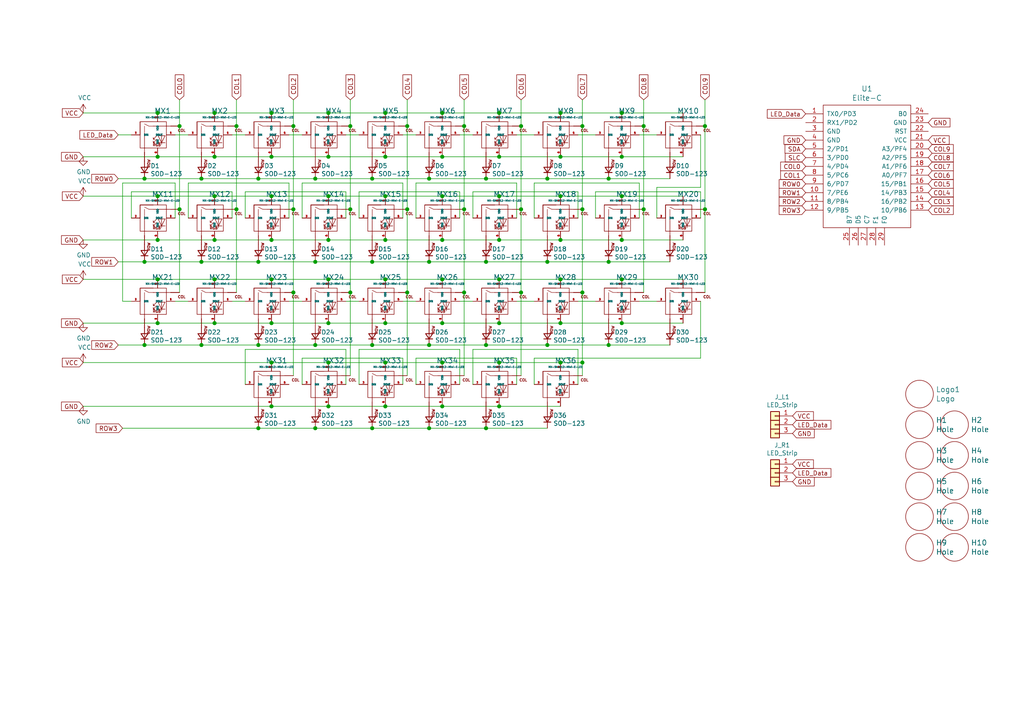
<source format=kicad_sch>
(kicad_sch (version 20211123) (generator eeschema)

  (uuid 2bb8025d-ed34-495e-9652-0673cb16de10)

  (paper "A4")

  (lib_symbols
    (symbol "eek_lib:D_Small" (pin_numbers hide) (pin_names (offset 0.254) hide) (in_bom yes) (on_board yes)
      (property "Reference" "D1" (id 0) (at 1.7272 1.1684 90)
        (effects (font (size 1.27 1.27)) (justify right))
      )
      (property "Value" "D_Small" (id 1) (at 1.7272 -1.143 90)
        (effects (font (size 1.27 1.27)) (justify right))
      )
      (property "Footprint" "KiCadLibs:ComboDiode_doublesided" (id 2) (at 0 0 90)
        (effects (font (size 1.27 1.27)) hide)
      )
      (property "Datasheet" "~" (id 3) (at 0 0 90)
        (effects (font (size 1.27 1.27)) hide)
      )
      (property "ki_keywords" "diode" (id 4) (at 0 0 0)
        (effects (font (size 1.27 1.27)) hide)
      )
      (property "ki_description" "Diode, small symbol" (id 5) (at 0 0 0)
        (effects (font (size 1.27 1.27)) hide)
      )
      (property "ki_fp_filters" "TO-???* *_Diode_* *SingleDiode* D_*" (id 6) (at 0 0 0)
        (effects (font (size 1.27 1.27)) hide)
      )
      (symbol "D_Small_0_1"
        (polyline
          (pts
            (xy -0.762 -1.016)
            (xy -0.762 1.016)
          )
          (stroke (width 0.254) (type default) (color 0 0 0 0))
          (fill (type none))
        )
        (polyline
          (pts
            (xy -0.762 0)
            (xy 0.762 0)
          )
          (stroke (width 0) (type default) (color 0 0 0 0))
          (fill (type none))
        )
        (polyline
          (pts
            (xy 0.762 -1.016)
            (xy -0.762 0)
            (xy 0.762 1.016)
            (xy 0.762 -1.016)
          )
          (stroke (width 0.254) (type default) (color 0 0 0 0))
          (fill (type none))
        )
      )
      (symbol "D_Small_1_1"
        (pin passive line (at -2.54 0 0) (length 1.778)
          (name "K" (effects (font (size 1.27 1.27))))
          (number "1" (effects (font (size 1.27 1.27))))
        )
        (pin passive line (at 2.54 0 180) (length 1.778)
          (name "A" (effects (font (size 1.27 1.27))))
          (number "2" (effects (font (size 1.27 1.27))))
        )
      )
    )
    (symbol "eek_lib:Elite-C" (pin_names (offset 1.016)) (in_bom yes) (on_board yes)
      (property "Reference" "U1" (id 0) (at 0 21.2598 0)
        (effects (font (size 1.524 1.524)))
      )
      (property "Value" "Elite-C" (id 1) (at 0 18.5674 0)
        (effects (font (size 1.524 1.524)))
      )
      (property "Footprint" "KiCadLibs:Elite-C-castellated-29pin-holes_nobsilk" (id 2) (at 26.67 -63.5 90)
        (effects (font (size 1.524 1.524)) hide)
      )
      (property "Datasheet" "" (id 3) (at 26.67 -63.5 90)
        (effects (font (size 1.524 1.524)) hide)
      )
      (symbol "Elite-C_0_1"
        (rectangle (start 12.7 -19.05) (end -12.7 16.51)
          (stroke (width 0) (type default) (color 0 0 0 0))
          (fill (type none))
        )
      )
      (symbol "Elite-C_1_1"
        (pin input line (at -17.78 13.97 0) (length 5.08)
          (name "TX0/PD3" (effects (font (size 1.27 1.27))))
          (number "1" (effects (font (size 1.27 1.27))))
        )
        (pin input line (at -17.78 -8.89 0) (length 5.08)
          (name "7/PE6" (effects (font (size 1.27 1.27))))
          (number "10" (effects (font (size 1.27 1.27))))
        )
        (pin input line (at -17.78 -11.43 0) (length 5.08)
          (name "8/PB4" (effects (font (size 1.27 1.27))))
          (number "11" (effects (font (size 1.27 1.27))))
        )
        (pin input line (at -17.78 -13.97 0) (length 5.08)
          (name "9/PB5" (effects (font (size 1.27 1.27))))
          (number "12" (effects (font (size 1.27 1.27))))
        )
        (pin input line (at 17.78 -13.97 180) (length 5.08)
          (name "10/PB6" (effects (font (size 1.27 1.27))))
          (number "13" (effects (font (size 1.27 1.27))))
        )
        (pin input line (at 17.78 -11.43 180) (length 5.08)
          (name "16/PB2" (effects (font (size 1.27 1.27))))
          (number "14" (effects (font (size 1.27 1.27))))
        )
        (pin input line (at 17.78 -8.89 180) (length 5.08)
          (name "14/PB3" (effects (font (size 1.27 1.27))))
          (number "15" (effects (font (size 1.27 1.27))))
        )
        (pin input line (at 17.78 -6.35 180) (length 5.08)
          (name "15/PB1" (effects (font (size 1.27 1.27))))
          (number "16" (effects (font (size 1.27 1.27))))
        )
        (pin input line (at 17.78 -3.81 180) (length 5.08)
          (name "A0/PF7" (effects (font (size 1.27 1.27))))
          (number "17" (effects (font (size 1.27 1.27))))
        )
        (pin input line (at 17.78 -1.27 180) (length 5.08)
          (name "A1/PF6" (effects (font (size 1.27 1.27))))
          (number "18" (effects (font (size 1.27 1.27))))
        )
        (pin input line (at 17.78 1.27 180) (length 5.08)
          (name "A2/PF5" (effects (font (size 1.27 1.27))))
          (number "19" (effects (font (size 1.27 1.27))))
        )
        (pin input line (at -17.78 11.43 0) (length 5.08)
          (name "RX1/PD2" (effects (font (size 1.27 1.27))))
          (number "2" (effects (font (size 1.27 1.27))))
        )
        (pin input line (at 17.78 3.81 180) (length 5.08)
          (name "A3/PF4" (effects (font (size 1.27 1.27))))
          (number "20" (effects (font (size 1.27 1.27))))
        )
        (pin input line (at 17.78 6.35 180) (length 5.08)
          (name "VCC" (effects (font (size 1.27 1.27))))
          (number "21" (effects (font (size 1.27 1.27))))
        )
        (pin input line (at 17.78 8.89 180) (length 5.08)
          (name "RST" (effects (font (size 1.27 1.27))))
          (number "22" (effects (font (size 1.27 1.27))))
        )
        (pin input line (at 17.78 11.43 180) (length 5.08)
          (name "GND" (effects (font (size 1.27 1.27))))
          (number "23" (effects (font (size 1.27 1.27))))
        )
        (pin input line (at 17.78 13.97 180) (length 5.08)
          (name "B0" (effects (font (size 1.27 1.27))))
          (number "24" (effects (font (size 1.27 1.27))))
        )
        (pin input line (at -5.08 -24.13 90) (length 5.08)
          (name "B7" (effects (font (size 1.27 1.27))))
          (number "25" (effects (font (size 1.27 1.27))))
        )
        (pin input line (at -2.54 -24.13 90) (length 5.08)
          (name "D5" (effects (font (size 1.27 1.27))))
          (number "26" (effects (font (size 1.27 1.27))))
        )
        (pin input line (at 0 -24.13 90) (length 5.08)
          (name "C7" (effects (font (size 1.27 1.27))))
          (number "27" (effects (font (size 1.27 1.27))))
        )
        (pin input line (at 2.54 -24.13 90) (length 5.08)
          (name "F1" (effects (font (size 1.27 1.27))))
          (number "28" (effects (font (size 1.27 1.27))))
        )
        (pin input line (at 5.08 -24.13 90) (length 5.08)
          (name "F0" (effects (font (size 1.27 1.27))))
          (number "29" (effects (font (size 1.27 1.27))))
        )
        (pin input line (at -17.78 8.89 0) (length 5.08)
          (name "GND" (effects (font (size 1.27 1.27))))
          (number "3" (effects (font (size 1.27 1.27))))
        )
        (pin input line (at -17.78 6.35 0) (length 5.08)
          (name "GND" (effects (font (size 1.27 1.27))))
          (number "4" (effects (font (size 1.27 1.27))))
        )
        (pin input line (at -17.78 3.81 0) (length 5.08)
          (name "2/PD1" (effects (font (size 1.27 1.27))))
          (number "5" (effects (font (size 1.27 1.27))))
        )
        (pin input line (at -17.78 1.27 0) (length 5.08)
          (name "3/PD0" (effects (font (size 1.27 1.27))))
          (number "6" (effects (font (size 1.27 1.27))))
        )
        (pin input line (at -17.78 -1.27 0) (length 5.08)
          (name "4/PD4" (effects (font (size 1.27 1.27))))
          (number "7" (effects (font (size 1.27 1.27))))
        )
        (pin input line (at -17.78 -3.81 0) (length 5.08)
          (name "5/PC6" (effects (font (size 1.27 1.27))))
          (number "8" (effects (font (size 1.27 1.27))))
        )
        (pin input line (at -17.78 -6.35 0) (length 5.08)
          (name "6/PD7" (effects (font (size 1.27 1.27))))
          (number "9" (effects (font (size 1.27 1.27))))
        )
      )
    )
    (symbol "eek_lib:Hole" (pin_names (offset 1.016)) (in_bom yes) (on_board yes)
      (property "Reference" "Logo1" (id 0) (at 4.7244 1.3462 0)
        (effects (font (size 1.524 1.524)) (justify left))
      )
      (property "Value" "Hole" (id 1) (at 4.7244 -1.3462 0)
        (effects (font (size 1.524 1.524)) (justify left))
      )
      (property "Footprint" "KiCadImages:GearLogo_smallsolder" (id 2) (at 0 0 0)
        (effects (font (size 1.524 1.524)) hide)
      )
      (property "Datasheet" "" (id 3) (at 0 0 0)
        (effects (font (size 1.524 1.524)) hide)
      )
      (symbol "Hole_0_1"
        (circle (center 0 0) (radius 4.0132)
          (stroke (width 0) (type default) (color 0 0 0 0))
          (fill (type none))
        )
      )
    )
    (symbol "eek_lib:LED_Strip" (pin_names (offset 1.016) hide) (in_bom yes) (on_board yes)
      (property "Reference" "J_L1" (id 0) (at 2.0828 8.0518 0)
        (effects (font (size 1.27 1.27)))
      )
      (property "Value" "LED_Strip" (id 1) (at 2.0828 5.7404 0)
        (effects (font (size 1.27 1.27)))
      )
      (property "Footprint" "KiCadLibs:StripLED" (id 2) (at 0 0 0)
        (effects (font (size 1.27 1.27)) hide)
      )
      (property "Datasheet" "" (id 3) (at 0 0 0)
        (effects (font (size 1.27 1.27)) hide)
      )
      (property "ki_fp_filters" "Connector*:*_??x*mm* Connector*:*1x??x*mm* Pin?Header?Straight?1X* Pin?Header?Angled?1X* Socket?Strip?Straight?1X* Socket?Strip?Angled?1X*" (id 4) (at 0 0 0)
        (effects (font (size 1.27 1.27)) hide)
      )
      (symbol "LED_Strip_1_1"
        (rectangle (start -1.27 3.81) (end 1.27 -3.81)
          (stroke (width 0.254) (type default) (color 0 0 0 0))
          (fill (type background))
        )
        (rectangle (start 0 -2.413) (end 1.27 -2.667)
          (stroke (width 0.1524) (type default) (color 0 0 0 0))
          (fill (type none))
        )
        (polyline
          (pts
            (xy -1.27 -1.27)
            (xy 1.27 -1.27)
          )
          (stroke (width 0.254) (type default) (color 0 0 0 0))
          (fill (type none))
        )
        (polyline
          (pts
            (xy -1.27 1.27)
            (xy 1.27 1.27)
          )
          (stroke (width 0.254) (type default) (color 0 0 0 0))
          (fill (type none))
        )
        (rectangle (start 0 0.127) (end 1.27 -0.127)
          (stroke (width 0.1524) (type default) (color 0 0 0 0))
          (fill (type none))
        )
        (rectangle (start 0 2.667) (end 1.27 2.413)
          (stroke (width 0.1524) (type default) (color 0 0 0 0))
          (fill (type none))
        )
        (pin passive line (at 5.08 2.54 180) (length 3.81)
          (name "Pin_1" (effects (font (size 1.27 1.27))))
          (number "1" (effects (font (size 1.27 1.27))))
        )
        (pin passive line (at 5.08 0 180) (length 3.81)
          (name "Pin_2" (effects (font (size 1.27 1.27))))
          (number "2" (effects (font (size 1.27 1.27))))
        )
        (pin passive line (at 5.08 -2.54 180) (length 3.81)
          (name "Pin_3" (effects (font (size 1.27 1.27))))
          (number "3" (effects (font (size 1.27 1.27))))
        )
      )
    )
    (symbol "eek_lib:MX-SK6812-Mini-E-LED" (pin_names (offset 1.016)) (in_bom yes) (on_board yes)
      (property "Reference" "MX1" (id 0) (at 4.0132 5.6642 0)
        (effects (font (size 1.524 1.524)))
      )
      (property "Value" "MX-SK6812-Mini-E-LED" (id 1) (at 4.0132 3.7846 0)
        (effects (font (size 0.508 0.508)))
      )
      (property "Footprint" "KiCadLibs:UnivSwitch_SK6812-Mini-E_RC" (id 2) (at -15.875 -0.635 0)
        (effects (font (size 1.524 1.524)) hide)
      )
      (property "Datasheet" "" (id 3) (at -15.875 -0.635 0)
        (effects (font (size 1.524 1.524)) hide)
      )
      (symbol "MX-SK6812-Mini-E-LED_0_1"
        (rectangle (start -2.54 2.54) (end 5.08 -5.08)
          (stroke (width 0) (type default) (color 0 0 0 0))
          (fill (type none))
        )
        (polyline
          (pts
            (xy -1.27 -5.08)
            (xy -1.27 -6.35)
          )
          (stroke (width 0) (type default) (color 0 0 0 0))
          (fill (type none))
        )
        (polyline
          (pts
            (xy -1.27 -5.08)
            (xy -1.27 -1.27)
          )
          (stroke (width 0) (type default) (color 0 0 0 0))
          (fill (type none))
        )
        (polyline
          (pts
            (xy 1.27 1.27)
            (xy 5.08 1.27)
          )
          (stroke (width 0) (type default) (color 0 0 0 0))
          (fill (type none))
        )
        (polyline
          (pts
            (xy 6.35 1.27)
            (xy 5.08 1.27)
          )
          (stroke (width 0) (type default) (color 0 0 0 0))
          (fill (type none))
        )
        (polyline
          (pts
            (xy 1.27 2.54)
            (xy -2.54 2.54)
            (xy -2.54 -1.27)
          )
          (stroke (width 0) (type default) (color 0 0 0 0))
          (fill (type none))
        )
      )
      (symbol "MX-SK6812-Mini-E-LED_1_1"
        (polyline
          (pts
            (xy -1.27 -1.27)
            (xy -1.27 1.27)
          )
          (stroke (width 0.127) (type default) (color 0 0 0 0))
          (fill (type none))
        )
        (polyline
          (pts
            (xy 1.27 -3.556)
            (xy 1.778 -3.556)
          )
          (stroke (width 0) (type default) (color 0 0 0 0))
          (fill (type none))
        )
        (polyline
          (pts
            (xy 1.27 -2.54)
            (xy 1.778 -2.54)
          )
          (stroke (width 0) (type default) (color 0 0 0 0))
          (fill (type none))
        )
        (polyline
          (pts
            (xy 4.699 -3.556)
            (xy 2.667 -3.556)
          )
          (stroke (width 0) (type default) (color 0 0 0 0))
          (fill (type none))
        )
        (polyline
          (pts
            (xy 1.27 1.27)
            (xy 0 1.27)
            (xy -1.27 1.905)
          )
          (stroke (width 0.127) (type default) (color 0 0 0 0))
          (fill (type none))
        )
        (polyline
          (pts
            (xy 2.286 -2.54)
            (xy 1.27 -3.556)
            (xy 1.27 -3.048)
          )
          (stroke (width 0) (type default) (color 0 0 0 0))
          (fill (type none))
        )
        (polyline
          (pts
            (xy 2.286 -1.524)
            (xy 1.27 -2.54)
            (xy 1.27 -2.032)
          )
          (stroke (width 0) (type default) (color 0 0 0 0))
          (fill (type none))
        )
        (polyline
          (pts
            (xy 3.683 -1.016)
            (xy 3.683 -3.556)
            (xy 3.683 -4.064)
          )
          (stroke (width 0) (type default) (color 0 0 0 0))
          (fill (type none))
        )
        (polyline
          (pts
            (xy 4.699 -1.524)
            (xy 2.667 -1.524)
            (xy 3.683 -3.556)
            (xy 4.699 -1.524)
          )
          (stroke (width 0) (type default) (color 0 0 0 0))
          (fill (type none))
        )
        (text "COL" (at 9.525 0 0)
          (effects (font (size 0.762 0.762)))
        )
        (text "RGB" (at 2.286 -4.191 0)
          (effects (font (size 0.762 0.762)))
        )
        (text "ROW" (at 0 -8.255 900)
          (effects (font (size 0.762 0.762)) (justify right))
        )
        (pin passive line (at 8.89 1.27 180) (length 2.54)
          (name "COL" (effects (font (size 0 0))))
          (number "1" (effects (font (size 0 0))))
        )
        (pin passive line (at -1.27 -8.89 90) (length 2.54)
          (name "ROW" (effects (font (size 0 0))))
          (number "2" (effects (font (size 0 0))))
        )
        (pin input line (at -5.08 -1.27 0) (length 2.54)
          (name "DIN" (effects (font (size 0.508 0.508))))
          (number "3" (effects (font (size 0.508 0.508))))
        )
        (pin power_in line (at 2.54 5.08 270) (length 2.54)
          (name "VDD" (effects (font (size 0.508 0.508))))
          (number "4" (effects (font (size 0.508 0.508))))
        )
        (pin output line (at 7.62 -1.27 180) (length 2.54)
          (name "DOUT" (effects (font (size 0.508 0.508))))
          (number "5" (effects (font (size 0.508 0.508))))
        )
        (pin power_in line (at 2.54 -7.62 90) (length 2.54)
          (name "VSS" (effects (font (size 0.508 0.508))))
          (number "6" (effects (font (size 0.508 0.508))))
        )
      )
    )
    (symbol "power:GND" (power) (pin_names (offset 0)) (in_bom yes) (on_board yes)
      (property "Reference" "#PWR" (id 0) (at 0 -6.35 0)
        (effects (font (size 1.27 1.27)) hide)
      )
      (property "Value" "GND" (id 1) (at 0 -3.81 0)
        (effects (font (size 1.27 1.27)))
      )
      (property "Footprint" "" (id 2) (at 0 0 0)
        (effects (font (size 1.27 1.27)) hide)
      )
      (property "Datasheet" "" (id 3) (at 0 0 0)
        (effects (font (size 1.27 1.27)) hide)
      )
      (property "ki_keywords" "power-flag" (id 4) (at 0 0 0)
        (effects (font (size 1.27 1.27)) hide)
      )
      (property "ki_description" "Power symbol creates a global label with name \"GND\" , ground" (id 5) (at 0 0 0)
        (effects (font (size 1.27 1.27)) hide)
      )
      (symbol "GND_0_1"
        (polyline
          (pts
            (xy 0 0)
            (xy 0 -1.27)
            (xy 1.27 -1.27)
            (xy 0 -2.54)
            (xy -1.27 -1.27)
            (xy 0 -1.27)
          )
          (stroke (width 0) (type default) (color 0 0 0 0))
          (fill (type none))
        )
      )
      (symbol "GND_1_1"
        (pin power_in line (at 0 0 270) (length 0) hide
          (name "GND" (effects (font (size 1.27 1.27))))
          (number "1" (effects (font (size 1.27 1.27))))
        )
      )
    )
    (symbol "power:VCC" (power) (pin_names (offset 0)) (in_bom yes) (on_board yes)
      (property "Reference" "#PWR" (id 0) (at 0 -3.81 0)
        (effects (font (size 1.27 1.27)) hide)
      )
      (property "Value" "VCC" (id 1) (at 0 3.81 0)
        (effects (font (size 1.27 1.27)))
      )
      (property "Footprint" "" (id 2) (at 0 0 0)
        (effects (font (size 1.27 1.27)) hide)
      )
      (property "Datasheet" "" (id 3) (at 0 0 0)
        (effects (font (size 1.27 1.27)) hide)
      )
      (property "ki_keywords" "power-flag" (id 4) (at 0 0 0)
        (effects (font (size 1.27 1.27)) hide)
      )
      (property "ki_description" "Power symbol creates a global label with name \"VCC\"" (id 5) (at 0 0 0)
        (effects (font (size 1.27 1.27)) hide)
      )
      (symbol "VCC_0_1"
        (polyline
          (pts
            (xy -0.762 1.27)
            (xy 0 2.54)
          )
          (stroke (width 0) (type default) (color 0 0 0 0))
          (fill (type none))
        )
        (polyline
          (pts
            (xy 0 0)
            (xy 0 2.54)
          )
          (stroke (width 0) (type default) (color 0 0 0 0))
          (fill (type none))
        )
        (polyline
          (pts
            (xy 0 2.54)
            (xy 0.762 1.27)
          )
          (stroke (width 0) (type default) (color 0 0 0 0))
          (fill (type none))
        )
      )
      (symbol "VCC_1_1"
        (pin power_in line (at 0 0 90) (length 0) hide
          (name "VCC" (effects (font (size 1.27 1.27))))
          (number "1" (effects (font (size 1.27 1.27))))
        )
      )
    )
  )

  (junction (at 204.47 36.576) (diameter 1.016) (color 0 0 0 0)
    (uuid 003c2200-0632-4808-a662-8ddd5d30c768)
  )
  (junction (at 140.97 51.816) (diameter 1.016) (color 0 0 0 0)
    (uuid 03c52831-5dc5-43c5-a442-8d23643b46fb)
  )
  (junction (at 180.34 69.596) (diameter 1.016) (color 0 0 0 0)
    (uuid 08a7c925-7fae-4530-b0c9-120e185cb318)
  )
  (junction (at 41.91 51.816) (diameter 1.016) (color 0 0 0 0)
    (uuid 0a3cc030-c9dd-4d74-9d50-715ed2b361a2)
  )
  (junction (at 134.62 36.576) (diameter 1.016) (color 0 0 0 0)
    (uuid 0b21a65d-d20b-411e-920a-75c343ac5136)
  )
  (junction (at 128.27 32.766) (diameter 1.016) (color 0 0 0 0)
    (uuid 0eaa98f0-9565-4637-ace3-42a5231b07f7)
  )
  (junction (at 128.27 105.156) (diameter 1.016) (color 0 0 0 0)
    (uuid 0f22151c-f260-4674-b486-4710a2c42a55)
  )
  (junction (at 162.56 81.026) (diameter 1.016) (color 0 0 0 0)
    (uuid 0f54db53-a272-4955-88fb-d7ab00657bb0)
  )
  (junction (at 78.74 117.856) (diameter 1.016) (color 0 0 0 0)
    (uuid 10109f84-4940-47f8-8640-91f185ac9bc1)
  )
  (junction (at 118.11 60.706) (diameter 1.016) (color 0 0 0 0)
    (uuid 127679a9-3981-4934-815e-896a4e3ff56e)
  )
  (junction (at 52.07 36.576) (diameter 1.016) (color 0 0 0 0)
    (uuid 13abf99d-5265-4779-8973-e94370fd18ff)
  )
  (junction (at 128.27 45.466) (diameter 1.016) (color 0 0 0 0)
    (uuid 181abe7a-f941-42b6-bd46-aaa3131f90fb)
  )
  (junction (at 128.27 93.726) (diameter 1.016) (color 0 0 0 0)
    (uuid 1831fb37-1c5d-42c4-b898-151be6fca9dc)
  )
  (junction (at 45.72 45.466) (diameter 1.016) (color 0 0 0 0)
    (uuid 1860e030-7a36-4298-b7fc-a16d48ab15ba)
  )
  (junction (at 151.13 84.836) (diameter 1.016) (color 0 0 0 0)
    (uuid 1a1ab354-5f85-45f9-938c-9f6c4c8c3ea2)
  )
  (junction (at 158.75 100.076) (diameter 1.016) (color 0 0 0 0)
    (uuid 1bf544e3-5940-4576-9291-2464e95c0ee2)
  )
  (junction (at 95.25 117.856) (diameter 1.016) (color 0 0 0 0)
    (uuid 1e1b062d-fad0-427c-a622-c5b8a80b5268)
  )
  (junction (at 62.23 45.466) (diameter 1.016) (color 0 0 0 0)
    (uuid 23bb2798-d93a-4696-a962-c305c4298a0c)
  )
  (junction (at 186.69 60.706) (diameter 1.016) (color 0 0 0 0)
    (uuid 240e07e1-770b-4b27-894f-29fd601c924d)
  )
  (junction (at 140.97 100.076) (diameter 1.016) (color 0 0 0 0)
    (uuid 29e78086-2175-405e-9ba3-c48766d2f50c)
  )
  (junction (at 144.78 69.596) (diameter 1.016) (color 0 0 0 0)
    (uuid 2d210a96-f81f-42a9-8bf4-1b43c11086f3)
  )
  (junction (at 176.53 100.076) (diameter 1.016) (color 0 0 0 0)
    (uuid 2d6db888-4e40-41c8-b701-07170fc894bc)
  )
  (junction (at 107.95 51.816) (diameter 1.016) (color 0 0 0 0)
    (uuid 2e642b3e-a476-4c54-9a52-dcea955640cd)
  )
  (junction (at 101.6 60.706) (diameter 1.016) (color 0 0 0 0)
    (uuid 30f15357-ce1d-48b9-93dc-7d9b1b2aa048)
  )
  (junction (at 168.91 84.836) (diameter 1.016) (color 0 0 0 0)
    (uuid 31e08896-1992-4725-96d9-9d2728bca7a3)
  )
  (junction (at 45.72 81.026) (diameter 1.016) (color 0 0 0 0)
    (uuid 32667662-ae86-4904-b198-3e95f11851bf)
  )
  (junction (at 162.56 32.766) (diameter 1.016) (color 0 0 0 0)
    (uuid 3aaee4c4-dbf7-49a5-a620-9465d8cc3ae7)
  )
  (junction (at 95.25 93.726) (diameter 1.016) (color 0 0 0 0)
    (uuid 3b838d52-596d-4e4d-a6ac-e4c8e7621137)
  )
  (junction (at 134.62 60.706) (diameter 1.016) (color 0 0 0 0)
    (uuid 3cd1bda0-18db-417d-b581-a0c50623df68)
  )
  (junction (at 45.72 56.896) (diameter 1.016) (color 0 0 0 0)
    (uuid 3dcc657b-55a1-48e0-9667-e01e7b6b08b5)
  )
  (junction (at 74.93 124.206) (diameter 1.016) (color 0 0 0 0)
    (uuid 3f5fe6b7-98fc-4d3e-9567-f9f7202d1455)
  )
  (junction (at 158.75 51.816) (diameter 1.016) (color 0 0 0 0)
    (uuid 42713045-fffd-4b2d-ae1e-7232d705fb12)
  )
  (junction (at 95.25 45.466) (diameter 1.016) (color 0 0 0 0)
    (uuid 44d8279a-9cd1-4db6-856f-0363131605fc)
  )
  (junction (at 58.42 75.946) (diameter 1.016) (color 0 0 0 0)
    (uuid 46918595-4a45-48e8-84c0-961b4db7f35f)
  )
  (junction (at 91.44 51.816) (diameter 1.016) (color 0 0 0 0)
    (uuid 47baf4b1-0938-497d-88f9-671136aa8be7)
  )
  (junction (at 118.11 84.836) (diameter 1.016) (color 0 0 0 0)
    (uuid 48ab88d7-7084-4d02-b109-3ad55a30bb11)
  )
  (junction (at 180.34 81.026) (diameter 1.016) (color 0 0 0 0)
    (uuid 4a4ec8d9-3d72-4952-83d4-808f65849a2b)
  )
  (junction (at 144.78 32.766) (diameter 1.016) (color 0 0 0 0)
    (uuid 4c8eb964-bdf4-44de-90e9-e2ab82dd5313)
  )
  (junction (at 91.44 124.206) (diameter 1.016) (color 0 0 0 0)
    (uuid 4fb02e58-160a-4a39-9f22-d0c75e82ee72)
  )
  (junction (at 107.95 75.946) (diameter 1.016) (color 0 0 0 0)
    (uuid 5038e144-5119-49db-b6cf-f7c345f1cf03)
  )
  (junction (at 107.95 124.206) (diameter 1.016) (color 0 0 0 0)
    (uuid 54365317-1355-4216-bb75-829375abc4ec)
  )
  (junction (at 180.34 45.466) (diameter 1.016) (color 0 0 0 0)
    (uuid 5528bcad-2950-4673-90eb-c37e6952c475)
  )
  (junction (at 85.09 36.576) (diameter 1.016) (color 0 0 0 0)
    (uuid 55e740a3-0735-4744-896e-2bf5437093b9)
  )
  (junction (at 74.93 100.076) (diameter 1.016) (color 0 0 0 0)
    (uuid 5cbb5968-dbb5-4b84-864a-ead1cacf75b9)
  )
  (junction (at 111.76 81.026) (diameter 1.016) (color 0 0 0 0)
    (uuid 5fc27c35-3e1c-4f96-817c-93b5570858a6)
  )
  (junction (at 68.58 60.706) (diameter 1.016) (color 0 0 0 0)
    (uuid 62c076a3-d618-44a2-9042-9a08b3576787)
  )
  (junction (at 168.91 60.706) (diameter 1.016) (color 0 0 0 0)
    (uuid 6441b183-b8f2-458f-a23d-60e2b1f66dd6)
  )
  (junction (at 176.53 75.946) (diameter 1.016) (color 0 0 0 0)
    (uuid 66043bca-a260-4915-9fce-8a51d324c687)
  )
  (junction (at 95.25 69.596) (diameter 1.016) (color 0 0 0 0)
    (uuid 66116376-6967-4178-9f23-a26cdeafc400)
  )
  (junction (at 144.78 105.156) (diameter 1.016) (color 0 0 0 0)
    (uuid 666713b0-70f4-42df-8761-f65bc212d03b)
  )
  (junction (at 45.72 69.596) (diameter 1.016) (color 0 0 0 0)
    (uuid 67f6e996-3c99-493c-8f6f-e739e2ed5d7a)
  )
  (junction (at 111.76 105.156) (diameter 1.016) (color 0 0 0 0)
    (uuid 6a45789b-3855-401f-8139-3c734f7f52f9)
  )
  (junction (at 78.74 56.896) (diameter 1.016) (color 0 0 0 0)
    (uuid 6a955fc7-39d9-4c75-9a69-676ca8c0b9b2)
  )
  (junction (at 144.78 93.726) (diameter 1.016) (color 0 0 0 0)
    (uuid 6c2e273e-743c-4f1e-a647-4171f8122550)
  )
  (junction (at 111.76 93.726) (diameter 1.016) (color 0 0 0 0)
    (uuid 6c9b793c-e74d-4754-a2c0-901e73b26f1c)
  )
  (junction (at 62.23 69.596) (diameter 1.016) (color 0 0 0 0)
    (uuid 6e105729-aba0-497c-a99e-c32d2b3ddb6d)
  )
  (junction (at 124.46 124.206) (diameter 1.016) (color 0 0 0 0)
    (uuid 704d6d51-bb34-4cbf-83d8-841e208048d8)
  )
  (junction (at 118.11 36.576) (diameter 1.016) (color 0 0 0 0)
    (uuid 716e31c5-485f-40b5-88e3-a75900da9811)
  )
  (junction (at 78.74 105.156) (diameter 1.016) (color 0 0 0 0)
    (uuid 71c31975-2c45-4d18-a25a-18e07a55d11e)
  )
  (junction (at 78.74 93.726) (diameter 1.016) (color 0 0 0 0)
    (uuid 746ba970-8279-4e7b-aed3-f28687777c21)
  )
  (junction (at 95.25 81.026) (diameter 1.016) (color 0 0 0 0)
    (uuid 749dfe75-c0d6-4872-9330-29c5bbcb8ff8)
  )
  (junction (at 91.44 75.946) (diameter 1.016) (color 0 0 0 0)
    (uuid 77ed3941-d133-4aef-a9af-5a39322d14eb)
  )
  (junction (at 62.23 56.896) (diameter 1.016) (color 0 0 0 0)
    (uuid 78cbdd6c-4878-4cc5-9a58-0e506478e37d)
  )
  (junction (at 151.13 60.706) (diameter 1.016) (color 0 0 0 0)
    (uuid 7aed3a71-054b-4aaa-9c0a-030523c32827)
  )
  (junction (at 180.34 32.766) (diameter 1.016) (color 0 0 0 0)
    (uuid 7bbf981c-a063-4e30-8911-e4228e1c0743)
  )
  (junction (at 144.78 117.856) (diameter 1.016) (color 0 0 0 0)
    (uuid 7dc880bc-e7eb-4cce-8d8c-0b65a9dd788e)
  )
  (junction (at 180.34 56.896) (diameter 1.016) (color 0 0 0 0)
    (uuid 7edc9030-db7b-43ac-a1b3-b87eeacb4c2d)
  )
  (junction (at 162.56 93.726) (diameter 1.016) (color 0 0 0 0)
    (uuid 80094b70-85ab-4ff6-934b-60d5ee65023a)
  )
  (junction (at 124.46 100.076) (diameter 1.016) (color 0 0 0 0)
    (uuid 8174b4de-74b1-48db-ab8e-c8432251095b)
  )
  (junction (at 41.91 75.946) (diameter 1.016) (color 0 0 0 0)
    (uuid 8322f275-268c-4e87-a69f-4cfbf05e747f)
  )
  (junction (at 176.53 51.816) (diameter 1.016) (color 0 0 0 0)
    (uuid 852dabbf-de45-4470-8176-59d37a754407)
  )
  (junction (at 101.6 84.836) (diameter 1.016) (color 0 0 0 0)
    (uuid 87371631-aa02-498a-998a-09bdb74784c1)
  )
  (junction (at 151.13 36.576) (diameter 1.016) (color 0 0 0 0)
    (uuid 9157f4ae-0244-4ff1-9f73-3cb4cbb5f280)
  )
  (junction (at 162.56 69.596) (diameter 1.016) (color 0 0 0 0)
    (uuid 922058ca-d09a-45fd-8394-05f3e2c1e03a)
  )
  (junction (at 128.27 81.026) (diameter 1.016) (color 0 0 0 0)
    (uuid 9340c285-5767-42d5-8b6d-63fe2a40ddf3)
  )
  (junction (at 140.97 124.206) (diameter 1.016) (color 0 0 0 0)
    (uuid 94a873dc-af67-4ef9-8159-1f7c93eeb3d7)
  )
  (junction (at 62.23 32.766) (diameter 1.016) (color 0 0 0 0)
    (uuid 94c158d1-8503-4553-b511-bf42f506c2a8)
  )
  (junction (at 162.56 56.896) (diameter 1.016) (color 0 0 0 0)
    (uuid 97fe9c60-586f-4895-8504-4d3729f5f81a)
  )
  (junction (at 62.23 81.026) (diameter 1.016) (color 0 0 0 0)
    (uuid 983c426c-24e0-4c65-ab69-1f1824adc5c6)
  )
  (junction (at 144.78 56.896) (diameter 1.016) (color 0 0 0 0)
    (uuid 9bb20359-0f8b-45bc-9d38-6626ed3a939d)
  )
  (junction (at 58.42 100.076) (diameter 1.016) (color 0 0 0 0)
    (uuid 9ccf03e8-755a-4cd9-96fc-30e1d08fa253)
  )
  (junction (at 45.72 93.726) (diameter 1.016) (color 0 0 0 0)
    (uuid a05d7640-f2f6-4ba7-8c51-5a4af431fc13)
  )
  (junction (at 140.97 75.946) (diameter 1.016) (color 0 0 0 0)
    (uuid a1823eb2-fb0d-4ed8-8b96-04184ac3a9d5)
  )
  (junction (at 111.76 32.766) (diameter 1.016) (color 0 0 0 0)
    (uuid a3e4f0ae-9f86-49e9-b386-ed8b42e012fb)
  )
  (junction (at 111.76 45.466) (diameter 1.016) (color 0 0 0 0)
    (uuid a690fc6c-55d9-47e6-b533-faa4b67e20f3)
  )
  (junction (at 52.07 60.706) (diameter 1.016) (color 0 0 0 0)
    (uuid a7520ad3-0f8b-4788-92d4-8ffb277041e6)
  )
  (junction (at 58.42 51.816) (diameter 1.016) (color 0 0 0 0)
    (uuid a795f1ba-cdd5-4cc5-9a52-08586e982934)
  )
  (junction (at 144.78 45.466) (diameter 1.016) (color 0 0 0 0)
    (uuid aa14c3bd-4acc-4908-9d28-228585a22a9d)
  )
  (junction (at 107.95 100.076) (diameter 1.016) (color 0 0 0 0)
    (uuid ac264c30-3e9a-4be2-b97a-9949b68bd497)
  )
  (junction (at 74.93 75.946) (diameter 1.016) (color 0 0 0 0)
    (uuid afb8e687-4a13-41a1-b8c0-89a749e897fe)
  )
  (junction (at 111.76 117.856) (diameter 1.016) (color 0 0 0 0)
    (uuid b1086f75-01ba-4188-8d36-75a9e2828ca9)
  )
  (junction (at 168.91 105.156) (diameter 1.016) (color 0 0 0 0)
    (uuid b5352a33-563a-4ffe-a231-2e68fb54afa3)
  )
  (junction (at 41.91 100.076) (diameter 1.016) (color 0 0 0 0)
    (uuid b6270a28-e0d9-4655-a18a-03dbf007b940)
  )
  (junction (at 78.74 32.766) (diameter 1.016) (color 0 0 0 0)
    (uuid bb7f0588-d4d8-44bf-9ebf-3c533fe4d6ae)
  )
  (junction (at 162.56 45.466) (diameter 1.016) (color 0 0 0 0)
    (uuid bdc7face-9f7c-4701-80bb-4cc144448db1)
  )
  (junction (at 168.91 36.576) (diameter 1.016) (color 0 0 0 0)
    (uuid bfc0aadc-38cf-466e-a642-68fdc3138c78)
  )
  (junction (at 85.09 84.836) (diameter 1.016) (color 0 0 0 0)
    (uuid c022004a-c968-410e-b59e-fbab0e561e9d)
  )
  (junction (at 158.75 75.946) (diameter 1.016) (color 0 0 0 0)
    (uuid c0515cd2-cdaa-467e-8354-0f6eadfa35c9)
  )
  (junction (at 111.76 56.896) (diameter 1.016) (color 0 0 0 0)
    (uuid c144caa5-b0d4-4cef-840a-d4ad178a2102)
  )
  (junction (at 62.23 93.726) (diameter 1.016) (color 0 0 0 0)
    (uuid c1d83899-e380-49f9-a87d-8e78bc089ebf)
  )
  (junction (at 128.27 69.596) (diameter 1.016) (color 0 0 0 0)
    (uuid c41b3c8b-634e-435a-b582-96b83bbd4032)
  )
  (junction (at 180.34 93.726) (diameter 1.016) (color 0 0 0 0)
    (uuid cbd8faed-e1f8-4406-87c8-58b2c504a5d4)
  )
  (junction (at 95.25 105.156) (diameter 1.016) (color 0 0 0 0)
    (uuid cbdcaa78-3bbc-413f-91bf-2709119373ce)
  )
  (junction (at 128.27 56.896) (diameter 1.016) (color 0 0 0 0)
    (uuid ce83728b-bebd-48c2-8734-b6a50d837931)
  )
  (junction (at 162.56 105.156) (diameter 1.016) (color 0 0 0 0)
    (uuid d4a1d3c4-b315-4bec-9220-d12a9eab51e0)
  )
  (junction (at 134.62 84.836) (diameter 1.016) (color 0 0 0 0)
    (uuid d57dcfee-5058-4fc2-a68b-05f9a48f685b)
  )
  (junction (at 101.6 36.576) (diameter 1.016) (color 0 0 0 0)
    (uuid d8603679-3e7b-4337-8dbc-1827f5f54d8a)
  )
  (junction (at 74.93 51.816) (diameter 1.016) (color 0 0 0 0)
    (uuid da469d11-a8a4-414b-9449-d151eeaf4853)
  )
  (junction (at 78.74 81.026) (diameter 1.016) (color 0 0 0 0)
    (uuid e10b5627-3247-4c86-b9f6-ef474ca11543)
  )
  (junction (at 91.44 100.076) (diameter 1.016) (color 0 0 0 0)
    (uuid e615f7aa-337e-474d-9615-2ad82b1c44ca)
  )
  (junction (at 78.74 69.596) (diameter 1.016) (color 0 0 0 0)
    (uuid e8314017-7be6-4011-9179-37449a29b311)
  )
  (junction (at 144.78 81.026) (diameter 1.016) (color 0 0 0 0)
    (uuid e857610b-4434-4144-b04e-43c1ebdc5ceb)
  )
  (junction (at 68.58 36.576) (diameter 1.016) (color 0 0 0 0)
    (uuid e9bb29b2-2bb9-4ea2-acd9-2bb3ca677a12)
  )
  (junction (at 95.25 56.896) (diameter 1.016) (color 0 0 0 0)
    (uuid eb667eea-300e-4ca7-8a6f-4b00de80cd45)
  )
  (junction (at 204.47 60.706) (diameter 1.016) (color 0 0 0 0)
    (uuid ee27d19c-8dca-4ac8-a760-6dfd54d28071)
  )
  (junction (at 95.25 32.766) (diameter 1.016) (color 0 0 0 0)
    (uuid ef8fe2ac-6a7f-4682-9418-b801a1b10a3b)
  )
  (junction (at 111.76 69.596) (diameter 1.016) (color 0 0 0 0)
    (uuid efeac2a2-7682-4dc7-83ee-f6f1b23da506)
  )
  (junction (at 78.74 45.466) (diameter 1.016) (color 0 0 0 0)
    (uuid f1830a1b-f0cc-47ae-a2c9-679c82032f14)
  )
  (junction (at 186.69 36.576) (diameter 1.016) (color 0 0 0 0)
    (uuid f2c93195-af12-4d3e-acdf-bdd0ff675c24)
  )
  (junction (at 45.72 32.766) (diameter 1.016) (color 0 0 0 0)
    (uuid f3490fa5-5a27-423b-af60-53609669542c)
  )
  (junction (at 85.09 60.706) (diameter 1.016) (color 0 0 0 0)
    (uuid f4f99e3d-7269-4f6a-a759-16ad2a258779)
  )
  (junction (at 124.46 51.816) (diameter 1.016) (color 0 0 0 0)
    (uuid f71da641-16e6-4257-80c3-0b9d804fee4f)
  )
  (junction (at 124.46 75.946) (diameter 1.016) (color 0 0 0 0)
    (uuid fd470e95-4861-44fe-b1e4-6d8a7c66e144)
  )
  (junction (at 128.27 117.856) (diameter 1.016) (color 0 0 0 0)
    (uuid fe8d9267-7834-48d6-a191-c8724b2ee78d)
  )

  (wire (pts (xy 158.75 100.076) (xy 176.53 100.076))
    (stroke (width 0) (type solid) (color 0 0 0 0))
    (uuid 0156e65c-589e-48e5-9889-0083fdeecdef)
  )
  (wire (pts (xy 167.64 39.116) (xy 172.72 39.116))
    (stroke (width 0) (type solid) (color 0 0 0 0))
    (uuid 02128d9d-080d-40ee-ba1a-b02d0dfeff88)
  )
  (wire (pts (xy 58.42 51.816) (xy 74.93 51.816))
    (stroke (width 0) (type solid) (color 0 0 0 0))
    (uuid 0289cceb-3d38-4d35-9401-67919daee36f)
  )
  (wire (pts (xy 186.69 28.956) (xy 186.69 36.576))
    (stroke (width 0) (type solid) (color 0 0 0 0))
    (uuid 03169781-0824-4f71-9d83-4ae22b66f64e)
  )
  (wire (pts (xy 68.58 36.576) (xy 68.58 28.956))
    (stroke (width 0) (type solid) (color 0 0 0 0))
    (uuid 031e7bec-acce-482e-9040-8c45a8b24264)
  )
  (wire (pts (xy 180.34 69.596) (xy 198.12 69.596))
    (stroke (width 0) (type solid) (color 0 0 0 0))
    (uuid 0355895f-373a-419b-b38b-7a728996bd3d)
  )
  (wire (pts (xy 149.86 39.116) (xy 154.94 39.116))
    (stroke (width 0) (type solid) (color 0 0 0 0))
    (uuid 0426df0c-7940-40f1-82cf-ef49c4c80f02)
  )
  (wire (pts (xy 186.69 60.706) (xy 186.69 84.836))
    (stroke (width 0) (type solid) (color 0 0 0 0))
    (uuid 05e380a5-d8d7-4edc-ba18-d06ccc3ccc03)
  )
  (wire (pts (xy 111.76 81.026) (xy 128.27 81.026))
    (stroke (width 0) (type solid) (color 0 0 0 0))
    (uuid 06b1d110-c908-4efb-8779-946eeecc717d)
  )
  (wire (pts (xy 34.29 51.816) (xy 41.91 51.816))
    (stroke (width 0) (type solid) (color 0 0 0 0))
    (uuid 078f2045-3241-40bb-9cd8-24e95952b5e2)
  )
  (wire (pts (xy 58.42 75.946) (xy 74.93 75.946))
    (stroke (width 0) (type solid) (color 0 0 0 0))
    (uuid 08397f2e-16e5-4c11-b026-44f683d1c139)
  )
  (wire (pts (xy 62.23 45.466) (xy 78.74 45.466))
    (stroke (width 0) (type solid) (color 0 0 0 0))
    (uuid 0a6848fe-93c1-40e3-830a-251b1eeead73)
  )
  (wire (pts (xy 111.76 105.156) (xy 128.27 105.156))
    (stroke (width 0) (type solid) (color 0 0 0 0))
    (uuid 0c16e240-a433-4140-8aac-4602ccbab924)
  )
  (wire (pts (xy 204.47 60.706) (xy 204.47 84.836))
    (stroke (width 0) (type solid) (color 0 0 0 0))
    (uuid 0c6e8b29-951c-4c62-92d2-ab70c7bba9aa)
  )
  (wire (pts (xy 162.56 69.596) (xy 180.34 69.596))
    (stroke (width 0) (type solid) (color 0 0 0 0))
    (uuid 0e15acbc-eea4-4bbf-ac1d-fc3c9b2b2fe7)
  )
  (wire (pts (xy 50.8 63.246) (xy 50.8 53.086))
    (stroke (width 0) (type solid) (color 0 0 0 0))
    (uuid 0ea42768-159d-4cfe-9521-d3341c4b9381)
  )
  (wire (pts (xy 67.31 55.626) (xy 38.1 55.626))
    (stroke (width 0) (type solid) (color 0 0 0 0))
    (uuid 114ecedb-9dc8-420a-b622-e28d55fcf0e0)
  )
  (wire (pts (xy 144.78 69.596) (xy 162.56 69.596))
    (stroke (width 0) (type solid) (color 0 0 0 0))
    (uuid 12d027a1-4cca-44cf-a106-2a0593d86076)
  )
  (wire (pts (xy 162.56 45.466) (xy 180.34 45.466))
    (stroke (width 0) (type solid) (color 0 0 0 0))
    (uuid 1372092a-bf5c-4882-90c9-7a4c80d0934a)
  )
  (wire (pts (xy 95.25 117.856) (xy 111.76 117.856))
    (stroke (width 0) (type solid) (color 0 0 0 0))
    (uuid 151253e7-ba3a-409d-a580-e016c2a3b9eb)
  )
  (wire (pts (xy 124.46 51.816) (xy 140.97 51.816))
    (stroke (width 0) (type solid) (color 0 0 0 0))
    (uuid 1636737f-9609-4b62-94df-c0880fad9441)
  )
  (wire (pts (xy 144.78 45.466) (xy 162.56 45.466))
    (stroke (width 0) (type solid) (color 0 0 0 0))
    (uuid 16ad36ff-69f1-45e5-89d1-7003afbe73b3)
  )
  (wire (pts (xy 118.11 28.956) (xy 118.11 36.576))
    (stroke (width 0) (type solid) (color 0 0 0 0))
    (uuid 16f592ee-72b9-44df-946b-204fea01fa22)
  )
  (wire (pts (xy 172.72 55.626) (xy 203.2 55.626))
    (stroke (width 0) (type solid) (color 0 0 0 0))
    (uuid 1717ef7d-4ca3-4f8d-84a3-102c0d198b93)
  )
  (wire (pts (xy 134.62 84.836) (xy 134.62 108.966))
    (stroke (width 0) (type solid) (color 0 0 0 0))
    (uuid 1aa31447-3f59-4379-891e-5b605a5c0cd0)
  )
  (wire (pts (xy 74.93 51.816) (xy 91.44 51.816))
    (stroke (width 0) (type solid) (color 0 0 0 0))
    (uuid 1aa4d095-1dc7-41cd-94ef-798f62a1e8ac)
  )
  (wire (pts (xy 120.65 103.886) (xy 120.65 111.506))
    (stroke (width 0) (type solid) (color 0 0 0 0))
    (uuid 1b822535-32de-41cf-a950-1dc2cdc23c19)
  )
  (wire (pts (xy 41.91 75.946) (xy 58.42 75.946))
    (stroke (width 0) (type solid) (color 0 0 0 0))
    (uuid 1c7a8690-3907-4701-b1e8-b47cfae2cbcb)
  )
  (wire (pts (xy 198.12 32.766) (xy 180.34 32.766))
    (stroke (width 0) (type solid) (color 0 0 0 0))
    (uuid 1d88e8ca-c6c8-48ba-9861-b209f0281839)
  )
  (wire (pts (xy 100.33 55.626) (xy 71.12 55.626))
    (stroke (width 0) (type solid) (color 0 0 0 0))
    (uuid 1f07f0b5-eac5-4e04-9fd4-282451f440b0)
  )
  (wire (pts (xy 35.56 53.086) (xy 35.56 87.376))
    (stroke (width 0) (type solid) (color 0 0 0 0))
    (uuid 20456ebe-c725-43fa-b30f-bda1dfc305a9)
  )
  (wire (pts (xy 78.74 117.856) (xy 95.25 117.856))
    (stroke (width 0) (type solid) (color 0 0 0 0))
    (uuid 21eb039e-999d-4266-82c8-a02a72225875)
  )
  (wire (pts (xy 24.13 69.596) (xy 45.72 69.596))
    (stroke (width 0) (type solid) (color 0 0 0 0))
    (uuid 232d97b7-cecb-4f71-9a91-de549e307768)
  )
  (wire (pts (xy 116.84 87.376) (xy 120.65 87.376))
    (stroke (width 0) (type solid) (color 0 0 0 0))
    (uuid 23733b40-2abc-4c43-a39b-9b0406f4802a)
  )
  (wire (pts (xy 34.29 100.076) (xy 41.91 100.076))
    (stroke (width 0) (type solid) (color 0 0 0 0))
    (uuid 24196fb5-ed3b-404f-8eed-c93ea65949c1)
  )
  (wire (pts (xy 128.27 93.726) (xy 144.78 93.726))
    (stroke (width 0) (type solid) (color 0 0 0 0))
    (uuid 2423feda-d1d4-4df2-bd6b-6aee3c1deacd)
  )
  (wire (pts (xy 78.74 56.896) (xy 95.25 56.896))
    (stroke (width 0) (type solid) (color 0 0 0 0))
    (uuid 24aa65d7-00fc-4add-a485-943085a798b9)
  )
  (wire (pts (xy 45.72 69.596) (xy 62.23 69.596))
    (stroke (width 0) (type solid) (color 0 0 0 0))
    (uuid 25e92fab-8c79-4730-bead-27e0d7870272)
  )
  (wire (pts (xy 203.2 54.356) (xy 203.2 39.116))
    (stroke (width 0) (type solid) (color 0 0 0 0))
    (uuid 265e1cde-1ddc-45b3-98f7-9d3e378b3da0)
  )
  (wire (pts (xy 107.95 124.206) (xy 124.46 124.206))
    (stroke (width 0) (type solid) (color 0 0 0 0))
    (uuid 26d48883-ac33-468f-bd09-109837e1bbea)
  )
  (wire (pts (xy 91.44 124.206) (xy 107.95 124.206))
    (stroke (width 0) (type solid) (color 0 0 0 0))
    (uuid 27a96c9c-0e66-4a58-b1cd-fb13e236fce7)
  )
  (wire (pts (xy 151.13 60.706) (xy 151.13 84.836))
    (stroke (width 0) (type solid) (color 0 0 0 0))
    (uuid 2a76d20f-0b2f-4c3f-960f-a7d5d9adf5bd)
  )
  (wire (pts (xy 116.84 53.086) (xy 87.63 53.086))
    (stroke (width 0) (type solid) (color 0 0 0 0))
    (uuid 2c20772a-2787-4312-883d-5aaf19f02bc0)
  )
  (wire (pts (xy 133.35 55.626) (xy 104.14 55.626))
    (stroke (width 0) (type solid) (color 0 0 0 0))
    (uuid 2d46ee96-bf68-4f66-957c-0bbe39d2a328)
  )
  (wire (pts (xy 180.34 45.466) (xy 198.12 45.466))
    (stroke (width 0) (type solid) (color 0 0 0 0))
    (uuid 2dbe0a23-d690-471e-984a-a1667ac2a250)
  )
  (wire (pts (xy 137.16 101.346) (xy 137.16 111.506))
    (stroke (width 0) (type solid) (color 0 0 0 0))
    (uuid 2dd2065c-6674-4735-9399-07dac7f65b38)
  )
  (wire (pts (xy 144.78 81.026) (xy 162.56 81.026))
    (stroke (width 0) (type solid) (color 0 0 0 0))
    (uuid 2e030679-e448-4588-a2bf-7e4687f5b36a)
  )
  (wire (pts (xy 144.78 105.156) (xy 162.56 105.156))
    (stroke (width 0) (type solid) (color 0 0 0 0))
    (uuid 2ebfd4e2-71fb-4096-8e55-90e687a5fa25)
  )
  (wire (pts (xy 83.82 53.086) (xy 54.61 53.086))
    (stroke (width 0) (type solid) (color 0 0 0 0))
    (uuid 2f6fd989-9ecf-4de2-98b0-ba4d146da2e8)
  )
  (wire (pts (xy 50.8 39.116) (xy 54.61 39.116))
    (stroke (width 0) (type solid) (color 0 0 0 0))
    (uuid 3116b4ea-3d68-40c5-b99b-5fe048fcb53b)
  )
  (wire (pts (xy 149.86 63.246) (xy 149.86 53.086))
    (stroke (width 0) (type solid) (color 0 0 0 0))
    (uuid 321a4848-d5ad-4d64-a7ce-a92bd0931682)
  )
  (wire (pts (xy 111.76 56.896) (xy 128.27 56.896))
    (stroke (width 0) (type solid) (color 0 0 0 0))
    (uuid 3292c455-87fe-4938-a49d-2a0c828be170)
  )
  (wire (pts (xy 100.33 87.376) (xy 104.14 87.376))
    (stroke (width 0) (type solid) (color 0 0 0 0))
    (uuid 342dd558-78ed-4f7f-90e2-65b30bd53693)
  )
  (wire (pts (xy 133.35 111.506) (xy 133.35 101.346))
    (stroke (width 0) (type solid) (color 0 0 0 0))
    (uuid 35076236-7288-429c-a463-0ea27ebae109)
  )
  (wire (pts (xy 124.46 124.206) (xy 140.97 124.206))
    (stroke (width 0) (type solid) (color 0 0 0 0))
    (uuid 3550b601-10a3-4bdd-abdb-2f4b3ed71c74)
  )
  (wire (pts (xy 124.46 75.946) (xy 140.97 75.946))
    (stroke (width 0) (type solid) (color 0 0 0 0))
    (uuid 3a2df735-fed2-478a-9f40-2dc25182bcd4)
  )
  (wire (pts (xy 154.94 53.086) (xy 154.94 63.246))
    (stroke (width 0) (type solid) (color 0 0 0 0))
    (uuid 3b0093be-c477-4300-abd1-dc3857d20a42)
  )
  (wire (pts (xy 107.95 100.076) (xy 124.46 100.076))
    (stroke (width 0) (type solid) (color 0 0 0 0))
    (uuid 3efe9603-def9-48bb-bfaa-2c32e5f253e8)
  )
  (wire (pts (xy 104.14 101.346) (xy 104.14 111.506))
    (stroke (width 0) (type solid) (color 0 0 0 0))
    (uuid 3f8a9470-e095-4566-8511-cee773d1cc23)
  )
  (wire (pts (xy 38.1 55.626) (xy 38.1 63.246))
    (stroke (width 0) (type solid) (color 0 0 0 0))
    (uuid 401a860c-ce83-4aba-988f-3709a5afd8d3)
  )
  (wire (pts (xy 116.84 63.246) (xy 116.84 53.086))
    (stroke (width 0) (type solid) (color 0 0 0 0))
    (uuid 4029a2bc-81f8-4bc6-bee2-0c53aa293a3e)
  )
  (wire (pts (xy 162.56 32.766) (xy 144.78 32.766))
    (stroke (width 0) (type solid) (color 0 0 0 0))
    (uuid 42916ccb-4355-44e9-acbf-1b60d0b35682)
  )
  (wire (pts (xy 168.91 36.576) (xy 168.91 60.706))
    (stroke (width 0) (type solid) (color 0 0 0 0))
    (uuid 44533178-2eca-4b42-a245-bd4e90c46b09)
  )
  (wire (pts (xy 133.35 101.346) (xy 104.14 101.346))
    (stroke (width 0) (type solid) (color 0 0 0 0))
    (uuid 468a55b6-2c40-47af-9fbe-ed85c2bfd7d1)
  )
  (wire (pts (xy 133.35 63.246) (xy 133.35 55.626))
    (stroke (width 0) (type solid) (color 0 0 0 0))
    (uuid 4692684e-8e1e-4603-968b-b6cc26feda6f)
  )
  (wire (pts (xy 190.5 63.246) (xy 190.5 54.356))
    (stroke (width 0) (type solid) (color 0 0 0 0))
    (uuid 4718a64e-a71d-4c41-8f4e-c554138cdb14)
  )
  (wire (pts (xy 101.6 36.576) (xy 101.6 60.706))
    (stroke (width 0) (type solid) (color 0 0 0 0))
    (uuid 4735c08c-e4a4-4890-bb04-b7fb8c2e77f7)
  )
  (wire (pts (xy 78.74 81.026) (xy 95.25 81.026))
    (stroke (width 0) (type solid) (color 0 0 0 0))
    (uuid 487251bc-b895-4429-9793-87570c9a15bf)
  )
  (wire (pts (xy 100.33 39.116) (xy 104.14 39.116))
    (stroke (width 0) (type solid) (color 0 0 0 0))
    (uuid 49b0bf4b-fd3a-4373-8b0a-41b9fbb81c5a)
  )
  (wire (pts (xy 62.23 93.726) (xy 78.74 93.726))
    (stroke (width 0) (type solid) (color 0 0 0 0))
    (uuid 4bd380e8-b9b0-4af3-b4da-5250c6b3c198)
  )
  (wire (pts (xy 67.31 87.376) (xy 71.12 87.376))
    (stroke (width 0) (type solid) (color 0 0 0 0))
    (uuid 4d1ef2d8-b354-4276-a08a-85e324ebba54)
  )
  (wire (pts (xy 87.63 103.886) (xy 87.63 111.506))
    (stroke (width 0) (type solid) (color 0 0 0 0))
    (uuid 4d43ae89-1283-448e-b456-bcb44a0af57d)
  )
  (wire (pts (xy 134.62 60.706) (xy 134.62 84.836))
    (stroke (width 0) (type solid) (color 0 0 0 0))
    (uuid 4f81ae3f-2bd0-4feb-8c5b-ea55de17d4a2)
  )
  (wire (pts (xy 149.86 87.376) (xy 154.94 87.376))
    (stroke (width 0) (type solid) (color 0 0 0 0))
    (uuid 4fe2cd77-c608-4f48-99bb-831e50482a8e)
  )
  (wire (pts (xy 185.42 87.376) (xy 190.5 87.376))
    (stroke (width 0) (type solid) (color 0 0 0 0))
    (uuid 54651951-3ffb-4071-a2b3-51abddc37269)
  )
  (wire (pts (xy 120.65 53.086) (xy 120.65 63.246))
    (stroke (width 0) (type solid) (color 0 0 0 0))
    (uuid 590d5d7e-41fe-47d3-9b2f-3849d387ff62)
  )
  (wire (pts (xy 133.35 39.116) (xy 137.16 39.116))
    (stroke (width 0) (type solid) (color 0 0 0 0))
    (uuid 5a650b0d-4d26-4ba9-80d2-dcd6c44b1b4b)
  )
  (wire (pts (xy 168.91 84.836) (xy 168.91 105.156))
    (stroke (width 0) (type solid) (color 0 0 0 0))
    (uuid 5ca3dea8-9481-4695-b8fd-144ac2987d99)
  )
  (wire (pts (xy 168.91 105.156) (xy 168.91 108.966))
    (stroke (width 0) (type solid) (color 0 0 0 0))
    (uuid 5ca3dea8-9481-4695-b8fd-144ac2987d9a)
  )
  (wire (pts (xy 104.14 55.626) (xy 104.14 63.246))
    (stroke (width 0) (type solid) (color 0 0 0 0))
    (uuid 5f538703-fedd-4388-a906-dca27da19b0f)
  )
  (wire (pts (xy 71.12 101.346) (xy 71.12 111.506))
    (stroke (width 0) (type solid) (color 0 0 0 0))
    (uuid 6137d9b6-e0a1-47cf-b4d2-788fb41d23af)
  )
  (wire (pts (xy 52.07 36.576) (xy 52.07 28.956))
    (stroke (width 0) (type solid) (color 0 0 0 0))
    (uuid 617f2921-7d6f-482b-a73c-605c0361c750)
  )
  (wire (pts (xy 68.58 60.706) (xy 68.58 84.836))
    (stroke (width 0) (type solid) (color 0 0 0 0))
    (uuid 66a769cd-67c1-4218-966d-a11fc0e00873)
  )
  (wire (pts (xy 74.93 75.946) (xy 91.44 75.946))
    (stroke (width 0) (type solid) (color 0 0 0 0))
    (uuid 66a94b12-221f-4f60-b2b4-9f93ffbaa0cc)
  )
  (wire (pts (xy 167.64 87.376) (xy 172.72 87.376))
    (stroke (width 0) (type solid) (color 0 0 0 0))
    (uuid 6999ab32-45b0-4972-aefa-129d2ea3fc94)
  )
  (wire (pts (xy 180.34 93.726) (xy 198.12 93.726))
    (stroke (width 0) (type solid) (color 0 0 0 0))
    (uuid 6c2e548f-7e0b-42a1-a577-962dd4a4da9a)
  )
  (wire (pts (xy 95.25 93.726) (xy 111.76 93.726))
    (stroke (width 0) (type solid) (color 0 0 0 0))
    (uuid 6d1a6294-39d3-4f32-bcc8-fe7fe1767cf5)
  )
  (wire (pts (xy 185.42 63.246) (xy 185.42 53.086))
    (stroke (width 0) (type solid) (color 0 0 0 0))
    (uuid 6d65492c-ba91-400b-ac39-a904c2a6daf5)
  )
  (wire (pts (xy 95.25 69.596) (xy 111.76 69.596))
    (stroke (width 0) (type solid) (color 0 0 0 0))
    (uuid 6d7f9a63-e973-4ec0-8136-59946125be5f)
  )
  (wire (pts (xy 180.34 56.896) (xy 198.12 56.896))
    (stroke (width 0) (type solid) (color 0 0 0 0))
    (uuid 6e06e058-b7bc-4214-ae2f-ec8bc7ddb0e3)
  )
  (wire (pts (xy 118.11 60.706) (xy 118.11 84.836))
    (stroke (width 0) (type solid) (color 0 0 0 0))
    (uuid 6e320466-1029-4e2a-a06f-4f2c66552dca)
  )
  (wire (pts (xy 168.91 60.706) (xy 168.91 84.836))
    (stroke (width 0) (type solid) (color 0 0 0 0))
    (uuid 6f17ab85-c366-44fc-a03f-fc8ef786808f)
  )
  (wire (pts (xy 24.13 117.856) (xy 78.74 117.856))
    (stroke (width 0) (type solid) (color 0 0 0 0))
    (uuid 724a6b5f-0a66-4a5c-8fb9-762b1fd8497c)
  )
  (wire (pts (xy 95.25 45.466) (xy 111.76 45.466))
    (stroke (width 0) (type solid) (color 0 0 0 0))
    (uuid 753baed5-c58a-4b60-a484-62bc00e6974c)
  )
  (wire (pts (xy 68.58 36.576) (xy 68.58 60.706))
    (stroke (width 0) (type solid) (color 0 0 0 0))
    (uuid 76655c2c-fd5f-433a-b8c2-cee915b629bf)
  )
  (wire (pts (xy 167.64 111.506) (xy 167.64 101.346))
    (stroke (width 0) (type solid) (color 0 0 0 0))
    (uuid 776e94a7-f1c6-471a-ab3f-3a1fee156fd8)
  )
  (wire (pts (xy 167.64 101.346) (xy 137.16 101.346))
    (stroke (width 0) (type solid) (color 0 0 0 0))
    (uuid 78ab703a-5320-4ad6-b0f6-ecf16055a877)
  )
  (wire (pts (xy 204.47 36.576) (xy 204.47 60.706))
    (stroke (width 0) (type solid) (color 0 0 0 0))
    (uuid 7af44610-8b37-454e-bfed-c68bc473b737)
  )
  (wire (pts (xy 176.53 100.076) (xy 194.31 100.076))
    (stroke (width 0) (type solid) (color 0 0 0 0))
    (uuid 7b7489e2-91cf-4556-a22f-09347561d6c8)
  )
  (wire (pts (xy 83.82 63.246) (xy 83.82 53.086))
    (stroke (width 0) (type solid) (color 0 0 0 0))
    (uuid 7c10f6b3-15cb-4d5f-9378-16c74fe3b9f2)
  )
  (wire (pts (xy 203.2 63.246) (xy 203.2 55.626))
    (stroke (width 0) (type solid) (color 0 0 0 0))
    (uuid 7cc1701c-acb3-481c-9f87-13d9a2d60e9a)
  )
  (wire (pts (xy 78.74 32.766) (xy 95.25 32.766))
    (stroke (width 0) (type solid) (color 0 0 0 0))
    (uuid 7e8156b5-74c0-412f-b7f5-e23902d9062e)
  )
  (wire (pts (xy 91.44 51.816) (xy 107.95 51.816))
    (stroke (width 0) (type solid) (color 0 0 0 0))
    (uuid 7e85b711-ce9b-4f35-be9a-eb0ca75817f4)
  )
  (wire (pts (xy 67.31 39.116) (xy 71.12 39.116))
    (stroke (width 0) (type solid) (color 0 0 0 0))
    (uuid 7ea9b89c-25b5-43c0-ae31-edb6700ed33e)
  )
  (wire (pts (xy 151.13 36.576) (xy 151.13 60.706))
    (stroke (width 0) (type solid) (color 0 0 0 0))
    (uuid 803c5c0a-b52f-4fae-8325-912802bcf929)
  )
  (wire (pts (xy 144.78 93.726) (xy 162.56 93.726))
    (stroke (width 0) (type solid) (color 0 0 0 0))
    (uuid 819d20c0-6e2b-4d3c-a604-0a2221986305)
  )
  (wire (pts (xy 149.86 111.506) (xy 149.86 103.886))
    (stroke (width 0) (type solid) (color 0 0 0 0))
    (uuid 81ede5f2-f139-4c4a-8e23-9c2d92f2f62c)
  )
  (wire (pts (xy 74.93 100.076) (xy 91.44 100.076))
    (stroke (width 0) (type solid) (color 0 0 0 0))
    (uuid 840b3a28-e1a1-4046-affd-02c91777b295)
  )
  (wire (pts (xy 118.11 84.836) (xy 118.11 108.966))
    (stroke (width 0) (type solid) (color 0 0 0 0))
    (uuid 847a1bdd-9003-4b45-9568-5cc39ebca598)
  )
  (wire (pts (xy 78.74 69.596) (xy 95.25 69.596))
    (stroke (width 0) (type solid) (color 0 0 0 0))
    (uuid 85206353-af0e-408b-ace4-d67299a1d986)
  )
  (wire (pts (xy 168.91 28.956) (xy 168.91 36.576))
    (stroke (width 0) (type solid) (color 0 0 0 0))
    (uuid 85dd536b-454c-4a5e-953a-db11bf9a71f1)
  )
  (wire (pts (xy 168.91 105.156) (xy 162.56 105.156))
    (stroke (width 0) (type solid) (color 0 0 0 0))
    (uuid 8666596b-7c1a-4b0f-9248-8735745e643c)
  )
  (wire (pts (xy 128.27 117.856) (xy 144.78 117.856))
    (stroke (width 0) (type solid) (color 0 0 0 0))
    (uuid 867e3048-a4e4-4554-a3f7-771830373671)
  )
  (wire (pts (xy 54.61 53.086) (xy 54.61 63.246))
    (stroke (width 0) (type solid) (color 0 0 0 0))
    (uuid 8735f5b4-b31c-490d-be63-82ba30ebb962)
  )
  (wire (pts (xy 24.13 32.766) (xy 45.72 32.766))
    (stroke (width 0) (type solid) (color 0 0 0 0))
    (uuid 878231dc-62e9-46fb-a0f5-8a057acbc655)
  )
  (wire (pts (xy 24.13 105.156) (xy 78.74 105.156))
    (stroke (width 0) (type solid) (color 0 0 0 0))
    (uuid 88f694ad-250d-4b1c-a933-59308f507b1f)
  )
  (wire (pts (xy 41.91 51.816) (xy 58.42 51.816))
    (stroke (width 0) (type solid) (color 0 0 0 0))
    (uuid 89b81ca0-d825-4bcd-8477-5ce6ffa3910f)
  )
  (wire (pts (xy 52.07 60.706) (xy 52.07 84.836))
    (stroke (width 0) (type solid) (color 0 0 0 0))
    (uuid 8b7d7667-3fee-45c1-bcc8-ad71ad739fba)
  )
  (wire (pts (xy 144.78 32.766) (xy 128.27 32.766))
    (stroke (width 0) (type solid) (color 0 0 0 0))
    (uuid 8c0fa39f-546d-461a-95e2-06fc6a46565d)
  )
  (wire (pts (xy 45.72 45.466) (xy 62.23 45.466))
    (stroke (width 0) (type solid) (color 0 0 0 0))
    (uuid 8eb4b1f6-c6b4-49c8-b245-78e8196c1d84)
  )
  (wire (pts (xy 158.75 51.816) (xy 176.53 51.816))
    (stroke (width 0) (type solid) (color 0 0 0 0))
    (uuid 9127661e-ecac-485c-9d6c-a054ac22efcc)
  )
  (wire (pts (xy 128.27 105.156) (xy 144.78 105.156))
    (stroke (width 0) (type solid) (color 0 0 0 0))
    (uuid 9284ab8a-2d64-4a88-a4a6-76258bae5843)
  )
  (wire (pts (xy 158.75 75.946) (xy 176.53 75.946))
    (stroke (width 0) (type solid) (color 0 0 0 0))
    (uuid 93c773c1-1127-4323-a138-855659834ff9)
  )
  (wire (pts (xy 172.72 55.626) (xy 172.72 63.246))
    (stroke (width 0) (type solid) (color 0 0 0 0))
    (uuid 9470a38e-5f31-4473-9198-1e66cd0bd8bc)
  )
  (wire (pts (xy 176.53 51.816) (xy 194.31 51.816))
    (stroke (width 0) (type solid) (color 0 0 0 0))
    (uuid 952aa5b2-ab25-4f4d-b234-10e51dcb40a7)
  )
  (wire (pts (xy 50.8 87.376) (xy 54.61 87.376))
    (stroke (width 0) (type solid) (color 0 0 0 0))
    (uuid 96b08a89-2f1a-4e3e-9a97-6941df023942)
  )
  (wire (pts (xy 162.56 56.896) (xy 180.34 56.896))
    (stroke (width 0) (type solid) (color 0 0 0 0))
    (uuid 96c39215-4b6f-4a5b-8256-aaca92126eb4)
  )
  (wire (pts (xy 34.29 75.946) (xy 41.91 75.946))
    (stroke (width 0) (type solid) (color 0 0 0 0))
    (uuid 9a590a9e-fc16-4ab5-8618-f63fc4809b7b)
  )
  (wire (pts (xy 45.72 56.896) (xy 62.23 56.896))
    (stroke (width 0) (type solid) (color 0 0 0 0))
    (uuid 9ab0c331-2dac-467c-9f10-d5247f64a8fe)
  )
  (wire (pts (xy 154.94 53.086) (xy 185.42 53.086))
    (stroke (width 0) (type solid) (color 0 0 0 0))
    (uuid a31bf89d-1c18-4be5-aaf7-b2da9d953607)
  )
  (wire (pts (xy 203.2 103.886) (xy 154.94 103.886))
    (stroke (width 0) (type solid) (color 0 0 0 0))
    (uuid a5d30385-be02-4606-aa83-774712a417c8)
  )
  (wire (pts (xy 85.09 84.836) (xy 85.09 108.966))
    (stroke (width 0) (type solid) (color 0 0 0 0))
    (uuid a933004a-14eb-4eb7-b648-9298d7ebcafd)
  )
  (wire (pts (xy 62.23 32.766) (xy 78.74 32.766))
    (stroke (width 0) (type solid) (color 0 0 0 0))
    (uuid a93475c9-61ab-4163-9cfd-cf9343f06dda)
  )
  (wire (pts (xy 85.09 60.706) (xy 85.09 84.836))
    (stroke (width 0) (type solid) (color 0 0 0 0))
    (uuid a972661e-1e2c-4a68-95b3-4369b6307b95)
  )
  (wire (pts (xy 116.84 111.506) (xy 116.84 103.886))
    (stroke (width 0) (type solid) (color 0 0 0 0))
    (uuid a988460b-22f9-4267-9a59-1468a61038b7)
  )
  (wire (pts (xy 116.84 103.886) (xy 87.63 103.886))
    (stroke (width 0) (type solid) (color 0 0 0 0))
    (uuid a9b9deea-bee3-44e0-8484-bca2d543772c)
  )
  (wire (pts (xy 34.29 39.116) (xy 38.1 39.116))
    (stroke (width 0) (type solid) (color 0 0 0 0))
    (uuid aaaba40d-fd4e-4daf-ae82-47d414207dd4)
  )
  (wire (pts (xy 95.25 32.766) (xy 111.76 32.766))
    (stroke (width 0) (type solid) (color 0 0 0 0))
    (uuid abb4e6f8-8089-4fa2-9027-e954176a32b1)
  )
  (wire (pts (xy 100.33 101.346) (xy 71.12 101.346))
    (stroke (width 0) (type solid) (color 0 0 0 0))
    (uuid abd30e48-d545-43f7-b0e5-5edf24ede084)
  )
  (wire (pts (xy 62.23 56.896) (xy 78.74 56.896))
    (stroke (width 0) (type solid) (color 0 0 0 0))
    (uuid ad6db6b6-c463-4106-be4b-54f705d65022)
  )
  (wire (pts (xy 91.44 100.076) (xy 107.95 100.076))
    (stroke (width 0) (type solid) (color 0 0 0 0))
    (uuid ae469f67-0dd4-4006-9c4a-51e4d261f4f8)
  )
  (wire (pts (xy 45.72 32.766) (xy 62.23 32.766))
    (stroke (width 0) (type solid) (color 0 0 0 0))
    (uuid afa0e06f-2325-423a-b5d4-403a7c7076dd)
  )
  (wire (pts (xy 58.42 100.076) (xy 74.93 100.076))
    (stroke (width 0) (type solid) (color 0 0 0 0))
    (uuid afd0b7c0-ef64-4fe7-a18a-53bc9cf19445)
  )
  (wire (pts (xy 95.25 56.896) (xy 111.76 56.896))
    (stroke (width 0) (type solid) (color 0 0 0 0))
    (uuid b2c84189-e8af-439b-aadc-735c433f8e5c)
  )
  (wire (pts (xy 24.13 56.896) (xy 45.72 56.896))
    (stroke (width 0) (type solid) (color 0 0 0 0))
    (uuid b3a332d0-3105-41b3-89cb-50240883dd7c)
  )
  (wire (pts (xy 204.47 28.956) (xy 204.47 36.576))
    (stroke (width 0) (type solid) (color 0 0 0 0))
    (uuid b3c27b40-a032-4729-ad80-9f2e4a27a0cb)
  )
  (wire (pts (xy 203.2 87.376) (xy 203.2 103.886))
    (stroke (width 0) (type solid) (color 0 0 0 0))
    (uuid b3fbaa8a-b210-4113-aee7-f8d5bc813505)
  )
  (wire (pts (xy 78.74 93.726) (xy 95.25 93.726))
    (stroke (width 0) (type solid) (color 0 0 0 0))
    (uuid b52bb41e-6f18-40f8-be2b-9fa1d25ae319)
  )
  (wire (pts (xy 45.72 81.026) (xy 62.23 81.026))
    (stroke (width 0) (type solid) (color 0 0 0 0))
    (uuid b52edf3f-388a-4284-a32c-1f3c9348aa56)
  )
  (wire (pts (xy 87.63 53.086) (xy 87.63 63.246))
    (stroke (width 0) (type solid) (color 0 0 0 0))
    (uuid b6ac3e15-d2e1-4bea-9d83-a2e8f6a793b3)
  )
  (wire (pts (xy 101.6 84.836) (xy 101.6 108.966))
    (stroke (width 0) (type solid) (color 0 0 0 0))
    (uuid b83da74c-ad45-4e93-a97e-ca53ab86ff91)
  )
  (wire (pts (xy 167.64 63.246) (xy 167.64 55.626))
    (stroke (width 0) (type solid) (color 0 0 0 0))
    (uuid b8a0f929-ac11-4111-a399-13d2127bbf2e)
  )
  (wire (pts (xy 186.69 36.576) (xy 186.69 60.706))
    (stroke (width 0) (type solid) (color 0 0 0 0))
    (uuid b8d788ae-2805-40f0-b4a7-5b055e6b4c1d)
  )
  (wire (pts (xy 74.93 124.206) (xy 91.44 124.206))
    (stroke (width 0) (type solid) (color 0 0 0 0))
    (uuid b99804ed-3be2-49e5-be89-43c90839ec39)
  )
  (wire (pts (xy 91.44 75.946) (xy 107.95 75.946))
    (stroke (width 0) (type solid) (color 0 0 0 0))
    (uuid b9d5e07c-4477-45a4-ba25-3d698c606f72)
  )
  (wire (pts (xy 180.34 32.766) (xy 162.56 32.766))
    (stroke (width 0) (type solid) (color 0 0 0 0))
    (uuid bad6ab09-7043-4c8b-adc5-efb9c9ba964b)
  )
  (wire (pts (xy 111.76 93.726) (xy 128.27 93.726))
    (stroke (width 0) (type solid) (color 0 0 0 0))
    (uuid bb0f0660-d001-4af6-9448-0853fe1084b0)
  )
  (wire (pts (xy 111.76 45.466) (xy 128.27 45.466))
    (stroke (width 0) (type solid) (color 0 0 0 0))
    (uuid bb1be997-7ece-4361-a630-8e199b4f9d57)
  )
  (wire (pts (xy 71.12 55.626) (xy 71.12 63.246))
    (stroke (width 0) (type solid) (color 0 0 0 0))
    (uuid be02893b-fee0-42a0-bed1-cb5902feeca1)
  )
  (wire (pts (xy 137.16 55.626) (xy 137.16 63.246))
    (stroke (width 0) (type solid) (color 0 0 0 0))
    (uuid be89acd7-b356-4fdc-9e57-c1e3609827ce)
  )
  (wire (pts (xy 62.23 69.596) (xy 78.74 69.596))
    (stroke (width 0) (type solid) (color 0 0 0 0))
    (uuid c05779a5-112b-429f-841d-30c271be83e4)
  )
  (wire (pts (xy 149.86 53.086) (xy 120.65 53.086))
    (stroke (width 0) (type solid) (color 0 0 0 0))
    (uuid c1bc2e71-421c-4a04-97db-633db93d104d)
  )
  (wire (pts (xy 162.56 81.026) (xy 180.34 81.026))
    (stroke (width 0) (type solid) (color 0 0 0 0))
    (uuid c1cf45fb-573c-4f4c-8f61-cbaa37cd2490)
  )
  (wire (pts (xy 74.93 124.206) (xy 35.56 124.206))
    (stroke (width 0) (type solid) (color 0 0 0 0))
    (uuid c2188512-3f6a-4733-8f22-57a3f8ef2596)
  )
  (wire (pts (xy 35.56 87.376) (xy 38.1 87.376))
    (stroke (width 0) (type solid) (color 0 0 0 0))
    (uuid c46d3609-ad19-4d0f-b74c-1c4afc6446bf)
  )
  (wire (pts (xy 67.31 63.246) (xy 67.31 55.626))
    (stroke (width 0) (type solid) (color 0 0 0 0))
    (uuid c5211a75-b01a-409b-ab5a-ac6f018388fb)
  )
  (wire (pts (xy 162.56 93.726) (xy 180.34 93.726))
    (stroke (width 0) (type solid) (color 0 0 0 0))
    (uuid c9ccb35c-9a3e-4115-9d38-d13fc65fda77)
  )
  (wire (pts (xy 107.95 75.946) (xy 124.46 75.946))
    (stroke (width 0) (type solid) (color 0 0 0 0))
    (uuid ca4e9b45-50d2-4d01-8455-99738329e9bd)
  )
  (wire (pts (xy 24.13 81.026) (xy 45.72 81.026))
    (stroke (width 0) (type solid) (color 0 0 0 0))
    (uuid cc3884fb-46b0-4c6c-9760-b5f3f823a7ff)
  )
  (wire (pts (xy 144.78 56.896) (xy 162.56 56.896))
    (stroke (width 0) (type solid) (color 0 0 0 0))
    (uuid ccdc03b7-6369-44ac-a98a-07ad8a405334)
  )
  (wire (pts (xy 78.74 45.466) (xy 95.25 45.466))
    (stroke (width 0) (type solid) (color 0 0 0 0))
    (uuid cdd4534d-4c55-45b5-b3d2-b71dccbd102d)
  )
  (wire (pts (xy 83.82 39.116) (xy 87.63 39.116))
    (stroke (width 0) (type solid) (color 0 0 0 0))
    (uuid d0e323d9-ed04-48b1-99a5-c6ac81c26774)
  )
  (wire (pts (xy 83.82 87.376) (xy 87.63 87.376))
    (stroke (width 0) (type solid) (color 0 0 0 0))
    (uuid d11bfaa3-2db9-405d-81ff-dc2b86d1483c)
  )
  (wire (pts (xy 95.25 81.026) (xy 111.76 81.026))
    (stroke (width 0) (type solid) (color 0 0 0 0))
    (uuid d2ca390a-8b4c-4e22-a2ad-6bf37326978e)
  )
  (wire (pts (xy 140.97 75.946) (xy 158.75 75.946))
    (stroke (width 0) (type solid) (color 0 0 0 0))
    (uuid d3005baa-0dc7-4235-974d-374ee0656107)
  )
  (wire (pts (xy 95.25 105.156) (xy 111.76 105.156))
    (stroke (width 0) (type solid) (color 0 0 0 0))
    (uuid d392f86f-fa64-47b2-a943-6f0c961ca26b)
  )
  (wire (pts (xy 100.33 63.246) (xy 100.33 55.626))
    (stroke (width 0) (type solid) (color 0 0 0 0))
    (uuid d3d8c57c-d872-4330-a2b2-f4c8c8e101a4)
  )
  (wire (pts (xy 41.91 100.076) (xy 58.42 100.076))
    (stroke (width 0) (type solid) (color 0 0 0 0))
    (uuid d443cbe7-0405-40a4-99b9-db90e8049ae8)
  )
  (wire (pts (xy 101.6 28.956) (xy 101.6 36.576))
    (stroke (width 0) (type solid) (color 0 0 0 0))
    (uuid d48fe740-32db-4368-bb28-5200bc6c9f97)
  )
  (wire (pts (xy 185.42 39.116) (xy 190.5 39.116))
    (stroke (width 0) (type solid) (color 0 0 0 0))
    (uuid d563170c-4ab2-4148-bc9a-afd098aae8b8)
  )
  (wire (pts (xy 154.94 103.886) (xy 154.94 111.506))
    (stroke (width 0) (type solid) (color 0 0 0 0))
    (uuid d5cddf4e-3ac1-4f16-a56a-f151f37d918e)
  )
  (wire (pts (xy 111.76 32.766) (xy 128.27 32.766))
    (stroke (width 0) (type solid) (color 0 0 0 0))
    (uuid d5fc2c40-24ac-48f7-b77d-c2ef9f79266b)
  )
  (wire (pts (xy 124.46 100.076) (xy 140.97 100.076))
    (stroke (width 0) (type solid) (color 0 0 0 0))
    (uuid d6ef45a5-7e60-448c-94e7-316a72690418)
  )
  (wire (pts (xy 50.8 53.086) (xy 35.56 53.086))
    (stroke (width 0) (type solid) (color 0 0 0 0))
    (uuid d82d6638-b34d-4f75-adfb-5ec2c9055d4d)
  )
  (wire (pts (xy 134.62 36.576) (xy 134.62 60.706))
    (stroke (width 0) (type solid) (color 0 0 0 0))
    (uuid d86fa425-7076-4f27-bc1c-9f112ac2a746)
  )
  (wire (pts (xy 52.07 36.576) (xy 52.07 60.706))
    (stroke (width 0) (type solid) (color 0 0 0 0))
    (uuid db8aec21-c5ee-46cb-9851-f5f0f40537cf)
  )
  (wire (pts (xy 151.13 28.956) (xy 151.13 36.576))
    (stroke (width 0) (type solid) (color 0 0 0 0))
    (uuid dffbd6d8-0f89-4ed8-a1d9-11e71bf2f9e4)
  )
  (wire (pts (xy 128.27 69.596) (xy 144.78 69.596))
    (stroke (width 0) (type solid) (color 0 0 0 0))
    (uuid e160d8c1-0068-4bd2-a74d-d7101c54301b)
  )
  (wire (pts (xy 167.64 55.626) (xy 137.16 55.626))
    (stroke (width 0) (type solid) (color 0 0 0 0))
    (uuid e1671b69-5f1c-4cf9-b0ca-28d9bd4f348b)
  )
  (wire (pts (xy 180.34 81.026) (xy 198.12 81.026))
    (stroke (width 0) (type solid) (color 0 0 0 0))
    (uuid e1cc2a6a-0e43-4055-9c33-3d670549f1cd)
  )
  (wire (pts (xy 116.84 39.116) (xy 120.65 39.116))
    (stroke (width 0) (type solid) (color 0 0 0 0))
    (uuid e2ef8786-67fc-4ce1-8cd8-bbb841d200fc)
  )
  (wire (pts (xy 118.11 36.576) (xy 118.11 60.706))
    (stroke (width 0) (type solid) (color 0 0 0 0))
    (uuid e38780b9-6248-45cb-9346-40b41d47d964)
  )
  (wire (pts (xy 101.6 60.706) (xy 101.6 84.836))
    (stroke (width 0) (type solid) (color 0 0 0 0))
    (uuid e52fb5b3-9d48-4f8e-85a8-8309da04ee95)
  )
  (wire (pts (xy 134.62 28.956) (xy 134.62 36.576))
    (stroke (width 0) (type solid) (color 0 0 0 0))
    (uuid e573c07b-be79-4aa3-a7e5-da12cdcbaece)
  )
  (wire (pts (xy 140.97 51.816) (xy 158.75 51.816))
    (stroke (width 0) (type solid) (color 0 0 0 0))
    (uuid e64d84fe-8fb9-4079-819e-29923b07826e)
  )
  (wire (pts (xy 78.74 105.156) (xy 95.25 105.156))
    (stroke (width 0) (type solid) (color 0 0 0 0))
    (uuid e68750fe-db31-4f3e-9229-85d864a6ddf4)
  )
  (wire (pts (xy 140.97 124.206) (xy 158.75 124.206))
    (stroke (width 0) (type solid) (color 0 0 0 0))
    (uuid e882cd24-48b5-4544-a594-5c9e42d4d478)
  )
  (wire (pts (xy 24.13 93.726) (xy 45.72 93.726))
    (stroke (width 0) (type solid) (color 0 0 0 0))
    (uuid eb318748-b160-4d7c-8ec8-e48221424b32)
  )
  (wire (pts (xy 45.72 93.726) (xy 62.23 93.726))
    (stroke (width 0) (type solid) (color 0 0 0 0))
    (uuid ed2c1f02-1eb7-404c-b79d-3ae8fe705199)
  )
  (wire (pts (xy 62.23 81.026) (xy 78.74 81.026))
    (stroke (width 0) (type solid) (color 0 0 0 0))
    (uuid ee438503-0d07-4cc4-ab96-510a6d3bed43)
  )
  (wire (pts (xy 128.27 45.466) (xy 144.78 45.466))
    (stroke (width 0) (type solid) (color 0 0 0 0))
    (uuid ee496ac3-32ce-476c-b0e6-5e5248e8aa59)
  )
  (wire (pts (xy 100.33 111.506) (xy 100.33 101.346))
    (stroke (width 0) (type solid) (color 0 0 0 0))
    (uuid eebc70a7-4145-4c9a-8512-ff80f650c28d)
  )
  (wire (pts (xy 85.09 36.576) (xy 85.09 60.706))
    (stroke (width 0) (type solid) (color 0 0 0 0))
    (uuid eec5af43-8a39-4147-97cd-97436ce9237e)
  )
  (wire (pts (xy 128.27 56.896) (xy 144.78 56.896))
    (stroke (width 0) (type solid) (color 0 0 0 0))
    (uuid eecdc16c-ce30-431c-999e-e8cda8a3c6ef)
  )
  (wire (pts (xy 190.5 54.356) (xy 203.2 54.356))
    (stroke (width 0) (type solid) (color 0 0 0 0))
    (uuid ef11c557-ed9f-455e-93a0-edf5f1221685)
  )
  (wire (pts (xy 140.97 100.076) (xy 158.75 100.076))
    (stroke (width 0) (type solid) (color 0 0 0 0))
    (uuid f11762ce-ba4e-4199-8ea8-15ef0a7cb7a4)
  )
  (wire (pts (xy 151.13 84.836) (xy 151.13 108.966))
    (stroke (width 0) (type solid) (color 0 0 0 0))
    (uuid f2a48966-c910-4934-b7cf-c8f5e0b2103c)
  )
  (wire (pts (xy 107.95 51.816) (xy 124.46 51.816))
    (stroke (width 0) (type solid) (color 0 0 0 0))
    (uuid f32d9208-5457-4a59-adec-d58ec82e02e3)
  )
  (wire (pts (xy 24.13 45.466) (xy 45.72 45.466))
    (stroke (width 0) (type solid) (color 0 0 0 0))
    (uuid f4666bbf-5c8d-4e41-b760-700dfa24a3d5)
  )
  (wire (pts (xy 149.86 103.886) (xy 120.65 103.886))
    (stroke (width 0) (type solid) (color 0 0 0 0))
    (uuid f5c2a9b3-b2ca-4492-a6f6-e3cd539fb9f1)
  )
  (wire (pts (xy 176.53 75.946) (xy 194.31 75.946))
    (stroke (width 0) (type solid) (color 0 0 0 0))
    (uuid f61226c2-367a-4d7c-9da3-3c11449ebfad)
  )
  (wire (pts (xy 144.78 117.856) (xy 162.56 117.856))
    (stroke (width 0) (type solid) (color 0 0 0 0))
    (uuid f709b417-0b7f-43ce-ae7f-9a7bd419cb6e)
  )
  (wire (pts (xy 111.76 69.596) (xy 128.27 69.596))
    (stroke (width 0) (type solid) (color 0 0 0 0))
    (uuid f7a27594-1827-462a-a500-1dfe99f83bdd)
  )
  (wire (pts (xy 128.27 81.026) (xy 144.78 81.026))
    (stroke (width 0) (type solid) (color 0 0 0 0))
    (uuid f815dadd-482b-4158-b26d-10b608259218)
  )
  (wire (pts (xy 85.09 36.576) (xy 85.09 28.956))
    (stroke (width 0) (type solid) (color 0 0 0 0))
    (uuid fd016384-535d-4081-8970-288fee45d462)
  )
  (wire (pts (xy 111.76 117.856) (xy 128.27 117.856))
    (stroke (width 0) (type solid) (color 0 0 0 0))
    (uuid fd0b3f7d-9f74-4177-a556-d17d50f5361d)
  )
  (wire (pts (xy 133.35 87.376) (xy 137.16 87.376))
    (stroke (width 0) (type solid) (color 0 0 0 0))
    (uuid ff5a3b02-2a20-472a-8d15-f953bfc25599)
  )

  (global_label "COL3" (shape input) (at 101.6 28.956 90) (fields_autoplaced)
    (effects (font (size 1.27 1.27)) (justify left))
    (uuid 05f97289-61fb-45d5-b898-3cee07949e32)
    (property "Intersheet References" "${INTERSHEET_REFS}" (id 0) (at 6.35 2.286 0)
      (effects (font (size 1.27 1.27)) hide)
    )
  )
  (global_label "ROW3" (shape input) (at 35.56 124.206 180) (fields_autoplaced)
    (effects (font (size 1.27 1.27)) (justify right))
    (uuid 1789f66b-e585-407f-bd32-c92fc98cf1fc)
    (property "Intersheet References" "${INTERSHEET_REFS}" (id 0) (at 6.35 2.286 0)
      (effects (font (size 1.27 1.27)) hide)
    )
  )
  (global_label "COL9" (shape input) (at 269.24 43.18 0) (fields_autoplaced)
    (effects (font (size 1.27 1.27)) (justify left))
    (uuid 1ac8c35c-1f4c-4522-ae89-78d6641b8deb)
    (property "Intersheet References" "${INTERSHEET_REFS}" (id 0) (at 0 0 0)
      (effects (font (size 1.27 1.27)) hide)
    )
  )
  (global_label "COL0" (shape input) (at 233.68 48.26 180) (fields_autoplaced)
    (effects (font (size 1.27 1.27)) (justify right))
    (uuid 1eb5dcbb-2f59-4f44-a2f5-32b82957b706)
    (property "Intersheet References" "${INTERSHEET_REFS}" (id 0) (at 0 0 0)
      (effects (font (size 1.27 1.27)) hide)
    )
  )
  (global_label "LED_Data" (shape input) (at 229.87 137.16 0) (fields_autoplaced)
    (effects (font (size 1.27 1.27)) (justify left))
    (uuid 213f00e6-f745-4a26-9084-3475fa44839b)
    (property "Intersheet References" "${INTERSHEET_REFS}" (id 0) (at 0 0 0)
      (effects (font (size 1.27 1.27)) hide)
    )
  )
  (global_label "VCC" (shape input) (at 24.13 56.896 180) (fields_autoplaced)
    (effects (font (size 1.27 1.27)) (justify right))
    (uuid 236e158c-a093-4fb3-8583-90ca8941a05a)
    (property "Intersheet References" "${INTERSHEET_REFS}" (id 0) (at 6.35 2.286 0)
      (effects (font (size 1.27 1.27)) hide)
    )
  )
  (global_label "COL2" (shape input) (at 269.24 60.96 0) (fields_autoplaced)
    (effects (font (size 1.27 1.27)) (justify left))
    (uuid 28689c22-1ef8-417d-b0e3-f4b4272ffbe9)
    (property "Intersheet References" "${INTERSHEET_REFS}" (id 0) (at 0 0 0)
      (effects (font (size 1.27 1.27)) hide)
    )
  )
  (global_label "COL4" (shape input) (at 118.11 28.956 90) (fields_autoplaced)
    (effects (font (size 1.27 1.27)) (justify left))
    (uuid 28fe064c-aab8-4d05-a1b7-17c95eebae18)
    (property "Intersheet References" "${INTERSHEET_REFS}" (id 0) (at 6.35 2.286 0)
      (effects (font (size 1.27 1.27)) hide)
    )
  )
  (global_label "SDA" (shape input) (at 233.68 43.18 180) (fields_autoplaced)
    (effects (font (size 1.27 1.27)) (justify right))
    (uuid 2a8f297f-88d5-4166-9021-55940c2df50e)
    (property "Intersheet References" "${INTERSHEET_REFS}" (id 0) (at 0 0 0)
      (effects (font (size 1.27 1.27)) hide)
    )
  )
  (global_label "SLC" (shape input) (at 233.68 45.72 180) (fields_autoplaced)
    (effects (font (size 1.27 1.27)) (justify right))
    (uuid 2dbc0029-f6d8-46c8-a9f9-a4fdbece459e)
    (property "Intersheet References" "${INTERSHEET_REFS}" (id 0) (at 0 0 0)
      (effects (font (size 1.27 1.27)) hide)
    )
  )
  (global_label "LED_Data" (shape input) (at 229.87 123.19 0) (fields_autoplaced)
    (effects (font (size 1.27 1.27)) (justify left))
    (uuid 2dc3f493-4970-4c69-8a35-7cb8f85ae8f3)
    (property "Intersheet References" "${INTERSHEET_REFS}" (id 0) (at 0 0 0)
      (effects (font (size 1.27 1.27)) hide)
    )
  )
  (global_label "COL0" (shape input) (at 52.07 28.956 90) (fields_autoplaced)
    (effects (font (size 1.27 1.27)) (justify left))
    (uuid 320a1218-e90e-4f2f-9dec-e79726f1dce0)
    (property "Intersheet References" "${INTERSHEET_REFS}" (id 0) (at 6.35 2.286 0)
      (effects (font (size 1.27 1.27)) hide)
    )
  )
  (global_label "COL8" (shape input) (at 269.24 45.72 0) (fields_autoplaced)
    (effects (font (size 1.27 1.27)) (justify left))
    (uuid 34160168-19d5-44ad-9050-c747a7101b58)
    (property "Intersheet References" "${INTERSHEET_REFS}" (id 0) (at 0 0 0)
      (effects (font (size 1.27 1.27)) hide)
    )
  )
  (global_label "VCC" (shape input) (at 24.13 105.156 180) (fields_autoplaced)
    (effects (font (size 1.27 1.27)) (justify right))
    (uuid 4b3ac93a-297d-4d19-a129-e9bb16074a17)
    (property "Intersheet References" "${INTERSHEET_REFS}" (id 0) (at 6.35 2.286 0)
      (effects (font (size 1.27 1.27)) hide)
    )
  )
  (global_label "ROW2" (shape input) (at 34.29 100.076 180) (fields_autoplaced)
    (effects (font (size 1.27 1.27)) (justify right))
    (uuid 4bf2de5a-17b6-4952-bf80-cd7babad996b)
    (property "Intersheet References" "${INTERSHEET_REFS}" (id 0) (at 6.35 2.286 0)
      (effects (font (size 1.27 1.27)) hide)
    )
  )
  (global_label "GND" (shape input) (at 24.13 117.856 180) (fields_autoplaced)
    (effects (font (size 1.27 1.27)) (justify right))
    (uuid 4dedc8a7-e615-426e-8184-bed1a37fc4dd)
    (property "Intersheet References" "${INTERSHEET_REFS}" (id 0) (at 6.35 2.286 0)
      (effects (font (size 1.27 1.27)) hide)
    )
  )
  (global_label "VCC" (shape input) (at 229.87 120.65 0) (fields_autoplaced)
    (effects (font (size 1.27 1.27)) (justify left))
    (uuid 5046b4ca-3c97-4e97-b288-d0b4f5bb8235)
    (property "Intersheet References" "${INTERSHEET_REFS}" (id 0) (at 0 0 0)
      (effects (font (size 1.27 1.27)) hide)
    )
  )
  (global_label "GND" (shape input) (at 24.13 69.596 180) (fields_autoplaced)
    (effects (font (size 1.27 1.27)) (justify right))
    (uuid 59328b4f-eea1-4176-88b0-dc737fd87f48)
    (property "Intersheet References" "${INTERSHEET_REFS}" (id 0) (at 6.35 2.286 0)
      (effects (font (size 1.27 1.27)) hide)
    )
  )
  (global_label "ROW1" (shape input) (at 233.68 55.88 180) (fields_autoplaced)
    (effects (font (size 1.27 1.27)) (justify right))
    (uuid 5da18ae3-decc-4838-84d9-abd18c210b45)
    (property "Intersheet References" "${INTERSHEET_REFS}" (id 0) (at 0 0 0)
      (effects (font (size 1.27 1.27)) hide)
    )
  )
  (global_label "COL3" (shape input) (at 269.24 58.42 0) (fields_autoplaced)
    (effects (font (size 1.27 1.27)) (justify left))
    (uuid 6172f2fd-bae5-4f81-9636-2bc870079754)
    (property "Intersheet References" "${INTERSHEET_REFS}" (id 0) (at 0 0 0)
      (effects (font (size 1.27 1.27)) hide)
    )
  )
  (global_label "COL5" (shape input) (at 134.62 28.956 90) (fields_autoplaced)
    (effects (font (size 1.27 1.27)) (justify left))
    (uuid 6dbf851a-9ccd-4924-8f59-be2cff017461)
    (property "Intersheet References" "${INTERSHEET_REFS}" (id 0) (at 6.35 2.286 0)
      (effects (font (size 1.27 1.27)) hide)
    )
  )
  (global_label "COL9" (shape input) (at 204.47 28.956 90) (fields_autoplaced)
    (effects (font (size 1.27 1.27)) (justify left))
    (uuid 816d0d0b-679b-4699-9994-592be38283b0)
    (property "Intersheet References" "${INTERSHEET_REFS}" (id 0) (at 6.35 2.286 0)
      (effects (font (size 1.27 1.27)) hide)
    )
  )
  (global_label "ROW3" (shape input) (at 233.68 60.96 180) (fields_autoplaced)
    (effects (font (size 1.27 1.27)) (justify right))
    (uuid 84b5ad98-01c3-4c5a-bf93-ecaa687ca112)
    (property "Intersheet References" "${INTERSHEET_REFS}" (id 0) (at 0 0 0)
      (effects (font (size 1.27 1.27)) hide)
    )
  )
  (global_label "VCC" (shape input) (at 269.24 40.64 0) (fields_autoplaced)
    (effects (font (size 1.27 1.27)) (justify left))
    (uuid 894b8aa9-c9f8-4c95-9b23-b77b9c7714ef)
    (property "Intersheet References" "${INTERSHEET_REFS}" (id 0) (at 0 0 0)
      (effects (font (size 1.27 1.27)) hide)
    )
  )
  (global_label "COL1" (shape input) (at 233.68 50.8 180) (fields_autoplaced)
    (effects (font (size 1.27 1.27)) (justify right))
    (uuid 8a871c83-cdbf-47d3-bb3f-4f9055115075)
    (property "Intersheet References" "${INTERSHEET_REFS}" (id 0) (at 0 0 0)
      (effects (font (size 1.27 1.27)) hide)
    )
  )
  (global_label "LED_Data" (shape input) (at 233.68 33.02 180) (fields_autoplaced)
    (effects (font (size 1.27 1.27)) (justify right))
    (uuid 91c767bf-55bf-4c49-ae82-74c122f3115f)
    (property "Intersheet References" "${INTERSHEET_REFS}" (id 0) (at 0 0 0)
      (effects (font (size 1.27 1.27)) hide)
    )
  )
  (global_label "LED_Data" (shape input) (at 34.29 39.116 180) (fields_autoplaced)
    (effects (font (size 1.27 1.27)) (justify right))
    (uuid 9881e96a-f326-45aa-a01f-b93f9e5f4e14)
    (property "Intersheet References" "${INTERSHEET_REFS}" (id 0) (at 6.35 2.286 0)
      (effects (font (size 1.27 1.27)) hide)
    )
  )
  (global_label "COL6" (shape input) (at 151.13 28.956 90) (fields_autoplaced)
    (effects (font (size 1.27 1.27)) (justify left))
    (uuid 9b5db120-cd42-4095-bf4f-ff3ad888143b)
    (property "Intersheet References" "${INTERSHEET_REFS}" (id 0) (at 6.35 2.286 0)
      (effects (font (size 1.27 1.27)) hide)
    )
  )
  (global_label "VCC" (shape input) (at 229.87 134.62 0) (fields_autoplaced)
    (effects (font (size 1.27 1.27)) (justify left))
    (uuid a1cc56fa-0e95-4840-aac2-68f781468b25)
    (property "Intersheet References" "${INTERSHEET_REFS}" (id 0) (at 0 0 0)
      (effects (font (size 1.27 1.27)) hide)
    )
  )
  (global_label "ROW0" (shape input) (at 34.29 51.816 180) (fields_autoplaced)
    (effects (font (size 1.27 1.27)) (justify right))
    (uuid a36af92c-5dea-4100-b7c1-d385b20086c3)
    (property "Intersheet References" "${INTERSHEET_REFS}" (id 0) (at 6.35 2.286 0)
      (effects (font (size 1.27 1.27)) hide)
    )
  )
  (global_label "COL7" (shape input) (at 269.24 48.26 0) (fields_autoplaced)
    (effects (font (size 1.27 1.27)) (justify left))
    (uuid a55956dd-d81c-4e6f-9e75-00aa1bc1c681)
    (property "Intersheet References" "${INTERSHEET_REFS}" (id 0) (at 0 0 0)
      (effects (font (size 1.27 1.27)) hide)
    )
  )
  (global_label "GND" (shape input) (at 229.87 139.7 0) (fields_autoplaced)
    (effects (font (size 1.27 1.27)) (justify left))
    (uuid abd8f04f-6754-443a-8062-37faf2f16861)
    (property "Intersheet References" "${INTERSHEET_REFS}" (id 0) (at 0 0 0)
      (effects (font (size 1.27 1.27)) hide)
    )
  )
  (global_label "GND" (shape input) (at 233.68 40.64 180) (fields_autoplaced)
    (effects (font (size 1.27 1.27)) (justify right))
    (uuid b08853a9-4c32-47a1-9f71-6e02b834b2e2)
    (property "Intersheet References" "${INTERSHEET_REFS}" (id 0) (at 0 0 0)
      (effects (font (size 1.27 1.27)) hide)
    )
  )
  (global_label "COL4" (shape input) (at 269.24 55.88 0) (fields_autoplaced)
    (effects (font (size 1.27 1.27)) (justify left))
    (uuid b18c6470-1bfc-473a-913b-46fc6cc83d2c)
    (property "Intersheet References" "${INTERSHEET_REFS}" (id 0) (at 0 0 0)
      (effects (font (size 1.27 1.27)) hide)
    )
  )
  (global_label "ROW1" (shape input) (at 34.29 75.946 180) (fields_autoplaced)
    (effects (font (size 1.27 1.27)) (justify right))
    (uuid b7c1542e-c46d-45e7-b38a-04e7a5980e3d)
    (property "Intersheet References" "${INTERSHEET_REFS}" (id 0) (at 6.35 2.286 0)
      (effects (font (size 1.27 1.27)) hide)
    )
  )
  (global_label "GND" (shape input) (at 229.87 125.73 0) (fields_autoplaced)
    (effects (font (size 1.27 1.27)) (justify left))
    (uuid b8108e57-a6b2-4713-b71a-0f9c1f69722e)
    (property "Intersheet References" "${INTERSHEET_REFS}" (id 0) (at 0 0 0)
      (effects (font (size 1.27 1.27)) hide)
    )
  )
  (global_label "COL6" (shape input) (at 269.24 50.8 0) (fields_autoplaced)
    (effects (font (size 1.27 1.27)) (justify left))
    (uuid c3f876d5-6fe9-498c-b0b9-705a4e71185e)
    (property "Intersheet References" "${INTERSHEET_REFS}" (id 0) (at 0 0 0)
      (effects (font (size 1.27 1.27)) hide)
    )
  )
  (global_label "COL2" (shape input) (at 85.09 28.956 90) (fields_autoplaced)
    (effects (font (size 1.27 1.27)) (justify left))
    (uuid c52c9689-87c8-4e48-8fdb-4c8fc5de1a0a)
    (property "Intersheet References" "${INTERSHEET_REFS}" (id 0) (at 6.35 2.286 0)
      (effects (font (size 1.27 1.27)) hide)
    )
  )
  (global_label "GND" (shape input) (at 269.24 35.56 0) (fields_autoplaced)
    (effects (font (size 1.27 1.27)) (justify left))
    (uuid c8f24d88-c1b3-42b0-bad5-746ea1779138)
    (property "Intersheet References" "${INTERSHEET_REFS}" (id 0) (at 0 0 0)
      (effects (font (size 1.27 1.27)) hide)
    )
  )
  (global_label "VCC" (shape input) (at 24.13 81.026 180) (fields_autoplaced)
    (effects (font (size 1.27 1.27)) (justify right))
    (uuid cccb6eba-6094-4a03-9160-a48a325a4afe)
    (property "Intersheet References" "${INTERSHEET_REFS}" (id 0) (at 6.35 2.286 0)
      (effects (font (size 1.27 1.27)) hide)
    )
  )
  (global_label "GND" (shape input) (at 24.13 45.466 180) (fields_autoplaced)
    (effects (font (size 1.27 1.27)) (justify right))
    (uuid ce7d0d8a-eea6-4687-b220-bf6eff66c0fb)
    (property "Intersheet References" "${INTERSHEET_REFS}" (id 0) (at 6.35 2.286 0)
      (effects (font (size 1.27 1.27)) hide)
    )
  )
  (global_label "COL5" (shape input) (at 269.24 53.34 0) (fields_autoplaced)
    (effects (font (size 1.27 1.27)) (justify left))
    (uuid e27789db-31c9-4d82-b6f9-2ba6365ddf8d)
    (property "Intersheet References" "${INTERSHEET_REFS}" (id 0) (at 0 0 0)
      (effects (font (size 1.27 1.27)) hide)
    )
  )
  (global_label "ROW0" (shape input) (at 233.68 53.34 180) (fields_autoplaced)
    (effects (font (size 1.27 1.27)) (justify right))
    (uuid e32f77e7-e1fd-4f73-860c-830c867c3831)
    (property "Intersheet References" "${INTERSHEET_REFS}" (id 0) (at 0 0 0)
      (effects (font (size 1.27 1.27)) hide)
    )
  )
  (global_label "GND" (shape input) (at 24.13 93.726 180) (fields_autoplaced)
    (effects (font (size 1.27 1.27)) (justify right))
    (uuid e4ab6097-d395-4393-a7c5-312a5a72b44a)
    (property "Intersheet References" "${INTERSHEET_REFS}" (id 0) (at 6.35 2.286 0)
      (effects (font (size 1.27 1.27)) hide)
    )
  )
  (global_label "VCC" (shape input) (at 24.13 32.766 180) (fields_autoplaced)
    (effects (font (size 1.27 1.27)) (justify right))
    (uuid e7151d63-aa27-478e-b37b-8503ee7a6dd2)
    (property "Intersheet References" "${INTERSHEET_REFS}" (id 0) (at 6.35 2.286 0)
      (effects (font (size 1.27 1.27)) hide)
    )
  )
  (global_label "ROW2" (shape input) (at 233.68 58.42 180) (fields_autoplaced)
    (effects (font (size 1.27 1.27)) (justify right))
    (uuid e91b55cc-5dc5-4026-b612-5db8a382a90c)
    (property "Intersheet References" "${INTERSHEET_REFS}" (id 0) (at 0 0 0)
      (effects (font (size 1.27 1.27)) hide)
    )
  )
  (global_label "COL8" (shape input) (at 186.69 28.956 90) (fields_autoplaced)
    (effects (font (size 1.27 1.27)) (justify left))
    (uuid ec9355cf-7f49-4cbd-8b4e-213123d0e8be)
    (property "Intersheet References" "${INTERSHEET_REFS}" (id 0) (at 6.35 2.286 0)
      (effects (font (size 1.27 1.27)) hide)
    )
  )
  (global_label "COL7" (shape input) (at 168.91 28.956 90) (fields_autoplaced)
    (effects (font (size 1.27 1.27)) (justify left))
    (uuid fc28fa3c-114d-44bf-976e-1df7bf8de74a)
    (property "Intersheet References" "${INTERSHEET_REFS}" (id 0) (at 6.35 2.286 0)
      (effects (font (size 1.27 1.27)) hide)
    )
  )
  (global_label "COL1" (shape input) (at 68.58 28.956 90) (fields_autoplaced)
    (effects (font (size 1.27 1.27)) (justify left))
    (uuid fe30739b-8f4a-4c41-8a15-f8d5e2cf89a4)
    (property "Intersheet References" "${INTERSHEET_REFS}" (id 0) (at 6.35 2.286 0)
      (effects (font (size 1.27 1.27)) hide)
    )
  )

  (symbol (lib_id "eek_lib:Elite-C") (at 251.46 46.99 0) (unit 1)
    (in_bom yes) (on_board yes)
    (uuid 00000000-0000-0000-0000-00005eaacf61)
    (property "Reference" "U1" (id 0) (at 251.46 25.7302 0)
      (effects (font (size 1.524 1.524)))
    )
    (property "Value" "Elite-C" (id 1) (at 251.46 28.4226 0)
      (effects (font (size 1.524 1.524)))
    )
    (property "Footprint" "KiCadLibs:Elite-C-castellated-29pin-holes_nobsilk" (id 2) (at 278.13 110.49 90)
      (effects (font (size 1.524 1.524)) hide)
    )
    (property "Datasheet" "" (id 3) (at 278.13 110.49 90)
      (effects (font (size 1.524 1.524)) hide)
    )
    (pin "1" (uuid 5777de52-cede-47a1-8c78-3cd7966b1f70))
    (pin "10" (uuid d374e6da-38eb-4f72-9e49-b649bca7d21f))
    (pin "11" (uuid fbff72e5-8529-4560-b9a2-78ce5e573cd9))
    (pin "12" (uuid b3368a36-ca3b-4942-b45e-014a6b39416b))
    (pin "13" (uuid ac1c9943-fe1c-4113-a1e2-1801f5128490))
    (pin "14" (uuid 10ef038f-cfc6-4e9e-966c-25180b940391))
    (pin "15" (uuid 3ee1e358-7d37-4fc6-901b-cb4559fefd2a))
    (pin "16" (uuid 7e6c135b-d1af-4c0c-bdc6-f496207ec196))
    (pin "17" (uuid d38868d7-9a5e-4072-8976-731205a452c5))
    (pin "18" (uuid 38a6d2d6-4fab-41ff-9590-e8e6dad259ba))
    (pin "19" (uuid d0deb3d8-5a32-4236-9eeb-899a9ca55f07))
    (pin "2" (uuid e71076d8-e160-4461-94aa-737f6c9463b9))
    (pin "20" (uuid 90e34d97-4043-45e4-9008-527757b079c0))
    (pin "21" (uuid 9890d99d-6bef-4210-8ea9-40a0a479d3f5))
    (pin "22" (uuid ee54e4df-fae2-4f58-b169-19217d32abd6))
    (pin "23" (uuid 2390b6fb-bdff-4a8f-8d98-e38f7f1e1ff7))
    (pin "24" (uuid 60fee1cf-be7e-4fe4-ad1a-cf9caca329db))
    (pin "25" (uuid 54322186-985f-4f99-830a-164275e3780f))
    (pin "26" (uuid 1a758d3f-bdbc-45cd-a14e-652fc2fbbde7))
    (pin "27" (uuid c67f681d-c6bb-4dc6-9792-fc00b1068e14))
    (pin "28" (uuid 5b3963fd-513e-42b7-8695-0ac7874301c0))
    (pin "29" (uuid be93760d-13b2-4487-aaa1-9f0bd21380df))
    (pin "3" (uuid 20bd285f-9dd9-48a9-aa57-982b79158c67))
    (pin "4" (uuid 95c8f050-1924-4b9e-ac36-bf6c523a32af))
    (pin "5" (uuid a83b2252-4dbe-4d52-9f95-ee0a795d7711))
    (pin "6" (uuid 1b5a7680-0889-44c3-9abd-faab5854507a))
    (pin "7" (uuid aa56f192-b79c-4e34-9748-ed3ea6b6fd36))
    (pin "8" (uuid 08843719-1a9a-4aee-97d0-36dbbcc7c250))
    (pin "9" (uuid b4133e68-3266-427f-82ec-b3a8a24f39f5))
  )

  (symbol (lib_id "eek_lib:D_Small") (at 41.91 49.276 90) (unit 1)
    (in_bom yes) (on_board yes)
    (uuid 00000000-0000-0000-0000-00005eabc557)
    (property "Reference" "D1" (id 0) (at 43.6372 48.1076 90)
      (effects (font (size 1.27 1.27)) (justify right))
    )
    (property "Value" "SOD-123" (id 1) (at 43.6372 50.419 90)
      (effects (font (size 1.27 1.27)) (justify right))
    )
    (property "Footprint" "KiCadLibs:ComboDiode_doublesided" (id 2) (at 41.91 49.276 90)
      (effects (font (size 1.27 1.27)) hide)
    )
    (property "Datasheet" "~" (id 3) (at 41.91 49.276 90)
      (effects (font (size 1.27 1.27)) hide)
    )
    (pin "1" (uuid 272a7512-cbd3-4a5e-b8a3-84260ddd1270))
    (pin "2" (uuid 24e34b72-bb82-47d7-a94e-7adcfb0e1cce))
  )

  (symbol (lib_id "eek_lib:D_Small") (at 58.42 49.276 90) (unit 1)
    (in_bom yes) (on_board yes)
    (uuid 00000000-0000-0000-0000-00005eac66be)
    (property "Reference" "D2" (id 0) (at 60.1472 48.1076 90)
      (effects (font (size 1.27 1.27)) (justify right))
    )
    (property "Value" "SOD-123" (id 1) (at 60.1472 50.419 90)
      (effects (font (size 1.27 1.27)) (justify right))
    )
    (property "Footprint" "KiCadLibs:ComboDiode_doublesided" (id 2) (at 58.42 49.276 90)
      (effects (font (size 1.27 1.27)) hide)
    )
    (property "Datasheet" "~" (id 3) (at 58.42 49.276 90)
      (effects (font (size 1.27 1.27)) hide)
    )
    (pin "1" (uuid 895cf30c-af73-443c-8a5e-c95e76897768))
    (pin "2" (uuid 4938a54c-ac65-4ce4-9477-3e6c03721ec9))
  )

  (symbol (lib_id "eek_lib:D_Small") (at 74.93 49.276 90) (unit 1)
    (in_bom yes) (on_board yes)
    (uuid 00000000-0000-0000-0000-00005eac6e07)
    (property "Reference" "D3" (id 0) (at 76.6572 48.1076 90)
      (effects (font (size 1.27 1.27)) (justify right))
    )
    (property "Value" "SOD-123" (id 1) (at 76.6572 50.419 90)
      (effects (font (size 1.27 1.27)) (justify right))
    )
    (property "Footprint" "KiCadLibs:ComboDiode_doublesided" (id 2) (at 74.93 49.276 90)
      (effects (font (size 1.27 1.27)) hide)
    )
    (property "Datasheet" "~" (id 3) (at 74.93 49.276 90)
      (effects (font (size 1.27 1.27)) hide)
    )
    (pin "1" (uuid 75c48219-0dc2-4f87-90c4-7e4cbd46fa16))
    (pin "2" (uuid 1cc8404d-6fbe-4a28-b2c1-e9e3bcc71426))
  )

  (symbol (lib_id "eek_lib:D_Small") (at 91.44 49.276 90) (unit 1)
    (in_bom yes) (on_board yes)
    (uuid 00000000-0000-0000-0000-00005eac6e1c)
    (property "Reference" "D4" (id 0) (at 93.1672 48.1076 90)
      (effects (font (size 1.27 1.27)) (justify right))
    )
    (property "Value" "SOD-123" (id 1) (at 93.1672 50.419 90)
      (effects (font (size 1.27 1.27)) (justify right))
    )
    (property "Footprint" "KiCadLibs:ComboDiode_doublesided" (id 2) (at 91.44 49.276 90)
      (effects (font (size 1.27 1.27)) hide)
    )
    (property "Datasheet" "~" (id 3) (at 91.44 49.276 90)
      (effects (font (size 1.27 1.27)) hide)
    )
    (pin "1" (uuid 8fbd6662-e6dd-4118-8083-ada229e4abcc))
    (pin "2" (uuid 0bc7572a-7a1b-4abd-aa7e-5a534759e195))
  )

  (symbol (lib_id "eek_lib:D_Small") (at 107.95 49.276 90) (unit 1)
    (in_bom yes) (on_board yes)
    (uuid 00000000-0000-0000-0000-00005eaca38d)
    (property "Reference" "D5" (id 0) (at 109.6772 48.1076 90)
      (effects (font (size 1.27 1.27)) (justify right))
    )
    (property "Value" "SOD-123" (id 1) (at 109.6772 50.419 90)
      (effects (font (size 1.27 1.27)) (justify right))
    )
    (property "Footprint" "KiCadLibs:ComboDiode_doublesided" (id 2) (at 107.95 49.276 90)
      (effects (font (size 1.27 1.27)) hide)
    )
    (property "Datasheet" "~" (id 3) (at 107.95 49.276 90)
      (effects (font (size 1.27 1.27)) hide)
    )
    (pin "1" (uuid b1bc3306-e287-4373-a82d-dc6bedc536ce))
    (pin "2" (uuid 963e6021-2146-4eb7-8185-624c3e7ed38f))
  )

  (symbol (lib_id "eek_lib:Hole") (at 276.86 158.75 0) (unit 1)
    (in_bom yes) (on_board yes)
    (uuid 00000000-0000-0000-0000-00005eaf5d92)
    (property "Reference" "H10" (id 0) (at 281.5844 157.4038 0)
      (effects (font (size 1.524 1.524)) (justify left))
    )
    (property "Value" "Hole" (id 1) (at 281.5844 160.0962 0)
      (effects (font (size 1.524 1.524)) (justify left))
    )
    (property "Footprint" "KiCadImages:GearLogo_smallsolder" (id 2) (at 276.86 158.75 0)
      (effects (font (size 1.524 1.524)) hide)
    )
    (property "Datasheet" "" (id 3) (at 276.86 158.75 0)
      (effects (font (size 1.524 1.524)) hide)
    )
  )

  (symbol (lib_id "eek_lib:Hole") (at 276.86 149.86 0) (unit 1)
    (in_bom yes) (on_board yes)
    (uuid 00000000-0000-0000-0000-00005eaf70cb)
    (property "Reference" "H8" (id 0) (at 281.5844 148.5138 0)
      (effects (font (size 1.524 1.524)) (justify left))
    )
    (property "Value" "Hole" (id 1) (at 281.5844 151.2062 0)
      (effects (font (size 1.524 1.524)) (justify left))
    )
    (property "Footprint" "KiCadImages:GearLogo_smallsolder" (id 2) (at 276.86 149.86 0)
      (effects (font (size 1.524 1.524)) hide)
    )
    (property "Datasheet" "" (id 3) (at 276.86 149.86 0)
      (effects (font (size 1.524 1.524)) hide)
    )
  )

  (symbol (lib_id "eek_lib:Hole") (at 276.86 140.97 0) (unit 1)
    (in_bom yes) (on_board yes)
    (uuid 00000000-0000-0000-0000-00005eaf7715)
    (property "Reference" "H6" (id 0) (at 281.5844 139.6238 0)
      (effects (font (size 1.524 1.524)) (justify left))
    )
    (property "Value" "Hole" (id 1) (at 281.5844 142.3162 0)
      (effects (font (size 1.524 1.524)) (justify left))
    )
    (property "Footprint" "KiCadImages:GearLogo_smallsolder" (id 2) (at 276.86 140.97 0)
      (effects (font (size 1.524 1.524)) hide)
    )
    (property "Datasheet" "" (id 3) (at 276.86 140.97 0)
      (effects (font (size 1.524 1.524)) hide)
    )
  )

  (symbol (lib_id "eek_lib:Hole") (at 276.86 132.08 0) (unit 1)
    (in_bom yes) (on_board yes)
    (uuid 00000000-0000-0000-0000-00005eaf771f)
    (property "Reference" "H4" (id 0) (at 281.5844 130.7338 0)
      (effects (font (size 1.524 1.524)) (justify left))
    )
    (property "Value" "Hole" (id 1) (at 281.5844 133.4262 0)
      (effects (font (size 1.524 1.524)) (justify left))
    )
    (property "Footprint" "KiCadImages:GearLogo_smallsolder" (id 2) (at 276.86 132.08 0)
      (effects (font (size 1.524 1.524)) hide)
    )
    (property "Datasheet" "" (id 3) (at 276.86 132.08 0)
      (effects (font (size 1.524 1.524)) hide)
    )
  )

  (symbol (lib_id "eek_lib:Hole") (at 266.7 158.75 0) (unit 1)
    (in_bom yes) (on_board yes)
    (uuid 00000000-0000-0000-0000-00005eb1b497)
    (property "Reference" "H9" (id 0) (at 271.4244 157.4038 0)
      (effects (font (size 1.524 1.524)) (justify left))
    )
    (property "Value" "Hole" (id 1) (at 271.4244 160.0962 0)
      (effects (font (size 1.524 1.524)) (justify left))
    )
    (property "Footprint" "KiCadImages:GearLogo_smallsolder" (id 2) (at 266.7 158.75 0)
      (effects (font (size 1.524 1.524)) hide)
    )
    (property "Datasheet" "" (id 3) (at 266.7 158.75 0)
      (effects (font (size 1.524 1.524)) hide)
    )
  )

  (symbol (lib_id "eek_lib:Hole") (at 266.7 149.86 0) (unit 1)
    (in_bom yes) (on_board yes)
    (uuid 00000000-0000-0000-0000-00005eb1b4a1)
    (property "Reference" "H7" (id 0) (at 271.4244 148.5138 0)
      (effects (font (size 1.524 1.524)) (justify left))
    )
    (property "Value" "Hole" (id 1) (at 271.4244 151.2062 0)
      (effects (font (size 1.524 1.524)) (justify left))
    )
    (property "Footprint" "KiCadImages:GearLogo_smallsolder" (id 2) (at 266.7 149.86 0)
      (effects (font (size 1.524 1.524)) hide)
    )
    (property "Datasheet" "" (id 3) (at 266.7 149.86 0)
      (effects (font (size 1.524 1.524)) hide)
    )
  )

  (symbol (lib_id "eek_lib:Hole") (at 266.7 140.97 0) (unit 1)
    (in_bom yes) (on_board yes)
    (uuid 00000000-0000-0000-0000-00005eb1b4ab)
    (property "Reference" "H5" (id 0) (at 271.4244 139.6238 0)
      (effects (font (size 1.524 1.524)) (justify left))
    )
    (property "Value" "Hole" (id 1) (at 271.4244 142.3162 0)
      (effects (font (size 1.524 1.524)) (justify left))
    )
    (property "Footprint" "KiCadImages:GearLogo_smallsolder" (id 2) (at 266.7 140.97 0)
      (effects (font (size 1.524 1.524)) hide)
    )
    (property "Datasheet" "" (id 3) (at 266.7 140.97 0)
      (effects (font (size 1.524 1.524)) hide)
    )
  )

  (symbol (lib_id "eek_lib:Hole") (at 266.7 132.08 0) (unit 1)
    (in_bom yes) (on_board yes)
    (uuid 00000000-0000-0000-0000-00005eb1b4b5)
    (property "Reference" "H3" (id 0) (at 271.4244 130.7338 0)
      (effects (font (size 1.524 1.524)) (justify left))
    )
    (property "Value" "Hole" (id 1) (at 271.4244 133.4262 0)
      (effects (font (size 1.524 1.524)) (justify left))
    )
    (property "Footprint" "KiCadImages:GearLogo_smallsolder" (id 2) (at 266.7 132.08 0)
      (effects (font (size 1.524 1.524)) hide)
    )
    (property "Datasheet" "" (id 3) (at 266.7 132.08 0)
      (effects (font (size 1.524 1.524)) hide)
    )
  )

  (symbol (lib_id "eek_lib:D_Small") (at 124.46 49.276 90) (unit 1)
    (in_bom yes) (on_board yes)
    (uuid 00000000-0000-0000-0000-00005eb1fa81)
    (property "Reference" "D6" (id 0) (at 126.1872 48.1076 90)
      (effects (font (size 1.27 1.27)) (justify right))
    )
    (property "Value" "SOD-123" (id 1) (at 126.1872 50.419 90)
      (effects (font (size 1.27 1.27)) (justify right))
    )
    (property "Footprint" "KiCadLibs:ComboDiode_doublesided" (id 2) (at 124.46 49.276 90)
      (effects (font (size 1.27 1.27)) hide)
    )
    (property "Datasheet" "~" (id 3) (at 124.46 49.276 90)
      (effects (font (size 1.27 1.27)) hide)
    )
    (pin "1" (uuid 77d0b80a-2fb8-41b7-b03d-a7f98c771031))
    (pin "2" (uuid 974e58ea-0b56-431d-83aa-8d770bbf6a48))
  )

  (symbol (lib_id "eek_lib:D_Small") (at 140.97 49.276 90) (unit 1)
    (in_bom yes) (on_board yes)
    (uuid 00000000-0000-0000-0000-00005eb1fa96)
    (property "Reference" "D7" (id 0) (at 142.6972 48.1076 90)
      (effects (font (size 1.27 1.27)) (justify right))
    )
    (property "Value" "SOD-123" (id 1) (at 142.6972 50.419 90)
      (effects (font (size 1.27 1.27)) (justify right))
    )
    (property "Footprint" "KiCadLibs:ComboDiode_doublesided" (id 2) (at 140.97 49.276 90)
      (effects (font (size 1.27 1.27)) hide)
    )
    (property "Datasheet" "~" (id 3) (at 140.97 49.276 90)
      (effects (font (size 1.27 1.27)) hide)
    )
    (pin "1" (uuid 3a9f7099-c2b0-413e-951d-3ed769ac8055))
    (pin "2" (uuid 34bac200-6cb4-491a-8575-00d3a7e9b028))
  )

  (symbol (lib_id "eek_lib:D_Small") (at 158.75 49.276 90) (unit 1)
    (in_bom yes) (on_board yes)
    (uuid 00000000-0000-0000-0000-00005eb1faab)
    (property "Reference" "D8" (id 0) (at 160.4772 48.1076 90)
      (effects (font (size 1.27 1.27)) (justify right))
    )
    (property "Value" "SOD-123" (id 1) (at 160.4772 50.419 90)
      (effects (font (size 1.27 1.27)) (justify right))
    )
    (property "Footprint" "KiCadLibs:ComboDiode_doublesided" (id 2) (at 158.75 49.276 90)
      (effects (font (size 1.27 1.27)) hide)
    )
    (property "Datasheet" "~" (id 3) (at 158.75 49.276 90)
      (effects (font (size 1.27 1.27)) hide)
    )
    (pin "1" (uuid 6f366ab6-af96-4de2-af95-12f09b6f7aae))
    (pin "2" (uuid 20929835-8fe5-4bf8-a205-f151c23702c1))
  )

  (symbol (lib_id "eek_lib:D_Small") (at 176.53 49.276 90) (unit 1)
    (in_bom yes) (on_board yes)
    (uuid 00000000-0000-0000-0000-00005eb1fac0)
    (property "Reference" "D9" (id 0) (at 178.2572 48.1076 90)
      (effects (font (size 1.27 1.27)) (justify right))
    )
    (property "Value" "SOD-123" (id 1) (at 178.2572 50.419 90)
      (effects (font (size 1.27 1.27)) (justify right))
    )
    (property "Footprint" "KiCadLibs:ComboDiode_doublesided" (id 2) (at 176.53 49.276 90)
      (effects (font (size 1.27 1.27)) hide)
    )
    (property "Datasheet" "~" (id 3) (at 176.53 49.276 90)
      (effects (font (size 1.27 1.27)) hide)
    )
    (pin "1" (uuid 4089dbcf-fbff-432f-8b6d-184508b51be6))
    (pin "2" (uuid 17071a4c-7e95-453b-97ae-8e87cb58d9f2))
  )

  (symbol (lib_id "eek_lib:D_Small") (at 194.31 49.276 90) (unit 1)
    (in_bom yes) (on_board yes)
    (uuid 00000000-0000-0000-0000-00005eb1fad5)
    (property "Reference" "D10" (id 0) (at 196.0372 48.1076 90)
      (effects (font (size 1.27 1.27)) (justify right))
    )
    (property "Value" "SOD-123" (id 1) (at 196.0372 50.419 90)
      (effects (font (size 1.27 1.27)) (justify right))
    )
    (property "Footprint" "KiCadLibs:ComboDiode_doublesided" (id 2) (at 194.31 49.276 90)
      (effects (font (size 1.27 1.27)) hide)
    )
    (property "Datasheet" "~" (id 3) (at 194.31 49.276 90)
      (effects (font (size 1.27 1.27)) hide)
    )
    (pin "1" (uuid 97c66534-f3d7-4700-888e-1d4e7cde9ec4))
    (pin "2" (uuid 20bc91e4-4b5f-4052-905c-b656db765835))
  )

  (symbol (lib_id "eek_lib:Hole") (at 276.86 123.19 0) (unit 1)
    (in_bom yes) (on_board yes)
    (uuid 00000000-0000-0000-0000-00005eb2d8e7)
    (property "Reference" "H2" (id 0) (at 281.5844 121.8438 0)
      (effects (font (size 1.524 1.524)) (justify left))
    )
    (property "Value" "Hole" (id 1) (at 281.5844 124.5362 0)
      (effects (font (size 1.524 1.524)) (justify left))
    )
    (property "Footprint" "KiCadImages:GearLogo_smallsolder" (id 2) (at 276.86 123.19 0)
      (effects (font (size 1.524 1.524)) hide)
    )
    (property "Datasheet" "" (id 3) (at 276.86 123.19 0)
      (effects (font (size 1.524 1.524)) hide)
    )
  )

  (symbol (lib_id "eek_lib:Hole") (at 266.7 123.19 0) (unit 1)
    (in_bom yes) (on_board yes)
    (uuid 00000000-0000-0000-0000-00005eb2d8fb)
    (property "Reference" "H1" (id 0) (at 271.4244 121.8438 0)
      (effects (font (size 1.524 1.524)) (justify left))
    )
    (property "Value" "Hole" (id 1) (at 271.4244 124.5362 0)
      (effects (font (size 1.524 1.524)) (justify left))
    )
    (property "Footprint" "KiCadImages:GearLogo_smallsolder" (id 2) (at 266.7 123.19 0)
      (effects (font (size 1.524 1.524)) hide)
    )
    (property "Datasheet" "" (id 3) (at 266.7 123.19 0)
      (effects (font (size 1.524 1.524)) hide)
    )
  )

  (symbol (lib_id "eek_lib:Hole") (at 266.7 114.3 0) (unit 1)
    (in_bom yes) (on_board yes)
    (uuid 00000000-0000-0000-0000-00005eb9ecd1)
    (property "Reference" "Logo1" (id 0) (at 271.4244 112.9538 0)
      (effects (font (size 1.524 1.524)) (justify left))
    )
    (property "Value" "Logo" (id 1) (at 271.4244 115.6462 0)
      (effects (font (size 1.524 1.524)) (justify left))
    )
    (property "Footprint" "KiCadImages:GearLogo_smallsolder" (id 2) (at 266.7 114.3 0)
      (effects (font (size 1.524 1.524)) hide)
    )
    (property "Datasheet" "" (id 3) (at 266.7 114.3 0)
      (effects (font (size 1.524 1.524)) hide)
    )
  )

  (symbol (lib_id "eek_lib:LED_Strip") (at 224.79 123.19 0) (unit 1)
    (in_bom yes) (on_board yes)
    (uuid 00000000-0000-0000-0000-00005ec1c788)
    (property "Reference" "J_L1" (id 0) (at 226.8728 115.1382 0))
    (property "Value" "LED_Strip" (id 1) (at 226.8728 117.4496 0))
    (property "Footprint" "KiCadLibs:StripLED" (id 2) (at 224.79 123.19 0)
      (effects (font (size 1.27 1.27)) hide)
    )
    (property "Datasheet" "" (id 3) (at 224.79 123.19 0)
      (effects (font (size 1.27 1.27)) hide)
    )
    (pin "1" (uuid 73773d5d-8355-4a93-9921-b109f24e951f))
    (pin "2" (uuid 818c44c4-1266-4af7-9d80-ef6c3439bbf9))
    (pin "3" (uuid 07d3221a-1eaf-4610-8e66-65729cf54b50))
  )

  (symbol (lib_id "eek_lib:LED_Strip") (at 224.79 137.16 0) (unit 1)
    (in_bom yes) (on_board yes)
    (uuid 00000000-0000-0000-0000-00005ec31f43)
    (property "Reference" "J_R1" (id 0) (at 226.8728 129.1082 0))
    (property "Value" "LED_Strip" (id 1) (at 226.8728 131.4196 0))
    (property "Footprint" "KiCadLibs:StripLED" (id 2) (at 224.79 137.16 0)
      (effects (font (size 1.27 1.27)) hide)
    )
    (property "Datasheet" "" (id 3) (at 224.79 137.16 0)
      (effects (font (size 1.27 1.27)) hide)
    )
    (pin "1" (uuid c93b9055-cf9e-433f-979d-83cd12fead32))
    (pin "2" (uuid 3bbe36db-0ec0-4b3d-81eb-9e10d441033d))
    (pin "3" (uuid c7ba6a08-bc82-4a8e-8e86-e86b42c94ce0))
  )

  (symbol (lib_id "power:GND") (at 24.13 45.466 0) (unit 1)
    (in_bom yes) (on_board yes)
    (uuid 00000000-0000-0000-0000-00005f5e24bb)
    (property "Reference" "#PWR0102" (id 0) (at 24.13 51.816 0)
      (effects (font (size 1.27 1.27)) hide)
    )
    (property "Value" "GND" (id 1) (at 24.257 49.8602 0))
    (property "Footprint" "" (id 2) (at 24.13 45.466 0)
      (effects (font (size 1.27 1.27)) hide)
    )
    (property "Datasheet" "" (id 3) (at 24.13 45.466 0)
      (effects (font (size 1.27 1.27)) hide)
    )
    (pin "1" (uuid 8ec3f930-5282-448d-ac7c-4823f855dafb))
  )

  (symbol (lib_id "power:VCC") (at 24.13 32.766 0) (unit 1)
    (in_bom yes) (on_board yes)
    (uuid 00000000-0000-0000-0000-00005f5e42db)
    (property "Reference" "#PWR0103" (id 0) (at 24.13 36.576 0)
      (effects (font (size 1.27 1.27)) hide)
    )
    (property "Value" "VCC" (id 1) (at 24.5618 28.3718 0))
    (property "Footprint" "" (id 2) (at 24.13 32.766 0)
      (effects (font (size 1.27 1.27)) hide)
    )
    (property "Datasheet" "" (id 3) (at 24.13 32.766 0)
      (effects (font (size 1.27 1.27)) hide)
    )
    (pin "1" (uuid e1b68a44-b9ea-4890-802f-59c465f03443))
  )

  (symbol (lib_id "eek_lib:MX-SK6812-Mini-E-LED") (at 43.18 37.846 0) (unit 1)
    (in_bom yes) (on_board yes)
    (uuid 00000000-0000-0000-0000-00005f67ff9e)
    (property "Reference" "MX1" (id 0) (at 47.1932 32.1818 0)
      (effects (font (size 1.524 1.524)))
    )
    (property "Value" "MX-SK6812-Mini-E-LED" (id 1) (at 47.1932 34.0614 0)
      (effects (font (size 0.508 0.508)))
    )
    (property "Footprint" "KiCadLibs:UnivSwitch_SK6812-Mini-E_RC" (id 2) (at 27.305 38.481 0)
      (effects (font (size 1.524 1.524)) hide)
    )
    (property "Datasheet" "" (id 3) (at 27.305 38.481 0)
      (effects (font (size 1.524 1.524)) hide)
    )
    (pin "1" (uuid 2d66c59e-8d7b-45f8-87ae-bcc71b980e72))
    (pin "2" (uuid 6c703782-c57d-45fd-a36f-732dd5f3a7a9))
    (pin "3" (uuid 7f0b3979-62da-48b2-8fc8-d9ba7207caff))
    (pin "4" (uuid 98ec80d6-46c0-40df-82d4-05f9730514e4))
    (pin "5" (uuid 63bbf099-96ae-49e7-8331-7a0a5ba85609))
    (pin "6" (uuid 488dea78-84ee-4fa0-a1ea-b9e2fb09c5d1))
  )

  (symbol (lib_id "eek_lib:MX-SK6812-Mini-E-LED") (at 59.69 37.846 0) (unit 1)
    (in_bom yes) (on_board yes)
    (uuid 00000000-0000-0000-0000-00005f745284)
    (property "Reference" "MX2" (id 0) (at 63.7032 32.1818 0)
      (effects (font (size 1.524 1.524)))
    )
    (property "Value" "MX-SK6812-Mini-E-LED" (id 1) (at 63.7032 34.0614 0)
      (effects (font (size 0.508 0.508)))
    )
    (property "Footprint" "KiCadLibs:UnivSwitch_SK6812-Mini-E_RC" (id 2) (at 43.815 38.481 0)
      (effects (font (size 1.524 1.524)) hide)
    )
    (property "Datasheet" "" (id 3) (at 43.815 38.481 0)
      (effects (font (size 1.524 1.524)) hide)
    )
    (pin "1" (uuid e81a9516-e3c9-4c9f-ac27-a01b65949a2e))
    (pin "2" (uuid 08ccef2e-3a56-424d-b843-7812ccf3e6c8))
    (pin "3" (uuid 43e767f3-8731-4057-96b8-6e239d7246d8))
    (pin "4" (uuid 94407be2-bf41-49a5-8ed9-9291784861dc))
    (pin "5" (uuid 913d683e-9a2a-41b6-adb2-c47232ee11c3))
    (pin "6" (uuid 029b3860-f2d5-4123-8061-f7469eb40210))
  )

  (symbol (lib_id "eek_lib:MX-SK6812-Mini-E-LED") (at 76.2 37.846 0) (unit 1)
    (in_bom yes) (on_board yes)
    (uuid 00000000-0000-0000-0000-00005f7ba09e)
    (property "Reference" "MX3" (id 0) (at 80.2132 32.1818 0)
      (effects (font (size 1.524 1.524)))
    )
    (property "Value" "MX-SK6812-Mini-E-LED" (id 1) (at 80.2132 34.0614 0)
      (effects (font (size 0.508 0.508)))
    )
    (property "Footprint" "KiCadLibs:UnivSwitch_SK6812-Mini-E_RC" (id 2) (at 60.325 38.481 0)
      (effects (font (size 1.524 1.524)) hide)
    )
    (property "Datasheet" "" (id 3) (at 60.325 38.481 0)
      (effects (font (size 1.524 1.524)) hide)
    )
    (pin "1" (uuid c2ddbef2-984f-45c3-b05f-36b099d475da))
    (pin "2" (uuid c60e7f87-dee5-4f88-b203-60ea5b6028cc))
    (pin "3" (uuid 50ee8c20-a90a-4a8b-81d6-08523f4c715a))
    (pin "4" (uuid 0854c13b-1fe6-4896-93c7-1f93934872da))
    (pin "5" (uuid b805d1ce-764e-43cc-8fd6-bb4441e5e73d))
    (pin "6" (uuid 4b454a71-c511-47a0-ae6b-fb01d91af15a))
  )

  (symbol (lib_id "eek_lib:MX-SK6812-Mini-E-LED") (at 92.71 37.846 0) (unit 1)
    (in_bom yes) (on_board yes)
    (uuid 00000000-0000-0000-0000-00005f7c93cc)
    (property "Reference" "MX4" (id 0) (at 96.7232 32.1818 0)
      (effects (font (size 1.524 1.524)))
    )
    (property "Value" "MX-SK6812-Mini-E-LED" (id 1) (at 96.7232 34.0614 0)
      (effects (font (size 0.508 0.508)))
    )
    (property "Footprint" "KiCadLibs:UnivSwitch_SK6812-Mini-E_RC" (id 2) (at 76.835 38.481 0)
      (effects (font (size 1.524 1.524)) hide)
    )
    (property "Datasheet" "" (id 3) (at 76.835 38.481 0)
      (effects (font (size 1.524 1.524)) hide)
    )
    (pin "1" (uuid 01795fc7-53ea-4cdb-8921-f91db214e38e))
    (pin "2" (uuid b8b09108-6e7d-4419-b7ea-1d6bb2152fda))
    (pin "3" (uuid 12a6c2ec-bfc1-43c6-a8e9-ed890dd5f9fe))
    (pin "4" (uuid d0ce110c-568f-4a0c-9c48-117a7f31598b))
    (pin "5" (uuid 3e555a41-f8d2-4b85-92e2-ae1989081721))
    (pin "6" (uuid 583f662b-54ad-4fa5-874a-a43f66d9ccb8))
  )

  (symbol (lib_id "eek_lib:MX-SK6812-Mini-E-LED") (at 109.22 37.846 0) (unit 1)
    (in_bom yes) (on_board yes)
    (uuid 00000000-0000-0000-0000-00005f7d84d0)
    (property "Reference" "MX5" (id 0) (at 113.2332 32.1818 0)
      (effects (font (size 1.524 1.524)))
    )
    (property "Value" "MX-SK6812-Mini-E-LED" (id 1) (at 113.2332 34.0614 0)
      (effects (font (size 0.508 0.508)))
    )
    (property "Footprint" "KiCadLibs:UnivSwitch_SK6812-Mini-E_RC" (id 2) (at 93.345 38.481 0)
      (effects (font (size 1.524 1.524)) hide)
    )
    (property "Datasheet" "" (id 3) (at 93.345 38.481 0)
      (effects (font (size 1.524 1.524)) hide)
    )
    (pin "1" (uuid 0d324a2f-84e5-432b-9662-29f99cc88c9a))
    (pin "2" (uuid 8c45eb94-8b1f-4e8c-b9c4-04ebce57ee27))
    (pin "3" (uuid fc9a205a-b852-4f68-a536-14d9d74a26e9))
    (pin "4" (uuid fca116c6-e0fe-4958-8b9d-a477b35dbb0b))
    (pin "5" (uuid 21267a16-9fa3-44a6-9e52-94649fc06b7b))
    (pin "6" (uuid b12addf9-d322-496c-b0bf-471dc3d74a82))
  )

  (symbol (lib_id "eek_lib:MX-SK6812-Mini-E-LED") (at 125.73 37.846 0) (unit 1)
    (in_bom yes) (on_board yes)
    (uuid 00000000-0000-0000-0000-00005faaa4aa)
    (property "Reference" "MX6" (id 0) (at 129.7432 32.1818 0)
      (effects (font (size 1.524 1.524)))
    )
    (property "Value" "MX-SK6812-Mini-E-LED" (id 1) (at 129.7432 34.0614 0)
      (effects (font (size 0.508 0.508)))
    )
    (property "Footprint" "KiCadLibs:UnivSwitch_SK6812-Mini-E_RC" (id 2) (at 109.855 38.481 0)
      (effects (font (size 1.524 1.524)) hide)
    )
    (property "Datasheet" "" (id 3) (at 109.855 38.481 0)
      (effects (font (size 1.524 1.524)) hide)
    )
    (pin "1" (uuid 42eeed47-9c67-4d6c-ac19-358872613da2))
    (pin "2" (uuid b499ea4c-3aa6-427b-ab65-2fae17998dd5))
    (pin "3" (uuid aef1fe40-6639-4f11-bbae-8d84b7f6f1d8))
    (pin "4" (uuid a4ce0844-1ec2-43c8-9e53-ad90ab67e498))
    (pin "5" (uuid 03b392cc-3630-4339-9202-89ae89d051f1))
    (pin "6" (uuid 242e5de7-d0c7-4151-9c3b-9c8a0988220a))
  )

  (symbol (lib_id "eek_lib:MX-SK6812-Mini-E-LED") (at 142.24 37.846 0) (unit 1)
    (in_bom yes) (on_board yes)
    (uuid 00000000-0000-0000-0000-00005fb4fcb1)
    (property "Reference" "MX7" (id 0) (at 146.2532 32.1818 0)
      (effects (font (size 1.524 1.524)))
    )
    (property "Value" "MX-SK6812-Mini-E-LED" (id 1) (at 146.2532 34.0614 0)
      (effects (font (size 0.508 0.508)))
    )
    (property "Footprint" "KiCadLibs:UnivSwitch_SK6812-Mini-E_RC" (id 2) (at 126.365 38.481 0)
      (effects (font (size 1.524 1.524)) hide)
    )
    (property "Datasheet" "" (id 3) (at 126.365 38.481 0)
      (effects (font (size 1.524 1.524)) hide)
    )
    (pin "1" (uuid f5aed234-7dd6-4387-a772-7a0c34f42ee7))
    (pin "2" (uuid e8b3ee33-e14a-456d-b1fb-6856db1eb1e7))
    (pin "3" (uuid b7861ceb-87fd-46bb-af55-a0998fa014b3))
    (pin "4" (uuid 3bd9feab-b7b1-457a-b3b6-3d996f41dfd4))
    (pin "5" (uuid b4939b45-8b95-49f3-85af-309fc5851da4))
    (pin "6" (uuid 24b055a1-d5be-425b-bb34-02286323ef9d))
  )

  (symbol (lib_id "eek_lib:MX-SK6812-Mini-E-LED") (at 160.02 37.846 0) (unit 1)
    (in_bom yes) (on_board yes)
    (uuid 00000000-0000-0000-0000-00005fb50654)
    (property "Reference" "MX8" (id 0) (at 164.0332 32.1818 0)
      (effects (font (size 1.524 1.524)))
    )
    (property "Value" "MX-SK6812-Mini-E-LED" (id 1) (at 164.0332 34.0614 0)
      (effects (font (size 0.508 0.508)))
    )
    (property "Footprint" "KiCadLibs:UnivSwitch_SK6812-Mini-E_RC" (id 2) (at 144.145 38.481 0)
      (effects (font (size 1.524 1.524)) hide)
    )
    (property "Datasheet" "" (id 3) (at 144.145 38.481 0)
      (effects (font (size 1.524 1.524)) hide)
    )
    (pin "1" (uuid c4447a75-1d71-429f-b502-2b6921a1ddb8))
    (pin "2" (uuid 76154a87-6e00-4ae0-ad90-c72154afc499))
    (pin "3" (uuid b84a4cce-b64b-45f6-9b1c-2aca96c87901))
    (pin "4" (uuid bcb7b9f6-ae4f-4510-85df-2e48a5a84b5c))
    (pin "5" (uuid 7ddeb9d8-47e6-416c-b777-6318553fdbc3))
    (pin "6" (uuid 6b1687cf-65f6-488c-88bd-915023b10c96))
  )

  (symbol (lib_id "eek_lib:MX-SK6812-Mini-E-LED") (at 177.8 37.846 0) (unit 1)
    (in_bom yes) (on_board yes)
    (uuid 00000000-0000-0000-0000-00005fb5504b)
    (property "Reference" "MX9" (id 0) (at 181.8132 32.1818 0)
      (effects (font (size 1.524 1.524)))
    )
    (property "Value" "MX-SK6812-Mini-E-LED" (id 1) (at 181.8132 34.0614 0)
      (effects (font (size 0.508 0.508)))
    )
    (property "Footprint" "KiCadLibs:UnivSwitch_SK6812-Mini-E_RC" (id 2) (at 161.925 38.481 0)
      (effects (font (size 1.524 1.524)) hide)
    )
    (property "Datasheet" "" (id 3) (at 161.925 38.481 0)
      (effects (font (size 1.524 1.524)) hide)
    )
    (pin "1" (uuid 7119b004-779f-4b64-9269-0d8dce64e01a))
    (pin "2" (uuid 68820851-dc67-413a-9177-3b275927da7d))
    (pin "3" (uuid cf798026-ebaa-4a0d-86fa-86929c3275b8))
    (pin "4" (uuid 8b655752-fbcd-4795-8e99-69056de16243))
    (pin "5" (uuid 970323f1-8118-4cf2-b008-3c82d174271c))
    (pin "6" (uuid f0b45a62-254b-4ba0-9082-56cd92381ee8))
  )

  (symbol (lib_id "eek_lib:MX-SK6812-Mini-E-LED") (at 195.58 37.846 0) (unit 1)
    (in_bom yes) (on_board yes)
    (uuid 00000000-0000-0000-0000-00005fb55737)
    (property "Reference" "MX10" (id 0) (at 199.5932 32.1818 0)
      (effects (font (size 1.524 1.524)))
    )
    (property "Value" "MX-SK6812-Mini-E-LED" (id 1) (at 199.5932 34.0614 0)
      (effects (font (size 0.508 0.508)))
    )
    (property "Footprint" "KiCadLibs:UnivSwitch_SK6812-Mini-E_RC" (id 2) (at 179.705 38.481 0)
      (effects (font (size 1.524 1.524)) hide)
    )
    (property "Datasheet" "" (id 3) (at 179.705 38.481 0)
      (effects (font (size 1.524 1.524)) hide)
    )
    (pin "1" (uuid aebaa139-6c43-48c0-9d66-d22543e763f8))
    (pin "2" (uuid 9ac1dff1-741d-468c-a9c5-5dfbfe855e64))
    (pin "3" (uuid 710b28ce-b688-405b-9a58-19675802f627))
    (pin "4" (uuid 824d2680-87aa-4d12-ae2f-c4b6546925ae))
    (pin "5" (uuid 273449dc-3a86-432d-a533-b8f7777f4746))
    (pin "6" (uuid f41af01c-fe75-4d7a-b24c-4c95ebfda83d))
  )

  (symbol (lib_id "eek_lib:D_Small") (at 41.91 73.406 90) (unit 1)
    (in_bom yes) (on_board yes)
    (uuid 00000000-0000-0000-0000-00005fe8174b)
    (property "Reference" "D11" (id 0) (at 43.6372 72.2376 90)
      (effects (font (size 1.27 1.27)) (justify right))
    )
    (property "Value" "SOD-123" (id 1) (at 43.6372 74.549 90)
      (effects (font (size 1.27 1.27)) (justify right))
    )
    (property "Footprint" "KiCadLibs:ComboDiode_doublesided" (id 2) (at 41.91 73.406 90)
      (effects (font (size 1.27 1.27)) hide)
    )
    (property "Datasheet" "~" (id 3) (at 41.91 73.406 90)
      (effects (font (size 1.27 1.27)) hide)
    )
    (pin "1" (uuid 348c96f6-96ca-405c-a3d7-07afc78db7e0))
    (pin "2" (uuid 49b004bc-fd9a-4622-9792-7235cb80d17a))
  )

  (symbol (lib_id "eek_lib:D_Small") (at 58.42 73.406 90) (unit 1)
    (in_bom yes) (on_board yes)
    (uuid 00000000-0000-0000-0000-00005fe81755)
    (property "Reference" "D12" (id 0) (at 60.1472 72.2376 90)
      (effects (font (size 1.27 1.27)) (justify right))
    )
    (property "Value" "SOD-123" (id 1) (at 60.1472 74.549 90)
      (effects (font (size 1.27 1.27)) (justify right))
    )
    (property "Footprint" "KiCadLibs:ComboDiode_doublesided" (id 2) (at 58.42 73.406 90)
      (effects (font (size 1.27 1.27)) hide)
    )
    (property "Datasheet" "~" (id 3) (at 58.42 73.406 90)
      (effects (font (size 1.27 1.27)) hide)
    )
    (pin "1" (uuid 6a8c3b58-0b58-410f-b78e-88071fab2666))
    (pin "2" (uuid e17d6f27-50f0-47d7-928f-299d242ce13a))
  )

  (symbol (lib_id "eek_lib:D_Small") (at 74.93 73.406 90) (unit 1)
    (in_bom yes) (on_board yes)
    (uuid 00000000-0000-0000-0000-00005fe8175f)
    (property "Reference" "D13" (id 0) (at 76.6572 72.2376 90)
      (effects (font (size 1.27 1.27)) (justify right))
    )
    (property "Value" "SOD-123" (id 1) (at 76.6572 74.549 90)
      (effects (font (size 1.27 1.27)) (justify right))
    )
    (property "Footprint" "KiCadLibs:ComboDiode_doublesided" (id 2) (at 74.93 73.406 90)
      (effects (font (size 1.27 1.27)) hide)
    )
    (property "Datasheet" "~" (id 3) (at 74.93 73.406 90)
      (effects (font (size 1.27 1.27)) hide)
    )
    (pin "1" (uuid c2d220a1-58cd-480e-87d4-ead71b2bd6a8))
    (pin "2" (uuid 3bdb3b25-cfb2-48ae-b0c9-eb23940e03c5))
  )

  (symbol (lib_id "eek_lib:D_Small") (at 91.44 73.406 90) (unit 1)
    (in_bom yes) (on_board yes)
    (uuid 00000000-0000-0000-0000-00005fe81769)
    (property "Reference" "D14" (id 0) (at 93.1672 72.2376 90)
      (effects (font (size 1.27 1.27)) (justify right))
    )
    (property "Value" "SOD-123" (id 1) (at 93.1672 74.549 90)
      (effects (font (size 1.27 1.27)) (justify right))
    )
    (property "Footprint" "KiCadLibs:ComboDiode_doublesided" (id 2) (at 91.44 73.406 90)
      (effects (font (size 1.27 1.27)) hide)
    )
    (property "Datasheet" "~" (id 3) (at 91.44 73.406 90)
      (effects (font (size 1.27 1.27)) hide)
    )
    (pin "1" (uuid 600677af-6cad-40b4-803e-d2ed2b97b62d))
    (pin "2" (uuid cd6698cf-e75a-4726-a381-8735f6942fa1))
  )

  (symbol (lib_id "eek_lib:D_Small") (at 107.95 73.406 90) (unit 1)
    (in_bom yes) (on_board yes)
    (uuid 00000000-0000-0000-0000-00005fe81773)
    (property "Reference" "D15" (id 0) (at 109.6772 72.2376 90)
      (effects (font (size 1.27 1.27)) (justify right))
    )
    (property "Value" "SOD-123" (id 1) (at 109.6772 74.549 90)
      (effects (font (size 1.27 1.27)) (justify right))
    )
    (property "Footprint" "KiCadLibs:ComboDiode_doublesided" (id 2) (at 107.95 73.406 90)
      (effects (font (size 1.27 1.27)) hide)
    )
    (property "Datasheet" "~" (id 3) (at 107.95 73.406 90)
      (effects (font (size 1.27 1.27)) hide)
    )
    (pin "1" (uuid 2d21b552-b8e6-4316-ba03-656cfce393e7))
    (pin "2" (uuid a03f6c67-d5fd-4fce-b413-e7ea33fcdff6))
  )

  (symbol (lib_id "eek_lib:D_Small") (at 124.46 73.406 90) (unit 1)
    (in_bom yes) (on_board yes)
    (uuid 00000000-0000-0000-0000-00005fe8177f)
    (property "Reference" "D16" (id 0) (at 126.1872 72.2376 90)
      (effects (font (size 1.27 1.27)) (justify right))
    )
    (property "Value" "SOD-123" (id 1) (at 126.1872 74.549 90)
      (effects (font (size 1.27 1.27)) (justify right))
    )
    (property "Footprint" "KiCadLibs:ComboDiode_doublesided" (id 2) (at 124.46 73.406 90)
      (effects (font (size 1.27 1.27)) hide)
    )
    (property "Datasheet" "~" (id 3) (at 124.46 73.406 90)
      (effects (font (size 1.27 1.27)) hide)
    )
    (pin "1" (uuid bdfa5657-aaf7-4c8d-93df-a6e70d062818))
    (pin "2" (uuid dd783fd0-78cc-4379-aed0-6e528625b9a1))
  )

  (symbol (lib_id "eek_lib:D_Small") (at 140.97 73.406 90) (unit 1)
    (in_bom yes) (on_board yes)
    (uuid 00000000-0000-0000-0000-00005fe81789)
    (property "Reference" "D17" (id 0) (at 142.6972 72.2376 90)
      (effects (font (size 1.27 1.27)) (justify right))
    )
    (property "Value" "SOD-123" (id 1) (at 142.6972 74.549 90)
      (effects (font (size 1.27 1.27)) (justify right))
    )
    (property "Footprint" "KiCadLibs:ComboDiode_doublesided" (id 2) (at 140.97 73.406 90)
      (effects (font (size 1.27 1.27)) hide)
    )
    (property "Datasheet" "~" (id 3) (at 140.97 73.406 90)
      (effects (font (size 1.27 1.27)) hide)
    )
    (pin "1" (uuid 1d9bdaac-d996-42cb-87af-da43d33cef79))
    (pin "2" (uuid 9162f9c7-3a95-4cde-93ff-2950a32aee1a))
  )

  (symbol (lib_id "eek_lib:D_Small") (at 158.75 73.406 90) (unit 1)
    (in_bom yes) (on_board yes)
    (uuid 00000000-0000-0000-0000-00005fe81793)
    (property "Reference" "D18" (id 0) (at 160.4772 72.2376 90)
      (effects (font (size 1.27 1.27)) (justify right))
    )
    (property "Value" "SOD-123" (id 1) (at 160.4772 74.549 90)
      (effects (font (size 1.27 1.27)) (justify right))
    )
    (property "Footprint" "KiCadLibs:ComboDiode_doublesided" (id 2) (at 158.75 73.406 90)
      (effects (font (size 1.27 1.27)) hide)
    )
    (property "Datasheet" "~" (id 3) (at 158.75 73.406 90)
      (effects (font (size 1.27 1.27)) hide)
    )
    (pin "1" (uuid 6eafcfc4-fc11-43cf-adc8-8e818c6255c4))
    (pin "2" (uuid acf72c07-4761-48b8-8379-29576f53ecd0))
  )

  (symbol (lib_id "eek_lib:D_Small") (at 176.53 73.406 90) (unit 1)
    (in_bom yes) (on_board yes)
    (uuid 00000000-0000-0000-0000-00005fe8179d)
    (property "Reference" "D19" (id 0) (at 178.2572 72.2376 90)
      (effects (font (size 1.27 1.27)) (justify right))
    )
    (property "Value" "SOD-123" (id 1) (at 178.2572 74.549 90)
      (effects (font (size 1.27 1.27)) (justify right))
    )
    (property "Footprint" "KiCadLibs:ComboDiode_doublesided" (id 2) (at 176.53 73.406 90)
      (effects (font (size 1.27 1.27)) hide)
    )
    (property "Datasheet" "~" (id 3) (at 176.53 73.406 90)
      (effects (font (size 1.27 1.27)) hide)
    )
    (pin "1" (uuid 38b4d9ee-3f62-430b-9783-e03c644a1963))
    (pin "2" (uuid bbcce39d-3779-48f0-bb01-1ce3fc50aa26))
  )

  (symbol (lib_id "eek_lib:D_Small") (at 194.31 73.406 90) (unit 1)
    (in_bom yes) (on_board yes)
    (uuid 00000000-0000-0000-0000-00005fe817a7)
    (property "Reference" "D20" (id 0) (at 196.0372 72.2376 90)
      (effects (font (size 1.27 1.27)) (justify right))
    )
    (property "Value" "SOD-123" (id 1) (at 196.0372 74.549 90)
      (effects (font (size 1.27 1.27)) (justify right))
    )
    (property "Footprint" "KiCadLibs:ComboDiode_doublesided" (id 2) (at 194.31 73.406 90)
      (effects (font (size 1.27 1.27)) hide)
    )
    (property "Datasheet" "~" (id 3) (at 194.31 73.406 90)
      (effects (font (size 1.27 1.27)) hide)
    )
    (pin "1" (uuid 6b6a9ac0-065b-4cb0-bc33-f51d15ab102f))
    (pin "2" (uuid 2b0d8439-9282-400b-bfd0-3fedbcee229a))
  )

  (symbol (lib_id "power:GND") (at 24.13 69.596 0) (unit 1)
    (in_bom yes) (on_board yes)
    (uuid 00000000-0000-0000-0000-00005fe817b3)
    (property "Reference" "#PWR0101" (id 0) (at 24.13 75.946 0)
      (effects (font (size 1.27 1.27)) hide)
    )
    (property "Value" "GND" (id 1) (at 24.257 73.9902 0))
    (property "Footprint" "" (id 2) (at 24.13 69.596 0)
      (effects (font (size 1.27 1.27)) hide)
    )
    (property "Datasheet" "" (id 3) (at 24.13 69.596 0)
      (effects (font (size 1.27 1.27)) hide)
    )
    (pin "1" (uuid 89eb08f0-30d7-4a15-b354-9eadf370034e))
  )

  (symbol (lib_id "power:VCC") (at 24.13 56.896 0) (unit 1)
    (in_bom yes) (on_board yes)
    (uuid 00000000-0000-0000-0000-00005fe817bd)
    (property "Reference" "#PWR0104" (id 0) (at 24.13 60.706 0)
      (effects (font (size 1.27 1.27)) hide)
    )
    (property "Value" "VCC" (id 1) (at 24.5618 52.5018 0))
    (property "Footprint" "" (id 2) (at 24.13 56.896 0)
      (effects (font (size 1.27 1.27)) hide)
    )
    (property "Datasheet" "" (id 3) (at 24.13 56.896 0)
      (effects (font (size 1.27 1.27)) hide)
    )
    (pin "1" (uuid 0a3e9687-b732-424a-a70d-cfd94a822918))
  )

  (symbol (lib_id "eek_lib:MX-SK6812-Mini-E-LED") (at 76.2 61.976 0) (unit 1)
    (in_bom yes) (on_board yes)
    (uuid 00000000-0000-0000-0000-00005fe817c7)
    (property "Reference" "MX13" (id 0) (at 80.2132 56.3118 0)
      (effects (font (size 1.524 1.524)))
    )
    (property "Value" "MX-SK6812-Mini-E-LED" (id 1) (at 80.2132 58.1914 0)
      (effects (font (size 0.508 0.508)))
    )
    (property "Footprint" "KiCadLibs:UnivSwitch_SK6812-Mini-E_RC" (id 2) (at 60.325 62.611 0)
      (effects (font (size 1.524 1.524)) hide)
    )
    (property "Datasheet" "" (id 3) (at 60.325 62.611 0)
      (effects (font (size 1.524 1.524)) hide)
    )
    (pin "1" (uuid e284fd0f-ffd7-4a8d-a017-68b433da3a9f))
    (pin "2" (uuid 7233bebe-89d9-43d2-86df-fc58bbd9b44d))
    (pin "3" (uuid 4fc25c01-908a-4f4b-9e70-807212b41af3))
    (pin "4" (uuid dfdfcb7c-549f-4399-a481-14703c05bd8c))
    (pin "5" (uuid 8f62caf4-f86c-4385-9910-f471accb547e))
    (pin "6" (uuid 33827c5a-f5b4-4b75-bc90-5b2d9ba10e5c))
  )

  (symbol (lib_id "eek_lib:MX-SK6812-Mini-E-LED") (at 92.71 61.976 0) (unit 1)
    (in_bom yes) (on_board yes)
    (uuid 00000000-0000-0000-0000-00005fe817d1)
    (property "Reference" "MX14" (id 0) (at 96.7232 56.3118 0)
      (effects (font (size 1.524 1.524)))
    )
    (property "Value" "MX-SK6812-Mini-E-LED" (id 1) (at 96.7232 58.1914 0)
      (effects (font (size 0.508 0.508)))
    )
    (property "Footprint" "KiCadLibs:UnivSwitch_SK6812-Mini-E_RC" (id 2) (at 76.835 62.611 0)
      (effects (font (size 1.524 1.524)) hide)
    )
    (property "Datasheet" "" (id 3) (at 76.835 62.611 0)
      (effects (font (size 1.524 1.524)) hide)
    )
    (pin "1" (uuid 2cf3c6ec-b2f9-4dcf-aed1-03223172f286))
    (pin "2" (uuid 48a85af0-cb16-4321-b110-668cf4645c86))
    (pin "3" (uuid d7df9400-6511-4791-b622-3a0848b82b9b))
    (pin "4" (uuid 2a58b28b-744a-4274-abee-3bbcb3d7bc79))
    (pin "5" (uuid 30c46f52-3697-4e9a-951e-684cacc3f688))
    (pin "6" (uuid 83a97dcf-8ff9-46c6-80cf-21eead5d0d3e))
  )

  (symbol (lib_id "eek_lib:MX-SK6812-Mini-E-LED") (at 109.22 61.976 0) (unit 1)
    (in_bom yes) (on_board yes)
    (uuid 00000000-0000-0000-0000-00005fe817db)
    (property "Reference" "MX15" (id 0) (at 113.2332 56.3118 0)
      (effects (font (size 1.524 1.524)))
    )
    (property "Value" "MX-SK6812-Mini-E-LED" (id 1) (at 113.2332 58.1914 0)
      (effects (font (size 0.508 0.508)))
    )
    (property "Footprint" "KiCadLibs:UnivSwitch_SK6812-Mini-E_RC" (id 2) (at 93.345 62.611 0)
      (effects (font (size 1.524 1.524)) hide)
    )
    (property "Datasheet" "" (id 3) (at 93.345 62.611 0)
      (effects (font (size 1.524 1.524)) hide)
    )
    (pin "1" (uuid 1e64969b-c842-44a7-9b09-2c77438e8173))
    (pin "2" (uuid beb8c77e-5f24-4610-80fb-f40b38b4cb03))
    (pin "3" (uuid 8f6c046d-2fd3-49a2-8fd3-a742af6eb3ee))
    (pin "4" (uuid 3cfaa2b5-a3b4-4f4f-b82c-d5377c77225c))
    (pin "5" (uuid b1967a0e-6c30-4f7c-b309-644f782f10d4))
    (pin "6" (uuid 66ddad06-47dd-4f59-8c5c-6ecc1941ef49))
  )

  (symbol (lib_id "eek_lib:MX-SK6812-Mini-E-LED") (at 125.73 61.976 0) (unit 1)
    (in_bom yes) (on_board yes)
    (uuid 00000000-0000-0000-0000-00005fe81801)
    (property "Reference" "MX16" (id 0) (at 129.7432 56.3118 0)
      (effects (font (size 1.524 1.524)))
    )
    (property "Value" "MX-SK6812-Mini-E-LED" (id 1) (at 129.7432 58.1914 0)
      (effects (font (size 0.508 0.508)))
    )
    (property "Footprint" "KiCadLibs:UnivSwitch_SK6812-Mini-E_RC" (id 2) (at 109.855 62.611 0)
      (effects (font (size 1.524 1.524)) hide)
    )
    (property "Datasheet" "" (id 3) (at 109.855 62.611 0)
      (effects (font (size 1.524 1.524)) hide)
    )
    (pin "1" (uuid 9d2a1718-11ee-4845-a308-1ef126d849ea))
    (pin "2" (uuid a7415abe-c50b-438a-b0ae-e5a12ccfb5a1))
    (pin "3" (uuid adc721fd-e7d7-42e9-8f89-e9cd158a909d))
    (pin "4" (uuid ec450083-763a-42bf-86cf-8239105a76bd))
    (pin "5" (uuid 84ee5678-f8c2-4c84-a291-5eb037122311))
    (pin "6" (uuid 3fc13aaa-7210-4044-9a6a-7fa87aab707b))
  )

  (symbol (lib_id "eek_lib:MX-SK6812-Mini-E-LED") (at 142.24 61.976 0) (unit 1)
    (in_bom yes) (on_board yes)
    (uuid 00000000-0000-0000-0000-00005fe81812)
    (property "Reference" "MX17" (id 0) (at 146.2532 56.3118 0)
      (effects (font (size 1.524 1.524)))
    )
    (property "Value" "MX-SK6812-Mini-E-LED" (id 1) (at 146.2532 58.1914 0)
      (effects (font (size 0.508 0.508)))
    )
    (property "Footprint" "KiCadLibs:UnivSwitch_SK6812-Mini-E_RC" (id 2) (at 126.365 62.611 0)
      (effects (font (size 1.524 1.524)) hide)
    )
    (property "Datasheet" "" (id 3) (at 126.365 62.611 0)
      (effects (font (size 1.524 1.524)) hide)
    )
    (pin "1" (uuid 7e958eed-205e-44cf-8ebc-12c1ca9330b7))
    (pin "2" (uuid d98263fb-bda2-42a5-b36a-ef55633f864c))
    (pin "3" (uuid 2c8c82b6-7c9f-44be-8ebf-29bb3319c18f))
    (pin "4" (uuid 73ddf3ce-75f6-4376-bf29-8b3bd6fc978f))
    (pin "5" (uuid 430c5710-b78c-44d8-ac2a-121f74c7f54f))
    (pin "6" (uuid b39a6b82-3528-48af-8202-ef2d8c5766d8))
  )

  (symbol (lib_id "eek_lib:MX-SK6812-Mini-E-LED") (at 160.02 61.976 0) (unit 1)
    (in_bom yes) (on_board yes)
    (uuid 00000000-0000-0000-0000-00005fe8181c)
    (property "Reference" "MX18" (id 0) (at 164.0332 56.3118 0)
      (effects (font (size 1.524 1.524)))
    )
    (property "Value" "MX-SK6812-Mini-E-LED" (id 1) (at 164.0332 58.1914 0)
      (effects (font (size 0.508 0.508)))
    )
    (property "Footprint" "KiCadLibs:UnivSwitch_SK6812-Mini-E_RC" (id 2) (at 144.145 62.611 0)
      (effects (font (size 1.524 1.524)) hide)
    )
    (property "Datasheet" "" (id 3) (at 144.145 62.611 0)
      (effects (font (size 1.524 1.524)) hide)
    )
    (pin "1" (uuid 1eec68ff-d7fb-4cbb-b209-5c737c2e3930))
    (pin "2" (uuid ec5aed38-54f3-43a4-b3c0-0509391f2fbb))
    (pin "3" (uuid 7613b789-b7ec-4f5c-a6dc-3286a082b9cf))
    (pin "4" (uuid 2cd16852-a273-4a4a-a788-21be77871e53))
    (pin "5" (uuid 5f82af7a-5658-46ac-82c1-268cf0851f30))
    (pin "6" (uuid 9f5a6f53-84e6-447b-a8fc-ba4c355f99aa))
  )

  (symbol (lib_id "eek_lib:MX-SK6812-Mini-E-LED") (at 177.8 61.976 0) (unit 1)
    (in_bom yes) (on_board yes)
    (uuid 00000000-0000-0000-0000-00005fe81826)
    (property "Reference" "MX19" (id 0) (at 181.8132 56.3118 0)
      (effects (font (size 1.524 1.524)))
    )
    (property "Value" "MX-SK6812-Mini-E-LED" (id 1) (at 181.8132 58.1914 0)
      (effects (font (size 0.508 0.508)))
    )
    (property "Footprint" "KiCadLibs:UnivSwitch_SK6812-Mini-E_RC" (id 2) (at 161.925 62.611 0)
      (effects (font (size 1.524 1.524)) hide)
    )
    (property "Datasheet" "" (id 3) (at 161.925 62.611 0)
      (effects (font (size 1.524 1.524)) hide)
    )
    (pin "1" (uuid 04019155-7fd2-480d-881c-cb2c37085236))
    (pin "2" (uuid 5214ae81-63a1-4066-9c5d-6d9391eb0a4a))
    (pin "3" (uuid 44ff0b5c-0421-4529-b5fe-b5efbf7d092b))
    (pin "4" (uuid cb4e00f5-75c6-454d-bee2-c657dfe7e6b8))
    (pin "5" (uuid c23bb614-acdd-412e-8c43-4b77d81d2783))
    (pin "6" (uuid 079014ac-bd7a-42b6-a521-bdb817f72b15))
  )

  (symbol (lib_id "eek_lib:MX-SK6812-Mini-E-LED") (at 195.58 61.976 0) (unit 1)
    (in_bom yes) (on_board yes)
    (uuid 00000000-0000-0000-0000-00005fe81830)
    (property "Reference" "MX20" (id 0) (at 199.5932 56.3118 0)
      (effects (font (size 1.524 1.524)))
    )
    (property "Value" "MX-SK6812-Mini-E-LED" (id 1) (at 199.5932 58.1914 0)
      (effects (font (size 0.508 0.508)))
    )
    (property "Footprint" "KiCadLibs:UnivSwitch_SK6812-Mini-E_RC" (id 2) (at 179.705 62.611 0)
      (effects (font (size 1.524 1.524)) hide)
    )
    (property "Datasheet" "" (id 3) (at 179.705 62.611 0)
      (effects (font (size 1.524 1.524)) hide)
    )
    (pin "1" (uuid 9240e56c-0414-416f-a165-612ac9a1c9f8))
    (pin "2" (uuid fa299da6-8264-4854-8568-cde7e816937a))
    (pin "3" (uuid 3a0d3fe8-1098-47df-8391-ea3d64a1e29f))
    (pin "4" (uuid 49ed0666-55d9-4ed8-b4f4-2e4742214a8c))
    (pin "5" (uuid b3fc49fe-b1cf-4c5a-a10d-df5e405adc25))
    (pin "6" (uuid 936b7bfd-86e3-4454-abc6-12e74f928f4c))
  )

  (symbol (lib_id "eek_lib:MX-SK6812-Mini-E-LED") (at 59.69 61.976 0) (unit 1)
    (in_bom yes) (on_board yes)
    (uuid 00000000-0000-0000-0000-00005fe8184e)
    (property "Reference" "MX12" (id 0) (at 63.7032 56.3118 0)
      (effects (font (size 1.524 1.524)))
    )
    (property "Value" "MX-SK6812-Mini-E-LED" (id 1) (at 63.7032 58.1914 0)
      (effects (font (size 0.508 0.508)))
    )
    (property "Footprint" "KiCadLibs:UnivSwitch_SK6812-Mini-E_RC" (id 2) (at 43.815 62.611 0)
      (effects (font (size 1.524 1.524)) hide)
    )
    (property "Datasheet" "" (id 3) (at 43.815 62.611 0)
      (effects (font (size 1.524 1.524)) hide)
    )
    (pin "1" (uuid 4a13f18b-100e-47ce-beb6-0b2b458065f5))
    (pin "2" (uuid f66b6557-9e29-4dd2-8944-e2bbe0500985))
    (pin "3" (uuid 6bec803f-b696-458b-ae8e-bc2e8a3b69a2))
    (pin "4" (uuid 8b83059e-15d4-4da9-a18f-adb88ae2edac))
    (pin "5" (uuid 5324c05e-4857-4237-9422-be4b4cd82464))
    (pin "6" (uuid 9d10f17d-2e60-4e76-9137-9020b3a85d4f))
  )

  (symbol (lib_id "eek_lib:MX-SK6812-Mini-E-LED") (at 43.18 61.976 0) (unit 1)
    (in_bom yes) (on_board yes)
    (uuid 00000000-0000-0000-0000-00005fe81858)
    (property "Reference" "MX11" (id 0) (at 47.1932 56.3118 0)
      (effects (font (size 1.524 1.524)))
    )
    (property "Value" "MX-SK6812-Mini-E-LED" (id 1) (at 47.1932 58.1914 0)
      (effects (font (size 0.508 0.508)))
    )
    (property "Footprint" "KiCadLibs:UnivSwitch_SK6812-Mini-E_RC" (id 2) (at 27.305 62.611 0)
      (effects (font (size 1.524 1.524)) hide)
    )
    (property "Datasheet" "" (id 3) (at 27.305 62.611 0)
      (effects (font (size 1.524 1.524)) hide)
    )
    (pin "1" (uuid 8be954b3-1417-45f1-b19e-729d4fa5ea03))
    (pin "2" (uuid ada326b8-229b-4ba3-9700-82a7b0e344b2))
    (pin "3" (uuid 55699dc5-c653-4da6-acc6-89573e0f1553))
    (pin "4" (uuid c7d4a63a-46c2-4941-84b0-cb5232b01377))
    (pin "5" (uuid ffafa8ae-6178-4260-a386-f4faad68ca86))
    (pin "6" (uuid 45179d2c-a1f3-4b30-9c74-bc4120bf1cc7))
  )

  (symbol (lib_id "eek_lib:D_Small") (at 41.91 97.536 90) (unit 1)
    (in_bom yes) (on_board yes)
    (uuid 00000000-0000-0000-0000-00005ff40498)
    (property "Reference" "D21" (id 0) (at 43.6372 96.3676 90)
      (effects (font (size 1.27 1.27)) (justify right))
    )
    (property "Value" "SOD-123" (id 1) (at 43.6372 98.679 90)
      (effects (font (size 1.27 1.27)) (justify right))
    )
    (property "Footprint" "KiCadLibs:ComboDiode_doublesided" (id 2) (at 41.91 97.536 90)
      (effects (font (size 1.27 1.27)) hide)
    )
    (property "Datasheet" "~" (id 3) (at 41.91 97.536 90)
      (effects (font (size 1.27 1.27)) hide)
    )
    (pin "1" (uuid f2f2b582-eb65-450f-beb4-e4ecda01c7e8))
    (pin "2" (uuid e7f3043b-5257-4530-aa15-993153d72575))
  )

  (symbol (lib_id "eek_lib:D_Small") (at 58.42 97.536 90) (unit 1)
    (in_bom yes) (on_board yes)
    (uuid 00000000-0000-0000-0000-00005ff404a2)
    (property "Reference" "D22" (id 0) (at 60.1472 96.3676 90)
      (effects (font (size 1.27 1.27)) (justify right))
    )
    (property "Value" "SOD-123" (id 1) (at 60.1472 98.679 90)
      (effects (font (size 1.27 1.27)) (justify right))
    )
    (property "Footprint" "KiCadLibs:ComboDiode_doublesided" (id 2) (at 58.42 97.536 90)
      (effects (font (size 1.27 1.27)) hide)
    )
    (property "Datasheet" "~" (id 3) (at 58.42 97.536 90)
      (effects (font (size 1.27 1.27)) hide)
    )
    (pin "1" (uuid 16767104-1599-4333-b311-7643a58c05ab))
    (pin "2" (uuid b20966bc-dd56-40a6-8709-b1e2673e6db5))
  )

  (symbol (lib_id "eek_lib:D_Small") (at 74.93 97.536 90) (unit 1)
    (in_bom yes) (on_board yes)
    (uuid 00000000-0000-0000-0000-00005ff404ac)
    (property "Reference" "D23" (id 0) (at 76.6572 96.3676 90)
      (effects (font (size 1.27 1.27)) (justify right))
    )
    (property "Value" "SOD-123" (id 1) (at 76.6572 98.679 90)
      (effects (font (size 1.27 1.27)) (justify right))
    )
    (property "Footprint" "KiCadLibs:ComboDiode_doublesided" (id 2) (at 74.93 97.536 90)
      (effects (font (size 1.27 1.27)) hide)
    )
    (property "Datasheet" "~" (id 3) (at 74.93 97.536 90)
      (effects (font (size 1.27 1.27)) hide)
    )
    (pin "1" (uuid 0465ec3a-bd15-4635-8a28-36ef484ef1ca))
    (pin "2" (uuid ad674de4-dd58-404f-a08e-6464b66be7cb))
  )

  (symbol (lib_id "eek_lib:D_Small") (at 91.44 97.536 90) (unit 1)
    (in_bom yes) (on_board yes)
    (uuid 00000000-0000-0000-0000-00005ff404b6)
    (property "Reference" "D24" (id 0) (at 93.1672 96.3676 90)
      (effects (font (size 1.27 1.27)) (justify right))
    )
    (property "Value" "SOD-123" (id 1) (at 93.1672 98.679 90)
      (effects (font (size 1.27 1.27)) (justify right))
    )
    (property "Footprint" "KiCadLibs:ComboDiode_doublesided" (id 2) (at 91.44 97.536 90)
      (effects (font (size 1.27 1.27)) hide)
    )
    (property "Datasheet" "~" (id 3) (at 91.44 97.536 90)
      (effects (font (size 1.27 1.27)) hide)
    )
    (pin "1" (uuid fdaa7811-1f36-49e4-bc02-d6cad9b6905a))
    (pin "2" (uuid 5e6e6629-aa5d-42fe-bbe7-0d288539abd3))
  )

  (symbol (lib_id "eek_lib:D_Small") (at 107.95 97.536 90) (unit 1)
    (in_bom yes) (on_board yes)
    (uuid 00000000-0000-0000-0000-00005ff404c0)
    (property "Reference" "D25" (id 0) (at 109.6772 96.3676 90)
      (effects (font (size 1.27 1.27)) (justify right))
    )
    (property "Value" "SOD-123" (id 1) (at 109.6772 98.679 90)
      (effects (font (size 1.27 1.27)) (justify right))
    )
    (property "Footprint" "KiCadLibs:ComboDiode_doublesided" (id 2) (at 107.95 97.536 90)
      (effects (font (size 1.27 1.27)) hide)
    )
    (property "Datasheet" "~" (id 3) (at 107.95 97.536 90)
      (effects (font (size 1.27 1.27)) hide)
    )
    (pin "1" (uuid 0ac6064b-5f20-4231-b31e-99705a487fce))
    (pin "2" (uuid 23c5e458-dc7d-45a8-a240-ff32e1acabd5))
  )

  (symbol (lib_id "eek_lib:D_Small") (at 124.46 97.536 90) (unit 1)
    (in_bom yes) (on_board yes)
    (uuid 00000000-0000-0000-0000-00005ff404cc)
    (property "Reference" "D26" (id 0) (at 126.1872 96.3676 90)
      (effects (font (size 1.27 1.27)) (justify right))
    )
    (property "Value" "SOD-123" (id 1) (at 126.1872 98.679 90)
      (effects (font (size 1.27 1.27)) (justify right))
    )
    (property "Footprint" "KiCadLibs:ComboDiode_doublesided" (id 2) (at 124.46 97.536 90)
      (effects (font (size 1.27 1.27)) hide)
    )
    (property "Datasheet" "~" (id 3) (at 124.46 97.536 90)
      (effects (font (size 1.27 1.27)) hide)
    )
    (pin "1" (uuid 85437fb5-7d5c-4ae1-bc89-21fe298dee1f))
    (pin "2" (uuid b74ac013-7741-4907-a6f2-8a9818e5047e))
  )

  (symbol (lib_id "eek_lib:D_Small") (at 140.97 97.536 90) (unit 1)
    (in_bom yes) (on_board yes)
    (uuid 00000000-0000-0000-0000-00005ff404d6)
    (property "Reference" "D27" (id 0) (at 142.6972 96.3676 90)
      (effects (font (size 1.27 1.27)) (justify right))
    )
    (property "Value" "SOD-123" (id 1) (at 142.6972 98.679 90)
      (effects (font (size 1.27 1.27)) (justify right))
    )
    (property "Footprint" "KiCadLibs:ComboDiode_doublesided" (id 2) (at 140.97 97.536 90)
      (effects (font (size 1.27 1.27)) hide)
    )
    (property "Datasheet" "~" (id 3) (at 140.97 97.536 90)
      (effects (font (size 1.27 1.27)) hide)
    )
    (pin "1" (uuid 8cfe5465-f7be-4e8d-be00-f7fe3bb9f01b))
    (pin "2" (uuid d3eb5f05-8024-46ae-acd3-957d91162413))
  )

  (symbol (lib_id "eek_lib:D_Small") (at 158.75 97.536 90) (unit 1)
    (in_bom yes) (on_board yes)
    (uuid 00000000-0000-0000-0000-00005ff404e0)
    (property "Reference" "D28" (id 0) (at 160.4772 96.3676 90)
      (effects (font (size 1.27 1.27)) (justify right))
    )
    (property "Value" "SOD-123" (id 1) (at 160.4772 98.679 90)
      (effects (font (size 1.27 1.27)) (justify right))
    )
    (property "Footprint" "KiCadLibs:ComboDiode_doublesided" (id 2) (at 158.75 97.536 90)
      (effects (font (size 1.27 1.27)) hide)
    )
    (property "Datasheet" "~" (id 3) (at 158.75 97.536 90)
      (effects (font (size 1.27 1.27)) hide)
    )
    (pin "1" (uuid 9741bcd6-963f-4f34-b921-5b90e0c688a2))
    (pin "2" (uuid 2067bf32-a581-415a-9094-cc4d32694610))
  )

  (symbol (lib_id "eek_lib:D_Small") (at 176.53 97.536 90) (unit 1)
    (in_bom yes) (on_board yes)
    (uuid 00000000-0000-0000-0000-00005ff404ea)
    (property "Reference" "D29" (id 0) (at 178.2572 96.3676 90)
      (effects (font (size 1.27 1.27)) (justify right))
    )
    (property "Value" "SOD-123" (id 1) (at 178.2572 98.679 90)
      (effects (font (size 1.27 1.27)) (justify right))
    )
    (property "Footprint" "KiCadLibs:ComboDiode_doublesided" (id 2) (at 176.53 97.536 90)
      (effects (font (size 1.27 1.27)) hide)
    )
    (property "Datasheet" "~" (id 3) (at 176.53 97.536 90)
      (effects (font (size 1.27 1.27)) hide)
    )
    (pin "1" (uuid c0bc9110-2e9f-48a4-b7b8-ae74b3bc58f1))
    (pin "2" (uuid b4e3778e-3358-4484-a57d-4f5c94a245b1))
  )

  (symbol (lib_id "eek_lib:D_Small") (at 194.31 97.536 90) (unit 1)
    (in_bom yes) (on_board yes)
    (uuid 00000000-0000-0000-0000-00005ff404f4)
    (property "Reference" "D30" (id 0) (at 196.0372 96.3676 90)
      (effects (font (size 1.27 1.27)) (justify right))
    )
    (property "Value" "SOD-123" (id 1) (at 196.0372 98.679 90)
      (effects (font (size 1.27 1.27)) (justify right))
    )
    (property "Footprint" "KiCadLibs:ComboDiode_doublesided" (id 2) (at 194.31 97.536 90)
      (effects (font (size 1.27 1.27)) hide)
    )
    (property "Datasheet" "~" (id 3) (at 194.31 97.536 90)
      (effects (font (size 1.27 1.27)) hide)
    )
    (pin "1" (uuid 323423b3-ce95-4ae3-8690-0bb2fb112c89))
    (pin "2" (uuid 3f221a26-0861-43be-a757-18d3619c7b79))
  )

  (symbol (lib_id "power:GND") (at 24.13 93.726 0) (unit 1)
    (in_bom yes) (on_board yes)
    (uuid 00000000-0000-0000-0000-00005ff40500)
    (property "Reference" "#PWR0105" (id 0) (at 24.13 100.076 0)
      (effects (font (size 1.27 1.27)) hide)
    )
    (property "Value" "GND" (id 1) (at 24.257 98.1202 0))
    (property "Footprint" "" (id 2) (at 24.13 93.726 0)
      (effects (font (size 1.27 1.27)) hide)
    )
    (property "Datasheet" "" (id 3) (at 24.13 93.726 0)
      (effects (font (size 1.27 1.27)) hide)
    )
    (pin "1" (uuid ada1b471-94c3-44e5-abc0-2f1cbc161d82))
  )

  (symbol (lib_id "power:VCC") (at 24.13 81.026 0) (unit 1)
    (in_bom yes) (on_board yes)
    (uuid 00000000-0000-0000-0000-00005ff4050a)
    (property "Reference" "#PWR0106" (id 0) (at 24.13 84.836 0)
      (effects (font (size 1.27 1.27)) hide)
    )
    (property "Value" "VCC" (id 1) (at 24.5618 76.6318 0))
    (property "Footprint" "" (id 2) (at 24.13 81.026 0)
      (effects (font (size 1.27 1.27)) hide)
    )
    (property "Datasheet" "" (id 3) (at 24.13 81.026 0)
      (effects (font (size 1.27 1.27)) hide)
    )
    (pin "1" (uuid 48a3d5bb-20a8-4e62-96bd-0b02d4ca819a))
  )

  (symbol (lib_id "eek_lib:MX-SK6812-Mini-E-LED") (at 76.2 86.106 0) (unit 1)
    (in_bom yes) (on_board yes)
    (uuid 00000000-0000-0000-0000-00005ff40514)
    (property "Reference" "MX23" (id 0) (at 80.2132 80.4418 0)
      (effects (font (size 1.524 1.524)))
    )
    (property "Value" "MX-SK6812-Mini-E-LED" (id 1) (at 80.2132 82.3214 0)
      (effects (font (size 0.508 0.508)))
    )
    (property "Footprint" "KiCadLibs:UnivSwitch_SK6812-Mini-E_RC" (id 2) (at 60.325 86.741 0)
      (effects (font (size 1.524 1.524)) hide)
    )
    (property "Datasheet" "" (id 3) (at 60.325 86.741 0)
      (effects (font (size 1.524 1.524)) hide)
    )
    (pin "1" (uuid 7d856afa-c985-4009-b4d7-8bd751907cd2))
    (pin "2" (uuid fb32cc7b-b9d9-4bf7-b443-5f1ae26ef743))
    (pin "3" (uuid 7fd9ff9e-d1cf-4ffc-97a3-6673586ec70c))
    (pin "4" (uuid 66b54130-b757-4da3-8c3e-5cdc1bcc39d0))
    (pin "5" (uuid bf597f04-8f28-47e4-a22a-c4e3bddf9394))
    (pin "6" (uuid 59d1e4be-3c68-4520-b771-f0df2ab26801))
  )

  (symbol (lib_id "eek_lib:MX-SK6812-Mini-E-LED") (at 92.71 86.106 0) (unit 1)
    (in_bom yes) (on_board yes)
    (uuid 00000000-0000-0000-0000-00005ff4051e)
    (property "Reference" "MX24" (id 0) (at 96.7232 80.4418 0)
      (effects (font (size 1.524 1.524)))
    )
    (property "Value" "MX-SK6812-Mini-E-LED" (id 1) (at 96.7232 82.3214 0)
      (effects (font (size 0.508 0.508)))
    )
    (property "Footprint" "KiCadLibs:UnivSwitch_SK6812-Mini-E_RC" (id 2) (at 76.835 86.741 0)
      (effects (font (size 1.524 1.524)) hide)
    )
    (property "Datasheet" "" (id 3) (at 76.835 86.741 0)
      (effects (font (size 1.524 1.524)) hide)
    )
    (pin "1" (uuid d6ce56f8-8162-429e-98e3-4d36bcefe162))
    (pin "2" (uuid 04a7088d-7528-4604-ad3a-e0743b78c2e6))
    (pin "3" (uuid 896483c8-58c6-40e0-ad96-e63121b05258))
    (pin "4" (uuid e1e98817-a465-4e4f-b77e-e4bcaf36e082))
    (pin "5" (uuid 70ea69d3-d6f3-4b46-9c07-95c62d745a5f))
    (pin "6" (uuid 032e4743-6437-4285-a17d-3395c80866f0))
  )

  (symbol (lib_id "eek_lib:MX-SK6812-Mini-E-LED") (at 109.22 86.106 0) (unit 1)
    (in_bom yes) (on_board yes)
    (uuid 00000000-0000-0000-0000-00005ff40528)
    (property "Reference" "MX25" (id 0) (at 113.2332 80.4418 0)
      (effects (font (size 1.524 1.524)))
    )
    (property "Value" "MX-SK6812-Mini-E-LED" (id 1) (at 113.2332 82.3214 0)
      (effects (font (size 0.508 0.508)))
    )
    (property "Footprint" "KiCadLibs:UnivSwitch_SK6812-Mini-E_RC" (id 2) (at 93.345 86.741 0)
      (effects (font (size 1.524 1.524)) hide)
    )
    (property "Datasheet" "" (id 3) (at 93.345 86.741 0)
      (effects (font (size 1.524 1.524)) hide)
    )
    (pin "1" (uuid fc629b73-1b3e-4f0b-b64a-06362bde5959))
    (pin "2" (uuid 24f55259-e41d-420b-9647-5bd7b675f90b))
    (pin "3" (uuid cf0d58c2-c484-43d3-9ae6-82926a1f9593))
    (pin "4" (uuid d8580fb9-dfc0-487b-8f09-47d3ae91666b))
    (pin "5" (uuid 7f06c5dc-654e-41ce-84e5-2d629206b512))
    (pin "6" (uuid 552d128c-f9a6-4a14-8a42-afbc582f68f2))
  )

  (symbol (lib_id "eek_lib:MX-SK6812-Mini-E-LED") (at 125.73 86.106 0) (unit 1)
    (in_bom yes) (on_board yes)
    (uuid 00000000-0000-0000-0000-00005ff4054d)
    (property "Reference" "MX26" (id 0) (at 129.7432 80.4418 0)
      (effects (font (size 1.524 1.524)))
    )
    (property "Value" "MX-SK6812-Mini-E-LED" (id 1) (at 129.7432 82.3214 0)
      (effects (font (size 0.508 0.508)))
    )
    (property "Footprint" "KiCadLibs:UnivSwitch_SK6812-Mini-E_RC" (id 2) (at 109.855 86.741 0)
      (effects (font (size 1.524 1.524)) hide)
    )
    (property "Datasheet" "" (id 3) (at 109.855 86.741 0)
      (effects (font (size 1.524 1.524)) hide)
    )
    (pin "1" (uuid e78fd65f-fa5f-48c6-90ba-1318b76df156))
    (pin "2" (uuid 9d1cd01e-84f5-4b3c-a34f-3f220d302a23))
    (pin "3" (uuid ade35115-a979-48d9-9fa9-a1b8a06bd5ab))
    (pin "4" (uuid d78ddb8f-ae14-4656-848f-ac930731ce0e))
    (pin "5" (uuid a972d491-299d-479f-8abf-f3dbcd2d1cb8))
    (pin "6" (uuid 3f53412c-f3cf-418e-906b-fdea8dcedc3e))
  )

  (symbol (lib_id "eek_lib:MX-SK6812-Mini-E-LED") (at 142.24 86.106 0) (unit 1)
    (in_bom yes) (on_board yes)
    (uuid 00000000-0000-0000-0000-00005ff4055e)
    (property "Reference" "MX27" (id 0) (at 146.2532 80.4418 0)
      (effects (font (size 1.524 1.524)))
    )
    (property "Value" "MX-SK6812-Mini-E-LED" (id 1) (at 146.2532 82.3214 0)
      (effects (font (size 0.508 0.508)))
    )
    (property "Footprint" "KiCadLibs:UnivSwitch_SK6812-Mini-E_RC" (id 2) (at 126.365 86.741 0)
      (effects (font (size 1.524 1.524)) hide)
    )
    (property "Datasheet" "" (id 3) (at 126.365 86.741 0)
      (effects (font (size 1.524 1.524)) hide)
    )
    (pin "1" (uuid e2fb6fea-ce97-4848-ba9b-76a540351931))
    (pin "2" (uuid 9dc99e15-21f7-4614-8073-41142100d3c4))
    (pin "3" (uuid c4351f60-74f9-4c11-b80b-98e7617beba5))
    (pin "4" (uuid d70f1907-fc40-42c9-acf5-ad5a4493f420))
    (pin "5" (uuid 27c24919-6c04-4a86-8c18-944de3176d4d))
    (pin "6" (uuid 7ad37b25-6130-4d25-b3c6-8c8a116fc040))
  )

  (symbol (lib_id "eek_lib:MX-SK6812-Mini-E-LED") (at 160.02 86.106 0) (unit 1)
    (in_bom yes) (on_board yes)
    (uuid 00000000-0000-0000-0000-00005ff40568)
    (property "Reference" "MX28" (id 0) (at 164.0332 80.4418 0)
      (effects (font (size 1.524 1.524)))
    )
    (property "Value" "MX-SK6812-Mini-E-LED" (id 1) (at 164.0332 82.3214 0)
      (effects (font (size 0.508 0.508)))
    )
    (property "Footprint" "KiCadLibs:UnivSwitch_SK6812-Mini-E_RC" (id 2) (at 144.145 86.741 0)
      (effects (font (size 1.524 1.524)) hide)
    )
    (property "Datasheet" "" (id 3) (at 144.145 86.741 0)
      (effects (font (size 1.524 1.524)) hide)
    )
    (pin "1" (uuid d7765d20-c8f5-49fe-8f75-82fdd41942fa))
    (pin "2" (uuid 5c8f2b95-1a93-4bbe-975b-34b2b4bebcf4))
    (pin "3" (uuid 26a953ae-29c5-4e12-993c-8ac068945cd5))
    (pin "4" (uuid 913fb4b0-610d-4e2b-b75f-8250edd23e5c))
    (pin "5" (uuid 503d5978-0d52-4669-9d5c-f18c2a9bb712))
    (pin "6" (uuid b4dda545-a1c2-42b1-b9f4-7efab1b5665d))
  )

  (symbol (lib_id "eek_lib:MX-SK6812-Mini-E-LED") (at 177.8 86.106 0) (unit 1)
    (in_bom yes) (on_board yes)
    (uuid 00000000-0000-0000-0000-00005ff40572)
    (property "Reference" "MX29" (id 0) (at 181.8132 80.4418 0)
      (effects (font (size 1.524 1.524)))
    )
    (property "Value" "MX-SK6812-Mini-E-LED" (id 1) (at 181.8132 82.3214 0)
      (effects (font (size 0.508 0.508)))
    )
    (property "Footprint" "KiCadLibs:UnivSwitch_SK6812-Mini-E_RC" (id 2) (at 161.925 86.741 0)
      (effects (font (size 1.524 1.524)) hide)
    )
    (property "Datasheet" "" (id 3) (at 161.925 86.741 0)
      (effects (font (size 1.524 1.524)) hide)
    )
    (pin "1" (uuid 401dd9cb-22a7-4e93-9832-d1f9dc34119c))
    (pin "2" (uuid f3e7f6c7-8315-46d7-ae52-92e209210043))
    (pin "3" (uuid 32737394-289f-4741-8866-849babce28c0))
    (pin "4" (uuid 5f6f1b2f-a153-4573-9c16-a8fd5e3261c1))
    (pin "5" (uuid 2abc69b7-4615-47cf-b95e-37ee38b35c4c))
    (pin "6" (uuid f28957dd-245a-4454-b0b5-0e574ef9cfbb))
  )

  (symbol (lib_id "eek_lib:MX-SK6812-Mini-E-LED") (at 195.58 86.106 0) (unit 1)
    (in_bom yes) (on_board yes)
    (uuid 00000000-0000-0000-0000-00005ff4057c)
    (property "Reference" "MX30" (id 0) (at 199.5932 80.4418 0)
      (effects (font (size 1.524 1.524)))
    )
    (property "Value" "MX-SK6812-Mini-E-LED" (id 1) (at 199.5932 82.3214 0)
      (effects (font (size 0.508 0.508)))
    )
    (property "Footprint" "KiCadLibs:UnivSwitch_SK6812-Mini-E_RC" (id 2) (at 179.705 86.741 0)
      (effects (font (size 1.524 1.524)) hide)
    )
    (property "Datasheet" "" (id 3) (at 179.705 86.741 0)
      (effects (font (size 1.524 1.524)) hide)
    )
    (pin "1" (uuid bdea3e8f-96d0-4db0-8984-80f9d943dc29))
    (pin "2" (uuid 673e8746-4da9-4e0b-99a7-95eea4c926c2))
    (pin "3" (uuid 5e196aef-2a4f-49b2-a672-fba0b0631d21))
    (pin "4" (uuid a345e6f2-797c-49ec-b9d3-a23e54bae8ca))
    (pin "5" (uuid fc64f561-1e2a-4dee-a206-be78afa8486c))
    (pin "6" (uuid ee036382-eebd-45ab-9628-d01feed12397))
  )

  (symbol (lib_id "eek_lib:MX-SK6812-Mini-E-LED") (at 59.69 86.106 0) (unit 1)
    (in_bom yes) (on_board yes)
    (uuid 00000000-0000-0000-0000-00005ff4059a)
    (property "Reference" "MX22" (id 0) (at 63.7032 80.4418 0)
      (effects (font (size 1.524 1.524)))
    )
    (property "Value" "MX-SK6812-Mini-E-LED" (id 1) (at 63.7032 82.3214 0)
      (effects (font (size 0.508 0.508)))
    )
    (property "Footprint" "KiCadLibs:UnivSwitch_SK6812-Mini-E_RC" (id 2) (at 43.815 86.741 0)
      (effects (font (size 1.524 1.524)) hide)
    )
    (property "Datasheet" "" (id 3) (at 43.815 86.741 0)
      (effects (font (size 1.524 1.524)) hide)
    )
    (pin "1" (uuid aec8520b-6b27-4903-9036-c3a563bcc722))
    (pin "2" (uuid af5679b0-6dde-4ddb-9700-b409a1dec44f))
    (pin "3" (uuid b1b761b8-19be-40d1-8d38-3b5d154c096d))
    (pin "4" (uuid 3d0ec145-9676-414d-988e-577ea5425639))
    (pin "5" (uuid c49dcf10-4d1e-4399-b07c-888b247a983b))
    (pin "6" (uuid 44346606-25db-4dd7-8c24-67ff72cb5417))
  )

  (symbol (lib_id "eek_lib:MX-SK6812-Mini-E-LED") (at 43.18 86.106 0) (unit 1)
    (in_bom yes) (on_board yes)
    (uuid 00000000-0000-0000-0000-00005ff405a4)
    (property "Reference" "MX21" (id 0) (at 47.1932 80.4418 0)
      (effects (font (size 1.524 1.524)))
    )
    (property "Value" "MX-SK6812-Mini-E-LED" (id 1) (at 47.1932 82.3214 0)
      (effects (font (size 0.508 0.508)))
    )
    (property "Footprint" "KiCadLibs:UnivSwitch_SK6812-Mini-E_RC" (id 2) (at 27.305 86.741 0)
      (effects (font (size 1.524 1.524)) hide)
    )
    (property "Datasheet" "" (id 3) (at 27.305 86.741 0)
      (effects (font (size 1.524 1.524)) hide)
    )
    (pin "1" (uuid aae0d735-85cf-46a4-8116-01527f921159))
    (pin "2" (uuid 39add0c3-90df-4082-a101-a90a061f597b))
    (pin "3" (uuid 57744dfd-d070-4ffa-b4ca-d58cdf9a2a46))
    (pin "4" (uuid 25a1081a-6392-40c9-8a48-56caed8d11b1))
    (pin "5" (uuid 54c6e759-237e-4af2-ac5b-98bf6b18e63c))
    (pin "6" (uuid cc3f9f59-2b27-4e96-82f7-76fbf9140ffd))
  )

  (symbol (lib_id "eek_lib:D_Small") (at 74.93 121.666 90) (unit 1)
    (in_bom yes) (on_board yes)
    (uuid 00000000-0000-0000-0000-0000600ea176)
    (property "Reference" "D31" (id 0) (at 76.6572 120.4976 90)
      (effects (font (size 1.27 1.27)) (justify right))
    )
    (property "Value" "SOD-123" (id 1) (at 76.6572 122.809 90)
      (effects (font (size 1.27 1.27)) (justify right))
    )
    (property "Footprint" "KiCadLibs:ComboDiode_doublesided" (id 2) (at 74.93 121.666 90)
      (effects (font (size 1.27 1.27)) hide)
    )
    (property "Datasheet" "~" (id 3) (at 74.93 121.666 90)
      (effects (font (size 1.27 1.27)) hide)
    )
    (pin "1" (uuid 47a54166-20b0-4aef-95b6-9f94052e1589))
    (pin "2" (uuid 79b982eb-de5c-48f4-b521-c2bb98bac14d))
  )

  (symbol (lib_id "eek_lib:D_Small") (at 91.44 121.666 90) (unit 1)
    (in_bom yes) (on_board yes)
    (uuid 00000000-0000-0000-0000-0000600ea180)
    (property "Reference" "D32" (id 0) (at 93.1672 120.4976 90)
      (effects (font (size 1.27 1.27)) (justify right))
    )
    (property "Value" "SOD-123" (id 1) (at 93.1672 122.809 90)
      (effects (font (size 1.27 1.27)) (justify right))
    )
    (property "Footprint" "KiCadLibs:ComboDiode_doublesided" (id 2) (at 91.44 121.666 90)
      (effects (font (size 1.27 1.27)) hide)
    )
    (property "Datasheet" "~" (id 3) (at 91.44 121.666 90)
      (effects (font (size 1.27 1.27)) hide)
    )
    (pin "1" (uuid 87fe78d8-b5b9-49e3-8855-82a7a6eeba9b))
    (pin "2" (uuid e6b787d5-085c-4d52-9d1d-d926a9d5abbc))
  )

  (symbol (lib_id "eek_lib:D_Small") (at 107.95 121.666 90) (unit 1)
    (in_bom yes) (on_board yes)
    (uuid 00000000-0000-0000-0000-0000600ea18a)
    (property "Reference" "D33" (id 0) (at 109.6772 120.4976 90)
      (effects (font (size 1.27 1.27)) (justify right))
    )
    (property "Value" "SOD-123" (id 1) (at 109.6772 122.809 90)
      (effects (font (size 1.27 1.27)) (justify right))
    )
    (property "Footprint" "KiCadLibs:ComboDiode_doublesided" (id 2) (at 107.95 121.666 90)
      (effects (font (size 1.27 1.27)) hide)
    )
    (property "Datasheet" "~" (id 3) (at 107.95 121.666 90)
      (effects (font (size 1.27 1.27)) hide)
    )
    (pin "1" (uuid 97796c6b-1093-4e0d-ad2a-8fbbcd2dd691))
    (pin "2" (uuid 3bee48b6-7717-4526-ac6d-47b8835906bd))
  )

  (symbol (lib_id "eek_lib:D_Small") (at 124.46 121.666 90) (unit 1)
    (in_bom yes) (on_board yes)
    (uuid 00000000-0000-0000-0000-0000600ea196)
    (property "Reference" "D34" (id 0) (at 126.1872 120.4976 90)
      (effects (font (size 1.27 1.27)) (justify right))
    )
    (property "Value" "SOD-123" (id 1) (at 126.1872 122.809 90)
      (effects (font (size 1.27 1.27)) (justify right))
    )
    (property "Footprint" "KiCadLibs:ComboDiode_doublesided" (id 2) (at 124.46 121.666 90)
      (effects (font (size 1.27 1.27)) hide)
    )
    (property "Datasheet" "~" (id 3) (at 124.46 121.666 90)
      (effects (font (size 1.27 1.27)) hide)
    )
    (pin "1" (uuid a2930cdc-ffc5-44e1-b422-95c7dbb9c8f0))
    (pin "2" (uuid f3a71c78-c6cc-4e2b-84dd-70ed29bc5311))
  )

  (symbol (lib_id "eek_lib:D_Small") (at 140.97 121.666 90) (unit 1)
    (in_bom yes) (on_board yes)
    (uuid 00000000-0000-0000-0000-0000600ea1a0)
    (property "Reference" "D35" (id 0) (at 142.6972 120.4976 90)
      (effects (font (size 1.27 1.27)) (justify right))
    )
    (property "Value" "SOD-123" (id 1) (at 142.6972 122.809 90)
      (effects (font (size 1.27 1.27)) (justify right))
    )
    (property "Footprint" "KiCadLibs:ComboDiode_doublesided" (id 2) (at 140.97 121.666 90)
      (effects (font (size 1.27 1.27)) hide)
    )
    (property "Datasheet" "~" (id 3) (at 140.97 121.666 90)
      (effects (font (size 1.27 1.27)) hide)
    )
    (pin "1" (uuid 02441ef6-500c-44f2-86c8-685ac5404806))
    (pin "2" (uuid 8a6b5d3b-7039-4efc-aed0-e592946e6c28))
  )

  (symbol (lib_id "eek_lib:D_Small") (at 158.75 121.666 90) (unit 1)
    (in_bom yes) (on_board yes)
    (uuid 00000000-0000-0000-0000-0000600ea1aa)
    (property "Reference" "D36" (id 0) (at 160.4772 120.4976 90)
      (effects (font (size 1.27 1.27)) (justify right))
    )
    (property "Value" "SOD-123" (id 1) (at 160.4772 122.809 90)
      (effects (font (size 1.27 1.27)) (justify right))
    )
    (property "Footprint" "KiCadLibs:ComboDiode_doublesided" (id 2) (at 158.75 121.666 90)
      (effects (font (size 1.27 1.27)) hide)
    )
    (property "Datasheet" "~" (id 3) (at 158.75 121.666 90)
      (effects (font (size 1.27 1.27)) hide)
    )
    (pin "1" (uuid 78943388-f050-40ea-8822-4903978a05ec))
    (pin "2" (uuid 6d9de4d8-86e1-4a53-ba76-8711bdd10485))
  )

  (symbol (lib_id "power:GND") (at 24.13 117.856 0) (unit 1)
    (in_bom yes) (on_board yes)
    (uuid 00000000-0000-0000-0000-0000600ea1ca)
    (property "Reference" "#PWR0107" (id 0) (at 24.13 124.206 0)
      (effects (font (size 1.27 1.27)) hide)
    )
    (property "Value" "GND" (id 1) (at 24.257 122.2502 0))
    (property "Footprint" "" (id 2) (at 24.13 117.856 0)
      (effects (font (size 1.27 1.27)) hide)
    )
    (property "Datasheet" "" (id 3) (at 24.13 117.856 0)
      (effects (font (size 1.27 1.27)) hide)
    )
    (pin "1" (uuid 6b43ae22-7112-4c70-871f-a165d8acee03))
  )

  (symbol (lib_id "power:VCC") (at 24.13 105.156 0) (unit 1)
    (in_bom yes) (on_board yes)
    (uuid 00000000-0000-0000-0000-0000600ea1d4)
    (property "Reference" "#PWR0108" (id 0) (at 24.13 108.966 0)
      (effects (font (size 1.27 1.27)) hide)
    )
    (property "Value" "VCC" (id 1) (at 24.5618 100.7618 0))
    (property "Footprint" "" (id 2) (at 24.13 105.156 0)
      (effects (font (size 1.27 1.27)) hide)
    )
    (property "Datasheet" "" (id 3) (at 24.13 105.156 0)
      (effects (font (size 1.27 1.27)) hide)
    )
    (pin "1" (uuid 0aa6e336-4ce7-423c-a781-378bec7bdeba))
  )

  (symbol (lib_id "eek_lib:MX-SK6812-Mini-E-LED") (at 76.2 110.236 0) (unit 1)
    (in_bom yes) (on_board yes)
    (uuid 00000000-0000-0000-0000-0000600ea1de)
    (property "Reference" "MX31" (id 0) (at 80.2132 104.5718 0)
      (effects (font (size 1.524 1.524)))
    )
    (property "Value" "MX-SK6812-Mini-E-LED" (id 1) (at 80.2132 106.4514 0)
      (effects (font (size 0.508 0.508)))
    )
    (property "Footprint" "KiCadLibs:UnivSwitch_SK6812-Mini-E_RC" (id 2) (at 60.325 110.871 0)
      (effects (font (size 1.524 1.524)) hide)
    )
    (property "Datasheet" "" (id 3) (at 60.325 110.871 0)
      (effects (font (size 1.524 1.524)) hide)
    )
    (pin "1" (uuid ffeeaaaa-0bfe-4505-9c30-77231929ce62))
    (pin "2" (uuid 541cb8bc-8b84-43a0-acb4-43a1087eb43c))
    (pin "3" (uuid 50a253d1-3f85-4656-9eac-1bdfd9607acc))
    (pin "4" (uuid a6a2eaf0-7db7-4c4a-874b-7d4804383602))
    (pin "5" (uuid 17de862d-b81c-4f9c-b162-a08f06eb6e58))
    (pin "6" (uuid 5af9d5c3-ee43-4506-9340-24fb13a85098))
  )

  (symbol (lib_id "eek_lib:MX-SK6812-Mini-E-LED") (at 92.71 110.236 0) (unit 1)
    (in_bom yes) (on_board yes)
    (uuid 00000000-0000-0000-0000-0000600ea1e8)
    (property "Reference" "MX32" (id 0) (at 96.7232 104.5718 0)
      (effects (font (size 1.524 1.524)))
    )
    (property "Value" "MX-SK6812-Mini-E-LED" (id 1) (at 96.7232 106.4514 0)
      (effects (font (size 0.508 0.508)))
    )
    (property "Footprint" "KiCadLibs:UnivSwitch_SK6812-Mini-E_RC" (id 2) (at 76.835 110.871 0)
      (effects (font (size 1.524 1.524)) hide)
    )
    (property "Datasheet" "" (id 3) (at 76.835 110.871 0)
      (effects (font (size 1.524 1.524)) hide)
    )
    (pin "1" (uuid 75ce80a4-6674-498a-96dd-6607daa8e7db))
    (pin "2" (uuid b0785ce2-3838-42c5-af91-abbe3fb6e1fc))
    (pin "3" (uuid e499b044-ea8b-4822-9d23-4d1c9b6f44e2))
    (pin "4" (uuid db9679fa-9195-4279-b2e5-3cff4c680747))
    (pin "5" (uuid ee5f6361-5b96-4ea8-a61c-e9badad1366d))
    (pin "6" (uuid 8d1a9789-c4f2-4996-96e1-298f617de307))
  )

  (symbol (lib_id "eek_lib:MX-SK6812-Mini-E-LED") (at 109.22 110.236 0) (unit 1)
    (in_bom yes) (on_board yes)
    (uuid 00000000-0000-0000-0000-0000600ea1f2)
    (property "Reference" "MX33" (id 0) (at 113.2332 104.5718 0)
      (effects (font (size 1.524 1.524)))
    )
    (property "Value" "MX-SK6812-Mini-E-LED" (id 1) (at 113.2332 106.4514 0)
      (effects (font (size 0.508 0.508)))
    )
    (property "Footprint" "KiCadLibs:UnivSwitch_SK6812-Mini-E_RC" (id 2) (at 93.345 110.871 0)
      (effects (font (size 1.524 1.524)) hide)
    )
    (property "Datasheet" "" (id 3) (at 93.345 110.871 0)
      (effects (font (size 1.524 1.524)) hide)
    )
    (pin "1" (uuid 896b92bc-3cfb-47bb-9d22-01d8a90ea7f6))
    (pin "2" (uuid bcfd1810-b2ba-40d3-b91e-26a818246d6e))
    (pin "3" (uuid 2c0586f0-4353-4185-b159-9ae9918e5524))
    (pin "4" (uuid 15f4b1bb-f180-483b-a256-c77407ed9fc2))
    (pin "5" (uuid 23ba5fe9-b9b6-4683-9899-67353b13a3bc))
    (pin "6" (uuid cb2222d3-d26c-4997-a34b-a95a039ac260))
  )

  (symbol (lib_id "eek_lib:MX-SK6812-Mini-E-LED") (at 125.73 110.236 0) (unit 1)
    (in_bom yes) (on_board yes)
    (uuid 00000000-0000-0000-0000-0000600ea217)
    (property "Reference" "MX34" (id 0) (at 129.7432 104.5718 0)
      (effects (font (size 1.524 1.524)))
    )
    (property "Value" "MX-SK6812-Mini-E-LED" (id 1) (at 129.7432 106.4514 0)
      (effects (font (size 0.508 0.508)))
    )
    (property "Footprint" "KiCadLibs:UnivSwitch_SK6812-Mini-E_RC" (id 2) (at 109.855 110.871 0)
      (effects (font (size 1.524 1.524)) hide)
    )
    (property "Datasheet" "" (id 3) (at 109.855 110.871 0)
      (effects (font (size 1.524 1.524)) hide)
    )
    (pin "1" (uuid ce1a9215-9dea-41d3-bfb0-f73dfd712025))
    (pin "2" (uuid 1e2b8074-f699-4bd3-ad16-84086e9b6828))
    (pin "3" (uuid f912fed3-6167-491b-ae22-5909769c5794))
    (pin "4" (uuid f16263f8-c12f-4fc8-bc89-6da66877462e))
    (pin "5" (uuid b1ef1515-79a2-4dad-bf73-af3093c14ea9))
    (pin "6" (uuid bad02206-4ecd-4ba6-9e6d-82c0a05805e9))
  )

  (symbol (lib_id "eek_lib:MX-SK6812-Mini-E-LED") (at 142.24 110.236 0) (unit 1)
    (in_bom yes) (on_board yes)
    (uuid 00000000-0000-0000-0000-0000600ea228)
    (property "Reference" "MX35" (id 0) (at 146.2532 104.5718 0)
      (effects (font (size 1.524 1.524)))
    )
    (property "Value" "MX-SK6812-Mini-E-LED" (id 1) (at 146.2532 106.4514 0)
      (effects (font (size 0.508 0.508)))
    )
    (property "Footprint" "KiCadLibs:UnivSwitch_SK6812-Mini-E_RC" (id 2) (at 126.365 110.871 0)
      (effects (font (size 1.524 1.524)) hide)
    )
    (property "Datasheet" "" (id 3) (at 126.365 110.871 0)
      (effects (font (size 1.524 1.524)) hide)
    )
    (pin "1" (uuid e1ce12da-cd34-43c2-acb6-2d69ebe2bded))
    (pin "2" (uuid 0e72913b-a8ce-4646-baaf-b2b036882a1a))
    (pin "3" (uuid 7add2239-ce0e-44bf-81d2-60ca658d11dd))
    (pin "4" (uuid 0a484670-05b0-4675-b52d-848f6110176a))
    (pin "5" (uuid 55415bad-6abe-4dfc-af60-84d75088eb7b))
    (pin "6" (uuid 71083bb3-8996-4feb-b4f3-6c69a099f53b))
  )

  (symbol (lib_id "eek_lib:MX-SK6812-Mini-E-LED") (at 160.02 110.236 0) (unit 1)
    (in_bom yes) (on_board yes)
    (uuid 00000000-0000-0000-0000-0000600ea232)
    (property "Reference" "MX36" (id 0) (at 164.0332 104.5718 0)
      (effects (font (size 1.524 1.524)))
    )
    (property "Value" "MX-SK6812-Mini-E-LED" (id 1) (at 164.0332 106.4514 0)
      (effects (font (size 0.508 0.508)))
    )
    (property "Footprint" "KiCadLibs:UnivSwitch_SK6812-Mini-E_RC" (id 2) (at 144.145 110.871 0)
      (effects (font (size 1.524 1.524)) hide)
    )
    (property "Datasheet" "" (id 3) (at 144.145 110.871 0)
      (effects (font (size 1.524 1.524)) hide)
    )
    (pin "1" (uuid 6d53463f-b0ee-42c3-8bf5-11ed0e1947dd))
    (pin "2" (uuid a3f18b75-ff21-483e-9792-a8c6783300c6))
    (pin "3" (uuid e3e79870-74b4-4c20-9d46-0b09d0278474))
    (pin "4" (uuid 12c59c22-a60c-4069-8b79-0f2df2ef366e))
    (pin "5" (uuid 4b8701c9-1b48-4a87-8fe2-cd2b59ca57b8))
    (pin "6" (uuid 820240e5-6f16-41a4-b35e-553e2c70a9e8))
  )

  (sheet_instances
    (path "/" (page "1"))
  )

  (symbol_instances
    (path "/00000000-0000-0000-0000-00005fe817b3"
      (reference "#PWR0101") (unit 1) (value "GND") (footprint "")
    )
    (path "/00000000-0000-0000-0000-00005f5e24bb"
      (reference "#PWR0102") (unit 1) (value "GND") (footprint "")
    )
    (path "/00000000-0000-0000-0000-00005f5e42db"
      (reference "#PWR0103") (unit 1) (value "VCC") (footprint "")
    )
    (path "/00000000-0000-0000-0000-00005fe817bd"
      (reference "#PWR0104") (unit 1) (value "VCC") (footprint "")
    )
    (path "/00000000-0000-0000-0000-00005ff40500"
      (reference "#PWR0105") (unit 1) (value "GND") (footprint "")
    )
    (path "/00000000-0000-0000-0000-00005ff4050a"
      (reference "#PWR0106") (unit 1) (value "VCC") (footprint "")
    )
    (path "/00000000-0000-0000-0000-0000600ea1ca"
      (reference "#PWR0107") (unit 1) (value "GND") (footprint "")
    )
    (path "/00000000-0000-0000-0000-0000600ea1d4"
      (reference "#PWR0108") (unit 1) (value "VCC") (footprint "")
    )
    (path "/00000000-0000-0000-0000-00005eabc557"
      (reference "D1") (unit 1) (value "SOD-123") (footprint "KiCadLibs:ComboDiode_doublesided")
    )
    (path "/00000000-0000-0000-0000-00005eac66be"
      (reference "D2") (unit 1) (value "SOD-123") (footprint "KiCadLibs:ComboDiode_doublesided")
    )
    (path "/00000000-0000-0000-0000-00005eac6e07"
      (reference "D3") (unit 1) (value "SOD-123") (footprint "KiCadLibs:ComboDiode_doublesided")
    )
    (path "/00000000-0000-0000-0000-00005eac6e1c"
      (reference "D4") (unit 1) (value "SOD-123") (footprint "KiCadLibs:ComboDiode_doublesided")
    )
    (path "/00000000-0000-0000-0000-00005eaca38d"
      (reference "D5") (unit 1) (value "SOD-123") (footprint "KiCadLibs:ComboDiode_doublesided")
    )
    (path "/00000000-0000-0000-0000-00005eb1fa81"
      (reference "D6") (unit 1) (value "SOD-123") (footprint "KiCadLibs:ComboDiode_doublesided")
    )
    (path "/00000000-0000-0000-0000-00005eb1fa96"
      (reference "D7") (unit 1) (value "SOD-123") (footprint "KiCadLibs:ComboDiode_doublesided")
    )
    (path "/00000000-0000-0000-0000-00005eb1faab"
      (reference "D8") (unit 1) (value "SOD-123") (footprint "KiCadLibs:ComboDiode_doublesided")
    )
    (path "/00000000-0000-0000-0000-00005eb1fac0"
      (reference "D9") (unit 1) (value "SOD-123") (footprint "KiCadLibs:ComboDiode_doublesided")
    )
    (path "/00000000-0000-0000-0000-00005eb1fad5"
      (reference "D10") (unit 1) (value "SOD-123") (footprint "KiCadLibs:ComboDiode_doublesided")
    )
    (path "/00000000-0000-0000-0000-00005fe8174b"
      (reference "D11") (unit 1) (value "SOD-123") (footprint "KiCadLibs:ComboDiode_doublesided")
    )
    (path "/00000000-0000-0000-0000-00005fe81755"
      (reference "D12") (unit 1) (value "SOD-123") (footprint "KiCadLibs:ComboDiode_doublesided")
    )
    (path "/00000000-0000-0000-0000-00005fe8175f"
      (reference "D13") (unit 1) (value "SOD-123") (footprint "KiCadLibs:ComboDiode_doublesided")
    )
    (path "/00000000-0000-0000-0000-00005fe81769"
      (reference "D14") (unit 1) (value "SOD-123") (footprint "KiCadLibs:ComboDiode_doublesided")
    )
    (path "/00000000-0000-0000-0000-00005fe81773"
      (reference "D15") (unit 1) (value "SOD-123") (footprint "KiCadLibs:ComboDiode_doublesided")
    )
    (path "/00000000-0000-0000-0000-00005fe8177f"
      (reference "D16") (unit 1) (value "SOD-123") (footprint "KiCadLibs:ComboDiode_doublesided")
    )
    (path "/00000000-0000-0000-0000-00005fe81789"
      (reference "D17") (unit 1) (value "SOD-123") (footprint "KiCadLibs:ComboDiode_doublesided")
    )
    (path "/00000000-0000-0000-0000-00005fe81793"
      (reference "D18") (unit 1) (value "SOD-123") (footprint "KiCadLibs:ComboDiode_doublesided")
    )
    (path "/00000000-0000-0000-0000-00005fe8179d"
      (reference "D19") (unit 1) (value "SOD-123") (footprint "KiCadLibs:ComboDiode_doublesided")
    )
    (path "/00000000-0000-0000-0000-00005fe817a7"
      (reference "D20") (unit 1) (value "SOD-123") (footprint "KiCadLibs:ComboDiode_doublesided")
    )
    (path "/00000000-0000-0000-0000-00005ff40498"
      (reference "D21") (unit 1) (value "SOD-123") (footprint "KiCadLibs:ComboDiode_doublesided")
    )
    (path "/00000000-0000-0000-0000-00005ff404a2"
      (reference "D22") (unit 1) (value "SOD-123") (footprint "KiCadLibs:ComboDiode_doublesided")
    )
    (path "/00000000-0000-0000-0000-00005ff404ac"
      (reference "D23") (unit 1) (value "SOD-123") (footprint "KiCadLibs:ComboDiode_doublesided")
    )
    (path "/00000000-0000-0000-0000-00005ff404b6"
      (reference "D24") (unit 1) (value "SOD-123") (footprint "KiCadLibs:ComboDiode_doublesided")
    )
    (path "/00000000-0000-0000-0000-00005ff404c0"
      (reference "D25") (unit 1) (value "SOD-123") (footprint "KiCadLibs:ComboDiode_doublesided")
    )
    (path "/00000000-0000-0000-0000-00005ff404cc"
      (reference "D26") (unit 1) (value "SOD-123") (footprint "KiCadLibs:ComboDiode_doublesided")
    )
    (path "/00000000-0000-0000-0000-00005ff404d6"
      (reference "D27") (unit 1) (value "SOD-123") (footprint "KiCadLibs:ComboDiode_doublesided")
    )
    (path "/00000000-0000-0000-0000-00005ff404e0"
      (reference "D28") (unit 1) (value "SOD-123") (footprint "KiCadLibs:ComboDiode_doublesided")
    )
    (path "/00000000-0000-0000-0000-00005ff404ea"
      (reference "D29") (unit 1) (value "SOD-123") (footprint "KiCadLibs:ComboDiode_doublesided")
    )
    (path "/00000000-0000-0000-0000-00005ff404f4"
      (reference "D30") (unit 1) (value "SOD-123") (footprint "KiCadLibs:ComboDiode_doublesided")
    )
    (path "/00000000-0000-0000-0000-0000600ea176"
      (reference "D31") (unit 1) (value "SOD-123") (footprint "KiCadLibs:ComboDiode_doublesided")
    )
    (path "/00000000-0000-0000-0000-0000600ea180"
      (reference "D32") (unit 1) (value "SOD-123") (footprint "KiCadLibs:ComboDiode_doublesided")
    )
    (path "/00000000-0000-0000-0000-0000600ea18a"
      (reference "D33") (unit 1) (value "SOD-123") (footprint "KiCadLibs:ComboDiode_doublesided")
    )
    (path "/00000000-0000-0000-0000-0000600ea196"
      (reference "D34") (unit 1) (value "SOD-123") (footprint "KiCadLibs:ComboDiode_doublesided")
    )
    (path "/00000000-0000-0000-0000-0000600ea1a0"
      (reference "D35") (unit 1) (value "SOD-123") (footprint "KiCadLibs:ComboDiode_doublesided")
    )
    (path "/00000000-0000-0000-0000-0000600ea1aa"
      (reference "D36") (unit 1) (value "SOD-123") (footprint "KiCadLibs:ComboDiode_doublesided")
    )
    (path "/00000000-0000-0000-0000-00005eb2d8fb"
      (reference "H1") (unit 1) (value "Hole") (footprint "KiCadImages:GearLogo_smallsolder")
    )
    (path "/00000000-0000-0000-0000-00005eb2d8e7"
      (reference "H2") (unit 1) (value "Hole") (footprint "KiCadImages:GearLogo_smallsolder")
    )
    (path "/00000000-0000-0000-0000-00005eb1b4b5"
      (reference "H3") (unit 1) (value "Hole") (footprint "KiCadImages:GearLogo_smallsolder")
    )
    (path "/00000000-0000-0000-0000-00005eaf771f"
      (reference "H4") (unit 1) (value "Hole") (footprint "KiCadImages:GearLogo_smallsolder")
    )
    (path "/00000000-0000-0000-0000-00005eb1b4ab"
      (reference "H5") (unit 1) (value "Hole") (footprint "KiCadImages:GearLogo_smallsolder")
    )
    (path "/00000000-0000-0000-0000-00005eaf7715"
      (reference "H6") (unit 1) (value "Hole") (footprint "KiCadImages:GearLogo_smallsolder")
    )
    (path "/00000000-0000-0000-0000-00005eb1b4a1"
      (reference "H7") (unit 1) (value "Hole") (footprint "KiCadImages:GearLogo_smallsolder")
    )
    (path "/00000000-0000-0000-0000-00005eaf70cb"
      (reference "H8") (unit 1) (value "Hole") (footprint "KiCadImages:GearLogo_smallsolder")
    )
    (path "/00000000-0000-0000-0000-00005eb1b497"
      (reference "H9") (unit 1) (value "Hole") (footprint "KiCadImages:GearLogo_smallsolder")
    )
    (path "/00000000-0000-0000-0000-00005eaf5d92"
      (reference "H10") (unit 1) (value "Hole") (footprint "KiCadImages:GearLogo_smallsolder")
    )
    (path "/00000000-0000-0000-0000-00005ec1c788"
      (reference "J_L1") (unit 1) (value "LED_Strip") (footprint "KiCadLibs:StripLED")
    )
    (path "/00000000-0000-0000-0000-00005ec31f43"
      (reference "J_R1") (unit 1) (value "LED_Strip") (footprint "KiCadLibs:StripLED")
    )
    (path "/00000000-0000-0000-0000-00005eb9ecd1"
      (reference "Logo1") (unit 1) (value "Logo") (footprint "KiCadImages:GearLogo_smallsolder")
    )
    (path "/00000000-0000-0000-0000-00005f67ff9e"
      (reference "MX1") (unit 1) (value "MX-SK6812-Mini-E-LED") (footprint "KiCadLibs:UnivSwitch_SK6812-Mini-E_RC")
    )
    (path "/00000000-0000-0000-0000-00005f745284"
      (reference "MX2") (unit 1) (value "MX-SK6812-Mini-E-LED") (footprint "KiCadLibs:UnivSwitch_SK6812-Mini-E_RC")
    )
    (path "/00000000-0000-0000-0000-00005f7ba09e"
      (reference "MX3") (unit 1) (value "MX-SK6812-Mini-E-LED") (footprint "KiCadLibs:UnivSwitch_SK6812-Mini-E_RC")
    )
    (path "/00000000-0000-0000-0000-00005f7c93cc"
      (reference "MX4") (unit 1) (value "MX-SK6812-Mini-E-LED") (footprint "KiCadLibs:UnivSwitch_SK6812-Mini-E_RC")
    )
    (path "/00000000-0000-0000-0000-00005f7d84d0"
      (reference "MX5") (unit 1) (value "MX-SK6812-Mini-E-LED") (footprint "KiCadLibs:UnivSwitch_SK6812-Mini-E_RC")
    )
    (path "/00000000-0000-0000-0000-00005faaa4aa"
      (reference "MX6") (unit 1) (value "MX-SK6812-Mini-E-LED") (footprint "KiCadLibs:UnivSwitch_SK6812-Mini-E_RC")
    )
    (path "/00000000-0000-0000-0000-00005fb4fcb1"
      (reference "MX7") (unit 1) (value "MX-SK6812-Mini-E-LED") (footprint "KiCadLibs:UnivSwitch_SK6812-Mini-E_RC")
    )
    (path "/00000000-0000-0000-0000-00005fb50654"
      (reference "MX8") (unit 1) (value "MX-SK6812-Mini-E-LED") (footprint "KiCadLibs:UnivSwitch_SK6812-Mini-E_RC")
    )
    (path "/00000000-0000-0000-0000-00005fb5504b"
      (reference "MX9") (unit 1) (value "MX-SK6812-Mini-E-LED") (footprint "KiCadLibs:UnivSwitch_SK6812-Mini-E_RC")
    )
    (path "/00000000-0000-0000-0000-00005fb55737"
      (reference "MX10") (unit 1) (value "MX-SK6812-Mini-E-LED") (footprint "KiCadLibs:UnivSwitch_SK6812-Mini-E_RC")
    )
    (path "/00000000-0000-0000-0000-00005fe81858"
      (reference "MX11") (unit 1) (value "MX-SK6812-Mini-E-LED") (footprint "KiCadLibs:UnivSwitch_SK6812-Mini-E_RC")
    )
    (path "/00000000-0000-0000-0000-00005fe8184e"
      (reference "MX12") (unit 1) (value "MX-SK6812-Mini-E-LED") (footprint "KiCadLibs:UnivSwitch_SK6812-Mini-E_RC")
    )
    (path "/00000000-0000-0000-0000-00005fe817c7"
      (reference "MX13") (unit 1) (value "MX-SK6812-Mini-E-LED") (footprint "KiCadLibs:UnivSwitch_SK6812-Mini-E_RC")
    )
    (path "/00000000-0000-0000-0000-00005fe817d1"
      (reference "MX14") (unit 1) (value "MX-SK6812-Mini-E-LED") (footprint "KiCadLibs:UnivSwitch_SK6812-Mini-E_RC")
    )
    (path "/00000000-0000-0000-0000-00005fe817db"
      (reference "MX15") (unit 1) (value "MX-SK6812-Mini-E-LED") (footprint "KiCadLibs:UnivSwitch_SK6812-Mini-E_RC")
    )
    (path "/00000000-0000-0000-0000-00005fe81801"
      (reference "MX16") (unit 1) (value "MX-SK6812-Mini-E-LED") (footprint "KiCadLibs:UnivSwitch_SK6812-Mini-E_RC")
    )
    (path "/00000000-0000-0000-0000-00005fe81812"
      (reference "MX17") (unit 1) (value "MX-SK6812-Mini-E-LED") (footprint "KiCadLibs:UnivSwitch_SK6812-Mini-E_RC")
    )
    (path "/00000000-0000-0000-0000-00005fe8181c"
      (reference "MX18") (unit 1) (value "MX-SK6812-Mini-E-LED") (footprint "KiCadLibs:UnivSwitch_SK6812-Mini-E_RC")
    )
    (path "/00000000-0000-0000-0000-00005fe81826"
      (reference "MX19") (unit 1) (value "MX-SK6812-Mini-E-LED") (footprint "KiCadLibs:UnivSwitch_SK6812-Mini-E_RC")
    )
    (path "/00000000-0000-0000-0000-00005fe81830"
      (reference "MX20") (unit 1) (value "MX-SK6812-Mini-E-LED") (footprint "KiCadLibs:UnivSwitch_SK6812-Mini-E_RC")
    )
    (path "/00000000-0000-0000-0000-00005ff405a4"
      (reference "MX21") (unit 1) (value "MX-SK6812-Mini-E-LED") (footprint "KiCadLibs:UnivSwitch_SK6812-Mini-E_RC")
    )
    (path "/00000000-0000-0000-0000-00005ff4059a"
      (reference "MX22") (unit 1) (value "MX-SK6812-Mini-E-LED") (footprint "KiCadLibs:UnivSwitch_SK6812-Mini-E_RC")
    )
    (path "/00000000-0000-0000-0000-00005ff40514"
      (reference "MX23") (unit 1) (value "MX-SK6812-Mini-E-LED") (footprint "KiCadLibs:UnivSwitch_SK6812-Mini-E_RC")
    )
    (path "/00000000-0000-0000-0000-00005ff4051e"
      (reference "MX24") (unit 1) (value "MX-SK6812-Mini-E-LED") (footprint "KiCadLibs:UnivSwitch_SK6812-Mini-E_RC")
    )
    (path "/00000000-0000-0000-0000-00005ff40528"
      (reference "MX25") (unit 1) (value "MX-SK6812-Mini-E-LED") (footprint "KiCadLibs:UnivSwitch_SK6812-Mini-E_RC")
    )
    (path "/00000000-0000-0000-0000-00005ff4054d"
      (reference "MX26") (unit 1) (value "MX-SK6812-Mini-E-LED") (footprint "KiCadLibs:UnivSwitch_SK6812-Mini-E_RC")
    )
    (path "/00000000-0000-0000-0000-00005ff4055e"
      (reference "MX27") (unit 1) (value "MX-SK6812-Mini-E-LED") (footprint "KiCadLibs:UnivSwitch_SK6812-Mini-E_RC")
    )
    (path "/00000000-0000-0000-0000-00005ff40568"
      (reference "MX28") (unit 1) (value "MX-SK6812-Mini-E-LED") (footprint "KiCadLibs:UnivSwitch_SK6812-Mini-E_RC")
    )
    (path "/00000000-0000-0000-0000-00005ff40572"
      (reference "MX29") (unit 1) (value "MX-SK6812-Mini-E-LED") (footprint "KiCadLibs:UnivSwitch_SK6812-Mini-E_RC")
    )
    (path "/00000000-0000-0000-0000-00005ff4057c"
      (reference "MX30") (unit 1) (value "MX-SK6812-Mini-E-LED") (footprint "KiCadLibs:UnivSwitch_SK6812-Mini-E_RC")
    )
    (path "/00000000-0000-0000-0000-0000600ea1de"
      (reference "MX31") (unit 1) (value "MX-SK6812-Mini-E-LED") (footprint "KiCadLibs:UnivSwitch_SK6812-Mini-E_RC")
    )
    (path "/00000000-0000-0000-0000-0000600ea1e8"
      (reference "MX32") (unit 1) (value "MX-SK6812-Mini-E-LED") (footprint "KiCadLibs:UnivSwitch_SK6812-Mini-E_RC")
    )
    (path "/00000000-0000-0000-0000-0000600ea1f2"
      (reference "MX33") (unit 1) (value "MX-SK6812-Mini-E-LED") (footprint "KiCadLibs:UnivSwitch_SK6812-Mini-E_RC")
    )
    (path "/00000000-0000-0000-0000-0000600ea217"
      (reference "MX34") (unit 1) (value "MX-SK6812-Mini-E-LED") (footprint "KiCadLibs:UnivSwitch_SK6812-Mini-E_RC")
    )
    (path "/00000000-0000-0000-0000-0000600ea228"
      (reference "MX35") (unit 1) (value "MX-SK6812-Mini-E-LED") (footprint "KiCadLibs:UnivSwitch_SK6812-Mini-E_RC")
    )
    (path "/00000000-0000-0000-0000-0000600ea232"
      (reference "MX36") (unit 1) (value "MX-SK6812-Mini-E-LED") (footprint "KiCadLibs:UnivSwitch_SK6812-Mini-E_RC")
    )
    (path "/00000000-0000-0000-0000-00005eaacf61"
      (reference "U1") (unit 1) (value "Elite-C") (footprint "KiCadLibs:Elite-C-castellated-29pin-holes_nobsilk")
    )
  )
)

</source>
